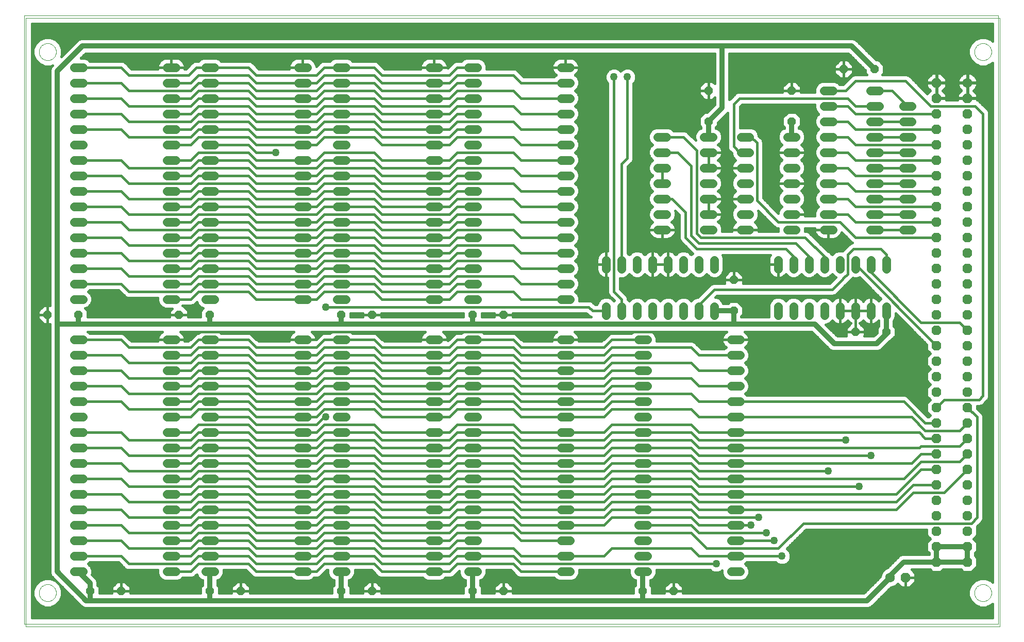
<source format=gtl>
G75*
%MOIN*%
%OFA0B0*%
%FSLAX24Y24*%
%IPPOS*%
%LPD*%
%AMOC8*
5,1,8,0,0,1.08239X$1,22.5*
%
%ADD10C,0.0000*%
%ADD11C,0.0560*%
%ADD12C,0.0630*%
%ADD13OC8,0.0630*%
%ADD14OC8,0.0560*%
%ADD15C,0.0160*%
%ADD16C,0.0320*%
%ADD17C,0.0500*%
D10*
X004933Y007420D02*
X004933Y046800D01*
X067933Y046800D01*
X067933Y007420D01*
X004933Y007420D01*
X004833Y007610D02*
X004833Y046980D01*
X067825Y046980D01*
X067825Y007610D01*
X004833Y007610D01*
X005783Y009610D02*
X005785Y009657D01*
X005791Y009703D01*
X005801Y009749D01*
X005814Y009793D01*
X005832Y009837D01*
X005853Y009878D01*
X005877Y009918D01*
X005905Y009956D01*
X005936Y009991D01*
X005970Y010023D01*
X006006Y010052D01*
X006045Y010078D01*
X006085Y010101D01*
X006128Y010120D01*
X006172Y010136D01*
X006217Y010148D01*
X006263Y010156D01*
X006310Y010160D01*
X006356Y010160D01*
X006403Y010156D01*
X006449Y010148D01*
X006494Y010136D01*
X006538Y010120D01*
X006581Y010101D01*
X006621Y010078D01*
X006660Y010052D01*
X006696Y010023D01*
X006730Y009991D01*
X006761Y009956D01*
X006789Y009918D01*
X006813Y009878D01*
X006834Y009837D01*
X006852Y009793D01*
X006865Y009749D01*
X006875Y009703D01*
X006881Y009657D01*
X006883Y009610D01*
X006881Y009563D01*
X006875Y009517D01*
X006865Y009471D01*
X006852Y009427D01*
X006834Y009383D01*
X006813Y009342D01*
X006789Y009302D01*
X006761Y009264D01*
X006730Y009229D01*
X006696Y009197D01*
X006660Y009168D01*
X006621Y009142D01*
X006581Y009119D01*
X006538Y009100D01*
X006494Y009084D01*
X006449Y009072D01*
X006403Y009064D01*
X006356Y009060D01*
X006310Y009060D01*
X006263Y009064D01*
X006217Y009072D01*
X006172Y009084D01*
X006128Y009100D01*
X006085Y009119D01*
X006045Y009142D01*
X006006Y009168D01*
X005970Y009197D01*
X005936Y009229D01*
X005905Y009264D01*
X005877Y009302D01*
X005853Y009342D01*
X005832Y009383D01*
X005814Y009427D01*
X005801Y009471D01*
X005791Y009517D01*
X005785Y009563D01*
X005783Y009610D01*
X005783Y044610D02*
X005785Y044657D01*
X005791Y044703D01*
X005801Y044749D01*
X005814Y044793D01*
X005832Y044837D01*
X005853Y044878D01*
X005877Y044918D01*
X005905Y044956D01*
X005936Y044991D01*
X005970Y045023D01*
X006006Y045052D01*
X006045Y045078D01*
X006085Y045101D01*
X006128Y045120D01*
X006172Y045136D01*
X006217Y045148D01*
X006263Y045156D01*
X006310Y045160D01*
X006356Y045160D01*
X006403Y045156D01*
X006449Y045148D01*
X006494Y045136D01*
X006538Y045120D01*
X006581Y045101D01*
X006621Y045078D01*
X006660Y045052D01*
X006696Y045023D01*
X006730Y044991D01*
X006761Y044956D01*
X006789Y044918D01*
X006813Y044878D01*
X006834Y044837D01*
X006852Y044793D01*
X006865Y044749D01*
X006875Y044703D01*
X006881Y044657D01*
X006883Y044610D01*
X006881Y044563D01*
X006875Y044517D01*
X006865Y044471D01*
X006852Y044427D01*
X006834Y044383D01*
X006813Y044342D01*
X006789Y044302D01*
X006761Y044264D01*
X006730Y044229D01*
X006696Y044197D01*
X006660Y044168D01*
X006621Y044142D01*
X006581Y044119D01*
X006538Y044100D01*
X006494Y044084D01*
X006449Y044072D01*
X006403Y044064D01*
X006356Y044060D01*
X006310Y044060D01*
X006263Y044064D01*
X006217Y044072D01*
X006172Y044084D01*
X006128Y044100D01*
X006085Y044119D01*
X006045Y044142D01*
X006006Y044168D01*
X005970Y044197D01*
X005936Y044229D01*
X005905Y044264D01*
X005877Y044302D01*
X005853Y044342D01*
X005832Y044383D01*
X005814Y044427D01*
X005801Y044471D01*
X005791Y044517D01*
X005785Y044563D01*
X005783Y044610D01*
X066283Y044610D02*
X066285Y044657D01*
X066291Y044703D01*
X066301Y044749D01*
X066314Y044793D01*
X066332Y044837D01*
X066353Y044878D01*
X066377Y044918D01*
X066405Y044956D01*
X066436Y044991D01*
X066470Y045023D01*
X066506Y045052D01*
X066545Y045078D01*
X066585Y045101D01*
X066628Y045120D01*
X066672Y045136D01*
X066717Y045148D01*
X066763Y045156D01*
X066810Y045160D01*
X066856Y045160D01*
X066903Y045156D01*
X066949Y045148D01*
X066994Y045136D01*
X067038Y045120D01*
X067081Y045101D01*
X067121Y045078D01*
X067160Y045052D01*
X067196Y045023D01*
X067230Y044991D01*
X067261Y044956D01*
X067289Y044918D01*
X067313Y044878D01*
X067334Y044837D01*
X067352Y044793D01*
X067365Y044749D01*
X067375Y044703D01*
X067381Y044657D01*
X067383Y044610D01*
X067381Y044563D01*
X067375Y044517D01*
X067365Y044471D01*
X067352Y044427D01*
X067334Y044383D01*
X067313Y044342D01*
X067289Y044302D01*
X067261Y044264D01*
X067230Y044229D01*
X067196Y044197D01*
X067160Y044168D01*
X067121Y044142D01*
X067081Y044119D01*
X067038Y044100D01*
X066994Y044084D01*
X066949Y044072D01*
X066903Y044064D01*
X066856Y044060D01*
X066810Y044060D01*
X066763Y044064D01*
X066717Y044072D01*
X066672Y044084D01*
X066628Y044100D01*
X066585Y044119D01*
X066545Y044142D01*
X066506Y044168D01*
X066470Y044197D01*
X066436Y044229D01*
X066405Y044264D01*
X066377Y044302D01*
X066353Y044342D01*
X066332Y044383D01*
X066314Y044427D01*
X066301Y044471D01*
X066291Y044517D01*
X066285Y044563D01*
X066283Y044610D01*
X066283Y009610D02*
X066285Y009657D01*
X066291Y009703D01*
X066301Y009749D01*
X066314Y009793D01*
X066332Y009837D01*
X066353Y009878D01*
X066377Y009918D01*
X066405Y009956D01*
X066436Y009991D01*
X066470Y010023D01*
X066506Y010052D01*
X066545Y010078D01*
X066585Y010101D01*
X066628Y010120D01*
X066672Y010136D01*
X066717Y010148D01*
X066763Y010156D01*
X066810Y010160D01*
X066856Y010160D01*
X066903Y010156D01*
X066949Y010148D01*
X066994Y010136D01*
X067038Y010120D01*
X067081Y010101D01*
X067121Y010078D01*
X067160Y010052D01*
X067196Y010023D01*
X067230Y009991D01*
X067261Y009956D01*
X067289Y009918D01*
X067313Y009878D01*
X067334Y009837D01*
X067352Y009793D01*
X067365Y009749D01*
X067375Y009703D01*
X067381Y009657D01*
X067383Y009610D01*
X067381Y009563D01*
X067375Y009517D01*
X067365Y009471D01*
X067352Y009427D01*
X067334Y009383D01*
X067313Y009342D01*
X067289Y009302D01*
X067261Y009264D01*
X067230Y009229D01*
X067196Y009197D01*
X067160Y009168D01*
X067121Y009142D01*
X067081Y009119D01*
X067038Y009100D01*
X066994Y009084D01*
X066949Y009072D01*
X066903Y009064D01*
X066856Y009060D01*
X066810Y009060D01*
X066763Y009064D01*
X066717Y009072D01*
X066672Y009084D01*
X066628Y009100D01*
X066585Y009119D01*
X066545Y009142D01*
X066506Y009168D01*
X066470Y009197D01*
X066436Y009229D01*
X066405Y009264D01*
X066377Y009302D01*
X066353Y009342D01*
X066332Y009383D01*
X066314Y009427D01*
X066301Y009471D01*
X066291Y009517D01*
X066285Y009563D01*
X066283Y009610D01*
D11*
X051113Y010985D02*
X050553Y010985D01*
X050553Y011985D02*
X051113Y011985D01*
X051113Y012985D02*
X050553Y012985D01*
X050553Y013985D02*
X051113Y013985D01*
X051113Y014985D02*
X050553Y014985D01*
X050553Y015985D02*
X051113Y015985D01*
X051113Y016985D02*
X050553Y016985D01*
X050553Y017985D02*
X051113Y017985D01*
X051113Y018985D02*
X050553Y018985D01*
X050553Y019985D02*
X051113Y019985D01*
X051113Y020985D02*
X050553Y020985D01*
X050553Y021985D02*
X051113Y021985D01*
X051113Y022985D02*
X050553Y022985D01*
X050553Y023985D02*
X051113Y023985D01*
X051113Y024985D02*
X050553Y024985D01*
X050553Y025985D02*
X051113Y025985D01*
X049458Y027580D02*
X049458Y028140D01*
X048458Y028140D02*
X048458Y027580D01*
X047458Y027580D02*
X047458Y028140D01*
X046458Y028140D02*
X046458Y027580D01*
X045458Y027580D02*
X045458Y028140D01*
X044458Y028140D02*
X044458Y027580D01*
X043458Y027580D02*
X043458Y028140D01*
X042458Y028140D02*
X042458Y027580D01*
X040113Y028610D02*
X039553Y028610D01*
X039553Y029610D02*
X040113Y029610D01*
X040113Y030610D02*
X039553Y030610D01*
X039553Y031610D02*
X040113Y031610D01*
X040113Y032610D02*
X039553Y032610D01*
X039553Y033610D02*
X040113Y033610D01*
X040113Y034610D02*
X039553Y034610D01*
X039553Y035610D02*
X040113Y035610D01*
X040113Y036610D02*
X039553Y036610D01*
X039553Y037610D02*
X040113Y037610D01*
X040113Y038610D02*
X039553Y038610D01*
X039553Y039610D02*
X040113Y039610D01*
X040113Y040610D02*
X039553Y040610D01*
X039553Y041610D02*
X040113Y041610D01*
X040113Y042610D02*
X039553Y042610D01*
X039553Y043610D02*
X040113Y043610D01*
X034113Y043610D02*
X033553Y043610D01*
X033553Y042610D02*
X034113Y042610D01*
X034113Y041610D02*
X033553Y041610D01*
X033553Y040610D02*
X034113Y040610D01*
X034113Y039610D02*
X033553Y039610D01*
X033553Y038610D02*
X034113Y038610D01*
X034113Y037610D02*
X033553Y037610D01*
X033553Y036610D02*
X034113Y036610D01*
X034113Y035610D02*
X033553Y035610D01*
X033553Y034610D02*
X034113Y034610D01*
X034113Y033610D02*
X033553Y033610D01*
X033553Y032610D02*
X034113Y032610D01*
X034113Y031610D02*
X033553Y031610D01*
X033553Y030610D02*
X034113Y030610D01*
X034113Y029610D02*
X033553Y029610D01*
X033553Y028610D02*
X034113Y028610D01*
X031613Y028610D02*
X031053Y028610D01*
X031053Y029610D02*
X031613Y029610D01*
X031613Y030610D02*
X031053Y030610D01*
X031053Y031610D02*
X031613Y031610D01*
X031613Y032610D02*
X031053Y032610D01*
X031053Y033610D02*
X031613Y033610D01*
X031613Y034610D02*
X031053Y034610D01*
X031053Y035610D02*
X031613Y035610D01*
X031613Y036610D02*
X031053Y036610D01*
X031053Y037610D02*
X031613Y037610D01*
X031613Y038610D02*
X031053Y038610D01*
X031053Y039610D02*
X031613Y039610D01*
X031613Y040610D02*
X031053Y040610D01*
X031053Y041610D02*
X031613Y041610D01*
X031613Y042610D02*
X031053Y042610D01*
X031053Y043610D02*
X031613Y043610D01*
X025613Y043610D02*
X025053Y043610D01*
X025053Y042610D02*
X025613Y042610D01*
X025613Y041610D02*
X025053Y041610D01*
X025053Y040610D02*
X025613Y040610D01*
X025613Y039610D02*
X025053Y039610D01*
X025053Y038610D02*
X025613Y038610D01*
X025613Y037610D02*
X025053Y037610D01*
X025053Y036610D02*
X025613Y036610D01*
X025613Y035610D02*
X025053Y035610D01*
X025053Y034610D02*
X025613Y034610D01*
X025613Y033610D02*
X025053Y033610D01*
X025053Y032610D02*
X025613Y032610D01*
X025613Y031610D02*
X025053Y031610D01*
X025053Y030610D02*
X025613Y030610D01*
X025613Y029610D02*
X025053Y029610D01*
X025053Y028610D02*
X025613Y028610D01*
X023113Y028610D02*
X022553Y028610D01*
X022553Y029610D02*
X023113Y029610D01*
X023113Y030610D02*
X022553Y030610D01*
X022553Y031610D02*
X023113Y031610D01*
X023113Y032610D02*
X022553Y032610D01*
X022553Y033610D02*
X023113Y033610D01*
X023113Y034610D02*
X022553Y034610D01*
X022553Y035610D02*
X023113Y035610D01*
X023113Y036610D02*
X022553Y036610D01*
X022553Y037610D02*
X023113Y037610D01*
X023113Y038610D02*
X022553Y038610D01*
X022553Y039610D02*
X023113Y039610D01*
X023113Y040610D02*
X022553Y040610D01*
X022553Y041610D02*
X023113Y041610D01*
X023113Y042610D02*
X022553Y042610D01*
X022553Y043610D02*
X023113Y043610D01*
X017113Y043610D02*
X016553Y043610D01*
X016553Y042610D02*
X017113Y042610D01*
X017113Y041610D02*
X016553Y041610D01*
X016553Y040610D02*
X017113Y040610D01*
X017113Y039610D02*
X016553Y039610D01*
X016553Y038610D02*
X017113Y038610D01*
X017113Y037610D02*
X016553Y037610D01*
X016553Y036610D02*
X017113Y036610D01*
X017113Y035610D02*
X016553Y035610D01*
X016553Y034610D02*
X017113Y034610D01*
X017113Y033610D02*
X016553Y033610D01*
X016553Y032610D02*
X017113Y032610D01*
X017113Y031610D02*
X016553Y031610D01*
X016553Y030610D02*
X017113Y030610D01*
X017113Y029610D02*
X016553Y029610D01*
X016553Y028610D02*
X017113Y028610D01*
X014613Y028610D02*
X014053Y028610D01*
X014053Y029610D02*
X014613Y029610D01*
X014613Y030610D02*
X014053Y030610D01*
X014053Y031610D02*
X014613Y031610D01*
X014613Y032610D02*
X014053Y032610D01*
X014053Y033610D02*
X014613Y033610D01*
X014613Y034610D02*
X014053Y034610D01*
X014053Y035610D02*
X014613Y035610D01*
X014613Y036610D02*
X014053Y036610D01*
X014053Y037610D02*
X014613Y037610D01*
X014613Y038610D02*
X014053Y038610D01*
X014053Y039610D02*
X014613Y039610D01*
X014613Y040610D02*
X014053Y040610D01*
X014053Y041610D02*
X014613Y041610D01*
X014613Y042610D02*
X014053Y042610D01*
X014053Y043610D02*
X014613Y043610D01*
X008613Y043610D02*
X008053Y043610D01*
X008053Y042610D02*
X008613Y042610D01*
X008613Y041610D02*
X008053Y041610D01*
X008053Y040610D02*
X008613Y040610D01*
X008613Y039610D02*
X008053Y039610D01*
X008053Y038610D02*
X008613Y038610D01*
X008613Y037610D02*
X008053Y037610D01*
X008053Y036610D02*
X008613Y036610D01*
X008613Y035610D02*
X008053Y035610D01*
X008053Y034610D02*
X008613Y034610D01*
X008613Y033610D02*
X008053Y033610D01*
X008053Y032610D02*
X008613Y032610D01*
X008613Y031610D02*
X008053Y031610D01*
X008053Y030610D02*
X008613Y030610D01*
X008613Y029610D02*
X008053Y029610D01*
X008053Y028610D02*
X008613Y028610D01*
X008613Y025985D02*
X008053Y025985D01*
X008053Y024985D02*
X008613Y024985D01*
X008613Y023985D02*
X008053Y023985D01*
X008053Y022985D02*
X008613Y022985D01*
X008613Y021985D02*
X008053Y021985D01*
X008053Y020985D02*
X008613Y020985D01*
X008613Y019985D02*
X008053Y019985D01*
X008053Y018985D02*
X008613Y018985D01*
X008613Y017985D02*
X008053Y017985D01*
X008053Y016985D02*
X008613Y016985D01*
X008613Y015985D02*
X008053Y015985D01*
X008053Y014985D02*
X008613Y014985D01*
X008613Y013985D02*
X008053Y013985D01*
X008053Y012985D02*
X008613Y012985D01*
X008613Y011985D02*
X008053Y011985D01*
X008053Y010985D02*
X008613Y010985D01*
X014053Y010985D02*
X014613Y010985D01*
X014613Y011985D02*
X014053Y011985D01*
X014053Y012985D02*
X014613Y012985D01*
X014613Y013985D02*
X014053Y013985D01*
X014053Y014985D02*
X014613Y014985D01*
X014613Y015985D02*
X014053Y015985D01*
X014053Y016985D02*
X014613Y016985D01*
X014613Y017985D02*
X014053Y017985D01*
X014053Y018985D02*
X014613Y018985D01*
X014613Y019985D02*
X014053Y019985D01*
X014053Y020985D02*
X014613Y020985D01*
X014613Y021985D02*
X014053Y021985D01*
X014053Y022985D02*
X014613Y022985D01*
X014613Y023985D02*
X014053Y023985D01*
X014053Y024985D02*
X014613Y024985D01*
X014613Y025985D02*
X014053Y025985D01*
X016553Y025985D02*
X017113Y025985D01*
X017113Y024985D02*
X016553Y024985D01*
X016553Y023985D02*
X017113Y023985D01*
X017113Y022985D02*
X016553Y022985D01*
X016553Y021985D02*
X017113Y021985D01*
X017113Y020985D02*
X016553Y020985D01*
X016553Y019985D02*
X017113Y019985D01*
X017113Y018985D02*
X016553Y018985D01*
X016553Y017985D02*
X017113Y017985D01*
X017113Y016985D02*
X016553Y016985D01*
X016553Y015985D02*
X017113Y015985D01*
X017113Y014985D02*
X016553Y014985D01*
X016553Y013985D02*
X017113Y013985D01*
X017113Y012985D02*
X016553Y012985D01*
X016553Y011985D02*
X017113Y011985D01*
X017113Y010985D02*
X016553Y010985D01*
X022553Y010985D02*
X023113Y010985D01*
X023113Y011985D02*
X022553Y011985D01*
X022553Y012985D02*
X023113Y012985D01*
X023113Y013985D02*
X022553Y013985D01*
X022553Y014985D02*
X023113Y014985D01*
X023113Y015985D02*
X022553Y015985D01*
X022553Y016985D02*
X023113Y016985D01*
X023113Y017985D02*
X022553Y017985D01*
X022553Y018985D02*
X023113Y018985D01*
X023113Y019985D02*
X022553Y019985D01*
X022553Y020985D02*
X023113Y020985D01*
X023113Y021985D02*
X022553Y021985D01*
X022553Y022985D02*
X023113Y022985D01*
X023113Y023985D02*
X022553Y023985D01*
X022553Y024985D02*
X023113Y024985D01*
X023113Y025985D02*
X022553Y025985D01*
X025053Y025985D02*
X025613Y025985D01*
X025613Y024985D02*
X025053Y024985D01*
X025053Y023985D02*
X025613Y023985D01*
X025613Y022985D02*
X025053Y022985D01*
X025053Y021985D02*
X025613Y021985D01*
X025613Y020985D02*
X025053Y020985D01*
X025053Y019985D02*
X025613Y019985D01*
X025613Y018985D02*
X025053Y018985D01*
X025053Y017985D02*
X025613Y017985D01*
X025613Y016985D02*
X025053Y016985D01*
X025053Y015985D02*
X025613Y015985D01*
X025613Y014985D02*
X025053Y014985D01*
X025053Y013985D02*
X025613Y013985D01*
X025613Y012985D02*
X025053Y012985D01*
X025053Y011985D02*
X025613Y011985D01*
X025613Y010985D02*
X025053Y010985D01*
X031053Y010985D02*
X031613Y010985D01*
X031613Y011985D02*
X031053Y011985D01*
X031053Y012985D02*
X031613Y012985D01*
X031613Y013985D02*
X031053Y013985D01*
X031053Y014985D02*
X031613Y014985D01*
X031613Y015985D02*
X031053Y015985D01*
X031053Y016985D02*
X031613Y016985D01*
X031613Y017985D02*
X031053Y017985D01*
X031053Y018985D02*
X031613Y018985D01*
X031613Y019985D02*
X031053Y019985D01*
X031053Y020985D02*
X031613Y020985D01*
X031613Y021985D02*
X031053Y021985D01*
X031053Y022985D02*
X031613Y022985D01*
X031613Y023985D02*
X031053Y023985D01*
X031053Y024985D02*
X031613Y024985D01*
X031613Y025985D02*
X031053Y025985D01*
X033553Y025985D02*
X034113Y025985D01*
X034113Y024985D02*
X033553Y024985D01*
X033553Y023985D02*
X034113Y023985D01*
X034113Y022985D02*
X033553Y022985D01*
X033553Y021985D02*
X034113Y021985D01*
X034113Y020985D02*
X033553Y020985D01*
X033553Y019985D02*
X034113Y019985D01*
X034113Y018985D02*
X033553Y018985D01*
X033553Y017985D02*
X034113Y017985D01*
X034113Y016985D02*
X033553Y016985D01*
X033553Y015985D02*
X034113Y015985D01*
X034113Y014985D02*
X033553Y014985D01*
X033553Y013985D02*
X034113Y013985D01*
X034113Y012985D02*
X033553Y012985D01*
X033553Y011985D02*
X034113Y011985D01*
X034113Y010985D02*
X033553Y010985D01*
X039553Y010985D02*
X040113Y010985D01*
X040113Y011985D02*
X039553Y011985D01*
X039553Y012985D02*
X040113Y012985D01*
X040113Y013985D02*
X039553Y013985D01*
X039553Y014985D02*
X040113Y014985D01*
X040113Y015985D02*
X039553Y015985D01*
X039553Y016985D02*
X040113Y016985D01*
X040113Y017985D02*
X039553Y017985D01*
X039553Y018985D02*
X040113Y018985D01*
X040113Y019985D02*
X039553Y019985D01*
X039553Y020985D02*
X040113Y020985D01*
X040113Y021985D02*
X039553Y021985D01*
X039553Y022985D02*
X040113Y022985D01*
X040113Y023985D02*
X039553Y023985D01*
X039553Y024985D02*
X040113Y024985D01*
X040113Y025985D02*
X039553Y025985D01*
X044553Y025985D02*
X045113Y025985D01*
X045113Y024985D02*
X044553Y024985D01*
X044553Y023985D02*
X045113Y023985D01*
X045113Y022985D02*
X044553Y022985D01*
X044553Y021985D02*
X045113Y021985D01*
X045113Y020985D02*
X044553Y020985D01*
X044553Y019985D02*
X045113Y019985D01*
X045113Y018985D02*
X044553Y018985D01*
X044553Y017985D02*
X045113Y017985D01*
X045113Y016985D02*
X044553Y016985D01*
X044553Y015985D02*
X045113Y015985D01*
X045113Y014985D02*
X044553Y014985D01*
X044553Y013985D02*
X045113Y013985D01*
X045113Y012985D02*
X044553Y012985D01*
X044553Y011985D02*
X045113Y011985D01*
X045113Y010985D02*
X044553Y010985D01*
X053583Y027580D02*
X053583Y028140D01*
X054583Y028140D02*
X054583Y027580D01*
X055583Y027580D02*
X055583Y028140D01*
X056583Y028140D02*
X056583Y027580D01*
X057583Y027580D02*
X057583Y028140D01*
X058583Y028140D02*
X058583Y027580D01*
X059583Y027580D02*
X059583Y028140D01*
X060583Y028140D02*
X060583Y027580D01*
X060583Y030580D02*
X060583Y031140D01*
X059583Y031140D02*
X059583Y030580D01*
X058583Y030580D02*
X058583Y031140D01*
X057583Y031140D02*
X057583Y030580D01*
X056583Y030580D02*
X056583Y031140D01*
X055583Y031140D02*
X055583Y030580D01*
X054583Y030580D02*
X054583Y031140D01*
X053583Y031140D02*
X053583Y030580D01*
X054178Y033110D02*
X054738Y033110D01*
X054738Y034110D02*
X054178Y034110D01*
X054178Y035110D02*
X054738Y035110D01*
X054738Y036110D02*
X054178Y036110D01*
X054178Y037110D02*
X054738Y037110D01*
X054738Y038110D02*
X054178Y038110D01*
X054178Y039110D02*
X054738Y039110D01*
X056553Y039110D02*
X057113Y039110D01*
X057113Y040110D02*
X056553Y040110D01*
X056553Y041110D02*
X057113Y041110D01*
X057113Y042110D02*
X056553Y042110D01*
X059553Y042110D02*
X060113Y042110D01*
X060113Y041110D02*
X059553Y041110D01*
X059553Y040110D02*
X060113Y040110D01*
X060113Y039110D02*
X059553Y039110D01*
X059553Y038110D02*
X060113Y038110D01*
X060113Y037110D02*
X059553Y037110D01*
X059553Y036110D02*
X060113Y036110D01*
X060113Y035110D02*
X059553Y035110D01*
X059553Y034110D02*
X060113Y034110D01*
X060113Y033110D02*
X059553Y033110D01*
X061678Y033110D02*
X062238Y033110D01*
X062238Y034110D02*
X061678Y034110D01*
X061678Y035110D02*
X062238Y035110D01*
X062238Y036110D02*
X061678Y036110D01*
X061678Y037110D02*
X062238Y037110D01*
X062238Y038110D02*
X061678Y038110D01*
X061678Y039110D02*
X062238Y039110D01*
X062238Y040110D02*
X061678Y040110D01*
X061678Y041110D02*
X062238Y041110D01*
X057113Y038110D02*
X056553Y038110D01*
X056553Y037110D02*
X057113Y037110D01*
X057113Y036110D02*
X056553Y036110D01*
X056553Y035110D02*
X057113Y035110D01*
X057113Y034110D02*
X056553Y034110D01*
X056553Y033110D02*
X057113Y033110D01*
X051738Y033110D02*
X051178Y033110D01*
X051178Y034110D02*
X051738Y034110D01*
X051738Y035110D02*
X051178Y035110D01*
X051178Y036110D02*
X051738Y036110D01*
X051738Y037110D02*
X051178Y037110D01*
X051178Y038110D02*
X051738Y038110D01*
X051738Y039110D02*
X051178Y039110D01*
X049363Y039110D02*
X048803Y039110D01*
X048803Y038110D02*
X049363Y038110D01*
X049363Y037110D02*
X048803Y037110D01*
X048803Y036110D02*
X049363Y036110D01*
X049363Y035110D02*
X048803Y035110D01*
X048803Y034110D02*
X049363Y034110D01*
X049363Y033110D02*
X048803Y033110D01*
X046363Y033110D02*
X045803Y033110D01*
X045803Y034110D02*
X046363Y034110D01*
X046363Y035110D02*
X045803Y035110D01*
X045803Y036110D02*
X046363Y036110D01*
X046363Y037110D02*
X045803Y037110D01*
X045803Y038110D02*
X046363Y038110D01*
X046363Y039110D02*
X045803Y039110D01*
X045458Y031140D02*
X045458Y030580D01*
X046458Y030580D02*
X046458Y031140D01*
X047458Y031140D02*
X047458Y030580D01*
X048458Y030580D02*
X048458Y031140D01*
X049458Y031140D02*
X049458Y030580D01*
X044458Y030580D02*
X044458Y031140D01*
X043458Y031140D02*
X043458Y030580D01*
X042458Y030580D02*
X042458Y031140D01*
D12*
X065833Y042610D03*
X060833Y010610D03*
D13*
X061833Y010610D03*
X063833Y011610D03*
X063833Y012610D03*
X063833Y013610D03*
X063833Y014610D03*
X063833Y015610D03*
X063833Y016610D03*
X063833Y017610D03*
X063833Y018610D03*
X063833Y019610D03*
X063833Y020610D03*
X063833Y021610D03*
X063833Y022610D03*
X063833Y023610D03*
X063833Y024610D03*
X063833Y025610D03*
X063833Y026610D03*
X063833Y027610D03*
X063833Y028610D03*
X063833Y029610D03*
X063833Y030610D03*
X063833Y031610D03*
X063833Y032610D03*
X063833Y033610D03*
X063833Y034610D03*
X063833Y035610D03*
X063833Y036610D03*
X063833Y037610D03*
X063833Y038610D03*
X063833Y039610D03*
X063833Y040610D03*
X063833Y041610D03*
X063833Y042610D03*
X065833Y041610D03*
X065833Y040610D03*
X065833Y039610D03*
X065833Y038610D03*
X065833Y037610D03*
X065833Y036610D03*
X065833Y035610D03*
X065833Y034610D03*
X065833Y033610D03*
X065833Y032610D03*
X065833Y031610D03*
X065833Y030610D03*
X065833Y029610D03*
X065833Y028610D03*
X065833Y027610D03*
X065833Y026610D03*
X065833Y025610D03*
X065833Y024610D03*
X065833Y023610D03*
X065833Y022610D03*
X065833Y021610D03*
X065833Y020610D03*
X065833Y019610D03*
X065833Y018610D03*
X065833Y017610D03*
X065833Y016610D03*
X065833Y015610D03*
X065833Y014610D03*
X065833Y013610D03*
X065833Y012610D03*
X065833Y011610D03*
D14*
X060583Y026485D03*
X058583Y026485D03*
X050708Y027860D03*
X050708Y029860D03*
X049083Y040110D03*
X049083Y042110D03*
X054458Y042110D03*
X054458Y040110D03*
X057833Y043485D03*
X059833Y043485D03*
X035833Y027610D03*
X033833Y027610D03*
X027333Y027610D03*
X025333Y027610D03*
X016833Y027610D03*
X014833Y027610D03*
X008333Y027610D03*
X006333Y027610D03*
X009083Y009735D03*
X011083Y009735D03*
X016833Y009735D03*
X018833Y009735D03*
X025333Y009735D03*
X027333Y009735D03*
X033833Y009735D03*
X035833Y009735D03*
X044833Y009735D03*
X046833Y009735D03*
D15*
X046233Y009735D01*
X046233Y009590D01*
X045433Y009590D01*
X045433Y009984D01*
X045313Y010104D01*
X045313Y010418D01*
X045453Y010476D01*
X045622Y010645D01*
X045713Y010866D01*
X045713Y011085D01*
X049177Y011085D01*
X049260Y011002D01*
X049470Y010915D01*
X049697Y010915D01*
X049906Y011002D01*
X049953Y011049D01*
X049953Y010866D01*
X050045Y010645D01*
X050213Y010476D01*
X050434Y010385D01*
X051233Y010385D01*
X051453Y010476D01*
X051622Y010645D01*
X051713Y010866D01*
X051713Y011104D01*
X051622Y011325D01*
X051462Y011485D01*
X051562Y011585D01*
X053427Y011585D01*
X053510Y011502D01*
X053720Y011415D01*
X053947Y011415D01*
X054156Y011502D01*
X054317Y011662D01*
X054403Y011872D01*
X054403Y012098D01*
X054317Y012308D01*
X054156Y012468D01*
X054139Y012475D01*
X055374Y013710D01*
X063198Y013710D01*
X063198Y013347D01*
X063435Y013110D01*
X063198Y012873D01*
X063198Y012347D01*
X063353Y012192D01*
X063353Y012090D01*
X061613Y012090D01*
X061436Y012017D01*
X060634Y011215D01*
X060474Y011148D01*
X060295Y010970D01*
X060198Y010736D01*
X060198Y010654D01*
X059135Y009590D01*
X047433Y009590D01*
X047433Y009735D01*
X046833Y009735D01*
X046833Y009735D01*
X046233Y009735D01*
X046233Y009984D01*
X046585Y010335D01*
X046833Y010335D01*
X046833Y009735D01*
X046833Y009735D01*
X046833Y010335D01*
X047082Y010335D01*
X047433Y009984D01*
X047433Y009735D01*
X046833Y009735D01*
X046833Y009735D01*
X046833Y009829D02*
X046833Y009829D01*
X046833Y009988D02*
X046833Y009988D01*
X046833Y010146D02*
X046833Y010146D01*
X046833Y010305D02*
X046833Y010305D01*
X046554Y010305D02*
X045313Y010305D01*
X045313Y010146D02*
X046396Y010146D01*
X046237Y009988D02*
X045429Y009988D01*
X045433Y009829D02*
X046233Y009829D01*
X046233Y009671D02*
X045433Y009671D01*
X045421Y010463D02*
X050246Y010463D01*
X050068Y010622D02*
X045598Y010622D01*
X045678Y010780D02*
X049989Y010780D01*
X049953Y010939D02*
X049753Y010939D01*
X049413Y010939D02*
X045713Y010939D01*
X044353Y010418D02*
X044353Y010104D01*
X044233Y009984D01*
X044233Y009590D01*
X036433Y009590D01*
X036433Y009735D01*
X035833Y009735D01*
X035233Y009735D01*
X035233Y009590D01*
X034433Y009590D01*
X034433Y009984D01*
X034313Y010104D01*
X034313Y010418D01*
X034453Y010476D01*
X034622Y010645D01*
X034713Y010866D01*
X034713Y011085D01*
X036293Y011085D01*
X036732Y010646D01*
X036879Y010585D01*
X039105Y010585D01*
X039213Y010476D01*
X039434Y010385D01*
X040233Y010385D01*
X040453Y010476D01*
X040622Y010645D01*
X040713Y010866D01*
X040713Y011085D01*
X043953Y011085D01*
X043953Y010866D01*
X044045Y010645D01*
X044213Y010476D01*
X044353Y010418D01*
X044353Y010305D02*
X036112Y010305D01*
X036082Y010335D02*
X035833Y010335D01*
X035585Y010335D01*
X035233Y009984D01*
X035233Y009735D01*
X035833Y009735D01*
X035833Y009735D01*
X035833Y010335D01*
X035833Y009735D01*
X035833Y009735D01*
X036433Y009735D01*
X036433Y009984D01*
X036082Y010335D01*
X035833Y010305D02*
X035833Y010305D01*
X035833Y010146D02*
X035833Y010146D01*
X035833Y009988D02*
X035833Y009988D01*
X035833Y009829D02*
X035833Y009829D01*
X035833Y009735D02*
X035833Y009735D01*
X035396Y010146D02*
X034313Y010146D01*
X034313Y010305D02*
X035554Y010305D01*
X035237Y009988D02*
X034429Y009988D01*
X034433Y009829D02*
X035233Y009829D01*
X035233Y009671D02*
X034433Y009671D01*
X033353Y010104D02*
X033233Y009984D01*
X033233Y009590D01*
X027933Y009590D01*
X027933Y009735D01*
X027933Y009984D01*
X027582Y010335D01*
X027333Y010335D01*
X027085Y010335D01*
X026733Y009984D01*
X026733Y009735D01*
X026733Y009590D01*
X025933Y009590D01*
X025933Y009984D01*
X025813Y010104D01*
X025813Y010418D01*
X025953Y010476D01*
X026122Y010645D01*
X026213Y010866D01*
X026213Y011085D01*
X027293Y011085D01*
X027732Y010646D01*
X027879Y010585D01*
X030605Y010585D01*
X030713Y010476D01*
X030934Y010385D01*
X031733Y010385D01*
X031953Y010476D01*
X032062Y010585D01*
X032413Y010585D01*
X032560Y010646D01*
X032672Y010758D01*
X032953Y011039D01*
X032953Y010866D01*
X033045Y010645D01*
X033213Y010476D01*
X033353Y010418D01*
X033353Y010104D01*
X033353Y010146D02*
X027771Y010146D01*
X027929Y009988D02*
X033237Y009988D01*
X033233Y009829D02*
X027933Y009829D01*
X027933Y009735D02*
X027333Y009735D01*
X026733Y009735D01*
X027333Y009735D01*
X027333Y009735D01*
X027333Y010335D01*
X027333Y009735D01*
X027333Y009735D01*
X027333Y009735D01*
X027933Y009735D01*
X027933Y009671D02*
X033233Y009671D01*
X033353Y010305D02*
X027612Y010305D01*
X027333Y010305D02*
X027333Y010305D01*
X027333Y010146D02*
X027333Y010146D01*
X027333Y009988D02*
X027333Y009988D01*
X027333Y009829D02*
X027333Y009829D01*
X026896Y010146D02*
X025813Y010146D01*
X025813Y010305D02*
X027054Y010305D01*
X026737Y009988D02*
X025929Y009988D01*
X025933Y009829D02*
X026733Y009829D01*
X026733Y009671D02*
X025933Y009671D01*
X024853Y010104D02*
X024733Y009984D01*
X024733Y009590D01*
X019433Y009590D01*
X019433Y009735D01*
X019433Y009984D01*
X019082Y010335D01*
X018833Y010335D01*
X018585Y010335D01*
X018233Y009984D01*
X018233Y009735D01*
X018233Y009590D01*
X017433Y009590D01*
X017433Y009984D01*
X017313Y010104D01*
X017313Y010418D01*
X017453Y010476D01*
X017622Y010645D01*
X017713Y010866D01*
X017713Y011085D01*
X019168Y011085D01*
X019607Y010646D01*
X019754Y010585D01*
X022105Y010585D01*
X022213Y010476D01*
X022434Y010385D01*
X023233Y010385D01*
X023453Y010476D01*
X023562Y010585D01*
X023788Y010585D01*
X023935Y010646D01*
X024047Y010758D01*
X024047Y010758D01*
X024374Y011085D01*
X024453Y011085D01*
X024453Y010866D01*
X024545Y010645D01*
X024713Y010476D01*
X024853Y010418D01*
X024853Y010104D01*
X024853Y010146D02*
X019271Y010146D01*
X019429Y009988D02*
X024737Y009988D01*
X024733Y009829D02*
X019433Y009829D01*
X019433Y009735D02*
X018833Y009735D01*
X018233Y009735D01*
X018833Y009735D01*
X018833Y009735D01*
X018833Y010335D01*
X018833Y009735D01*
X018833Y009735D01*
X018833Y009735D01*
X019433Y009735D01*
X019433Y009671D02*
X024733Y009671D01*
X024853Y010305D02*
X019112Y010305D01*
X018833Y010305D02*
X018833Y010305D01*
X018833Y010146D02*
X018833Y010146D01*
X018833Y009988D02*
X018833Y009988D01*
X018833Y009829D02*
X018833Y009829D01*
X018396Y010146D02*
X017313Y010146D01*
X017313Y010305D02*
X018554Y010305D01*
X018237Y009988D02*
X017429Y009988D01*
X017433Y009829D02*
X018233Y009829D01*
X018233Y009671D02*
X017433Y009671D01*
X016353Y010104D02*
X016233Y009984D01*
X016233Y009590D01*
X011683Y009590D01*
X011683Y009735D01*
X011083Y009735D01*
X010483Y009735D01*
X010483Y009590D01*
X009683Y009590D01*
X009683Y009984D01*
X009563Y010104D01*
X009563Y010330D01*
X009490Y010507D01*
X009355Y010642D01*
X009189Y010808D01*
X009213Y010866D01*
X009213Y011104D01*
X009122Y011325D01*
X008962Y011485D01*
X009062Y011585D01*
X010918Y011585D01*
X011357Y011146D01*
X011504Y011085D01*
X013453Y011085D01*
X013453Y010866D01*
X013545Y010645D01*
X013713Y010476D01*
X013934Y010385D01*
X014733Y010385D01*
X014953Y010476D01*
X015062Y010585D01*
X015663Y010585D01*
X015810Y010646D01*
X015922Y010758D01*
X015922Y010758D01*
X015976Y010812D01*
X016045Y010645D01*
X016213Y010476D01*
X016353Y010418D01*
X016353Y010104D01*
X016353Y010146D02*
X011521Y010146D01*
X011679Y009988D02*
X016237Y009988D01*
X016233Y009829D02*
X011683Y009829D01*
X011683Y009735D02*
X011683Y009984D01*
X011332Y010335D01*
X011083Y010335D01*
X010835Y010335D01*
X010483Y009984D01*
X010483Y009735D01*
X011083Y009735D01*
X011083Y009735D01*
X011083Y010335D01*
X011083Y009735D01*
X011083Y009735D01*
X011683Y009735D01*
X011683Y009671D02*
X016233Y009671D01*
X016353Y010305D02*
X011362Y010305D01*
X011083Y010305D02*
X011083Y010305D01*
X011083Y010146D02*
X011083Y010146D01*
X011083Y009988D02*
X011083Y009988D01*
X011083Y009829D02*
X011083Y009829D01*
X011083Y009735D02*
X011083Y009735D01*
X010646Y010146D02*
X009563Y010146D01*
X009563Y010305D02*
X010804Y010305D01*
X010487Y009988D02*
X009679Y009988D01*
X009683Y009829D02*
X010483Y009829D01*
X010483Y009671D02*
X009683Y009671D01*
X008738Y008630D02*
X008561Y008703D01*
X006551Y010713D01*
X006478Y010890D01*
X006478Y027010D01*
X006333Y027010D01*
X006333Y027610D01*
X005733Y027610D01*
X005733Y027361D01*
X006085Y027010D01*
X006333Y027010D01*
X006333Y027610D01*
X006333Y027610D01*
X005733Y027610D01*
X005733Y027859D01*
X006085Y028210D01*
X006333Y028210D01*
X006333Y027610D01*
X006333Y027610D01*
X006333Y027610D01*
X006333Y028210D01*
X006478Y028210D01*
X006478Y043455D01*
X006551Y043632D01*
X006657Y043737D01*
X006518Y043680D01*
X006148Y043680D01*
X005807Y043822D01*
X005545Y044083D01*
X005403Y044425D01*
X005403Y044795D01*
X005545Y045137D01*
X005807Y045398D01*
X006148Y045540D01*
X006518Y045540D01*
X006860Y045398D01*
X007122Y045137D01*
X007263Y044795D01*
X007263Y044425D01*
X007206Y044286D01*
X008176Y045257D01*
X008176Y045257D01*
X008311Y045392D01*
X008488Y045465D01*
X058429Y045465D01*
X058605Y045392D01*
X058740Y045257D01*
X059912Y044085D01*
X060082Y044085D01*
X060433Y043734D01*
X060433Y043236D01*
X060332Y043135D01*
X061913Y043135D01*
X062060Y043074D01*
X062172Y042962D01*
X063230Y041904D01*
X063435Y042110D01*
X063198Y042347D01*
X063198Y042600D01*
X063823Y042600D01*
X063823Y042620D01*
X063198Y042620D01*
X063198Y042873D01*
X063570Y043245D01*
X063823Y043245D01*
X063823Y042620D01*
X063843Y042620D01*
X063843Y043245D01*
X064096Y043245D01*
X064468Y042873D01*
X064468Y042620D01*
X063843Y042620D01*
X063843Y042600D01*
X063843Y041620D01*
X063823Y041620D01*
X063823Y042245D01*
X063823Y042600D01*
X063843Y042600D01*
X064468Y042600D01*
X064468Y042347D01*
X064231Y042110D01*
X064468Y041873D01*
X064468Y041620D01*
X063843Y041620D01*
X063843Y041600D01*
X064468Y041600D01*
X064468Y041510D01*
X065198Y041510D01*
X065198Y041600D01*
X065823Y041600D01*
X065823Y041620D01*
X065198Y041620D01*
X065198Y041873D01*
X065438Y042112D01*
X065420Y042126D01*
X065349Y042196D01*
X065290Y042277D01*
X065245Y042366D01*
X065214Y042461D01*
X065198Y042560D01*
X065198Y042600D01*
X065823Y042600D01*
X065823Y042620D01*
X065198Y042620D01*
X065198Y042660D01*
X065214Y042759D01*
X065245Y042854D01*
X065290Y042943D01*
X065349Y043024D01*
X065420Y043094D01*
X065501Y043153D01*
X065590Y043198D01*
X065685Y043229D01*
X065783Y043245D01*
X065823Y043245D01*
X065823Y042620D01*
X065843Y042620D01*
X065843Y043245D01*
X065883Y043245D01*
X065982Y043229D01*
X066077Y043198D01*
X066166Y043153D01*
X066247Y043094D01*
X066318Y043024D01*
X066376Y042943D01*
X066422Y042854D01*
X066453Y042759D01*
X066468Y042660D01*
X066468Y042620D01*
X065843Y042620D01*
X065843Y042600D01*
X065843Y041620D01*
X065823Y041620D01*
X065823Y041975D01*
X065823Y042600D01*
X065843Y042600D01*
X066468Y042600D01*
X066468Y042560D01*
X066453Y042461D01*
X066422Y042366D01*
X066376Y042277D01*
X066318Y042196D01*
X066247Y042126D01*
X066229Y042112D01*
X066468Y041873D01*
X066468Y041620D01*
X065843Y041620D01*
X065843Y041600D01*
X066468Y041600D01*
X066468Y041487D01*
X066560Y041449D01*
X066672Y041337D01*
X067172Y040837D01*
X067233Y040690D01*
X067233Y022280D01*
X067172Y022133D01*
X067060Y022021D01*
X066810Y021771D01*
X066663Y021710D01*
X066468Y021710D01*
X066468Y021541D01*
X066797Y021212D01*
X066858Y021065D01*
X066858Y014405D01*
X066797Y014258D01*
X066685Y014146D01*
X066440Y013901D01*
X066468Y013873D01*
X066468Y013347D01*
X066231Y013110D01*
X066468Y012873D01*
X066468Y012347D01*
X066313Y012192D01*
X066313Y012028D01*
X066468Y011873D01*
X066468Y011347D01*
X066096Y010975D01*
X065570Y010975D01*
X065415Y011130D01*
X064251Y011130D01*
X064096Y010975D01*
X063570Y010975D01*
X063415Y011130D01*
X062211Y011130D01*
X062468Y010873D01*
X062468Y010610D01*
X061833Y010610D01*
X061833Y010610D01*
X061833Y009975D01*
X061570Y009975D01*
X061333Y010212D01*
X061193Y010072D01*
X060960Y009975D01*
X060877Y009975D01*
X059740Y008838D01*
X059605Y008703D01*
X059429Y008630D01*
X008738Y008630D01*
X008545Y008720D02*
X006614Y008720D01*
X006518Y008680D02*
X006860Y008822D01*
X007122Y009083D01*
X007263Y009425D01*
X007263Y009795D01*
X007122Y010137D01*
X006860Y010398D01*
X006518Y010540D01*
X006148Y010540D01*
X005807Y010398D01*
X005545Y010137D01*
X005403Y009795D01*
X005403Y009425D01*
X005545Y009083D01*
X005807Y008822D01*
X006148Y008680D01*
X006518Y008680D01*
X006917Y008878D02*
X008387Y008878D01*
X008228Y009037D02*
X007075Y009037D01*
X007168Y009195D02*
X008070Y009195D01*
X007911Y009354D02*
X007234Y009354D01*
X007263Y009512D02*
X007753Y009512D01*
X007594Y009671D02*
X007263Y009671D01*
X007249Y009829D02*
X007436Y009829D01*
X007277Y009988D02*
X007184Y009988D01*
X007119Y010146D02*
X007113Y010146D01*
X006960Y010305D02*
X006954Y010305D01*
X006802Y010463D02*
X006704Y010463D01*
X006643Y010622D02*
X005313Y010622D01*
X005313Y010780D02*
X006524Y010780D01*
X006478Y010939D02*
X005313Y010939D01*
X005313Y011097D02*
X006478Y011097D01*
X006478Y011256D02*
X005313Y011256D01*
X005313Y011414D02*
X006478Y011414D01*
X006478Y011573D02*
X005313Y011573D01*
X005313Y011731D02*
X006478Y011731D01*
X006478Y011890D02*
X005313Y011890D01*
X005313Y012048D02*
X006478Y012048D01*
X006478Y012207D02*
X005313Y012207D01*
X005313Y012365D02*
X006478Y012365D01*
X006478Y012524D02*
X005313Y012524D01*
X005313Y012682D02*
X006478Y012682D01*
X006478Y012841D02*
X005313Y012841D01*
X005313Y012999D02*
X006478Y012999D01*
X006478Y013158D02*
X005313Y013158D01*
X005313Y013316D02*
X006478Y013316D01*
X006478Y013475D02*
X005313Y013475D01*
X005313Y013633D02*
X006478Y013633D01*
X006478Y013792D02*
X005313Y013792D01*
X005313Y013950D02*
X006478Y013950D01*
X006478Y014109D02*
X005313Y014109D01*
X005313Y014267D02*
X006478Y014267D01*
X006478Y014426D02*
X005313Y014426D01*
X005313Y014584D02*
X006478Y014584D01*
X006478Y014743D02*
X005313Y014743D01*
X005313Y014901D02*
X006478Y014901D01*
X006478Y015060D02*
X005313Y015060D01*
X005313Y015218D02*
X006478Y015218D01*
X006478Y015377D02*
X005313Y015377D01*
X005313Y015535D02*
X006478Y015535D01*
X006478Y015694D02*
X005313Y015694D01*
X005313Y015852D02*
X006478Y015852D01*
X006478Y016011D02*
X005313Y016011D01*
X005313Y016169D02*
X006478Y016169D01*
X006478Y016328D02*
X005313Y016328D01*
X005313Y016486D02*
X006478Y016486D01*
X006478Y016645D02*
X005313Y016645D01*
X005313Y016803D02*
X006478Y016803D01*
X006478Y016962D02*
X005313Y016962D01*
X005313Y017120D02*
X006478Y017120D01*
X006478Y017279D02*
X005313Y017279D01*
X005313Y017437D02*
X006478Y017437D01*
X006478Y017596D02*
X005313Y017596D01*
X005313Y017754D02*
X006478Y017754D01*
X006478Y017913D02*
X005313Y017913D01*
X005313Y018071D02*
X006478Y018071D01*
X006478Y018230D02*
X005313Y018230D01*
X005313Y018388D02*
X006478Y018388D01*
X006478Y018547D02*
X005313Y018547D01*
X005313Y018705D02*
X006478Y018705D01*
X006478Y018864D02*
X005313Y018864D01*
X005313Y019022D02*
X006478Y019022D01*
X006478Y019181D02*
X005313Y019181D01*
X005313Y019339D02*
X006478Y019339D01*
X006478Y019498D02*
X005313Y019498D01*
X005313Y019656D02*
X006478Y019656D01*
X006478Y019815D02*
X005313Y019815D01*
X005313Y019973D02*
X006478Y019973D01*
X006478Y020132D02*
X005313Y020132D01*
X005313Y020290D02*
X006478Y020290D01*
X006478Y020449D02*
X005313Y020449D01*
X005313Y020607D02*
X006478Y020607D01*
X006478Y020766D02*
X005313Y020766D01*
X005313Y020924D02*
X006478Y020924D01*
X006478Y021083D02*
X005313Y021083D01*
X005313Y021241D02*
X006478Y021241D01*
X006478Y021400D02*
X005313Y021400D01*
X005313Y021558D02*
X006478Y021558D01*
X006478Y021717D02*
X005313Y021717D01*
X005313Y021875D02*
X006478Y021875D01*
X006478Y022034D02*
X005313Y022034D01*
X005313Y022192D02*
X006478Y022192D01*
X006478Y022351D02*
X005313Y022351D01*
X005313Y022509D02*
X006478Y022509D01*
X006478Y022668D02*
X005313Y022668D01*
X005313Y022826D02*
X006478Y022826D01*
X006478Y022985D02*
X005313Y022985D01*
X005313Y023143D02*
X006478Y023143D01*
X006478Y023302D02*
X005313Y023302D01*
X005313Y023460D02*
X006478Y023460D01*
X006478Y023619D02*
X005313Y023619D01*
X005313Y023777D02*
X006478Y023777D01*
X006478Y023936D02*
X005313Y023936D01*
X005313Y024094D02*
X006478Y024094D01*
X006478Y024253D02*
X005313Y024253D01*
X005313Y024411D02*
X006478Y024411D01*
X006478Y024570D02*
X005313Y024570D01*
X005313Y024728D02*
X006478Y024728D01*
X006478Y024887D02*
X005313Y024887D01*
X005313Y025045D02*
X006478Y025045D01*
X006478Y025204D02*
X005313Y025204D01*
X005313Y025362D02*
X006478Y025362D01*
X006478Y025521D02*
X005313Y025521D01*
X005313Y025679D02*
X006478Y025679D01*
X006478Y025838D02*
X005313Y025838D01*
X005313Y025996D02*
X006478Y025996D01*
X006478Y026155D02*
X005313Y026155D01*
X005313Y026313D02*
X006478Y026313D01*
X006478Y026472D02*
X005313Y026472D01*
X005313Y026630D02*
X006478Y026630D01*
X006478Y026789D02*
X005313Y026789D01*
X005313Y026947D02*
X006478Y026947D01*
X006333Y027106D02*
X006333Y027106D01*
X006333Y027264D02*
X006333Y027264D01*
X006333Y027423D02*
X006333Y027423D01*
X006333Y027581D02*
X006333Y027581D01*
X006333Y027740D02*
X006333Y027740D01*
X006333Y027898D02*
X006333Y027898D01*
X006333Y028057D02*
X006333Y028057D01*
X006478Y028215D02*
X005313Y028215D01*
X005313Y028057D02*
X005931Y028057D01*
X005773Y027898D02*
X005313Y027898D01*
X005313Y027740D02*
X005733Y027740D01*
X005733Y027581D02*
X005313Y027581D01*
X005313Y027423D02*
X005733Y027423D01*
X005831Y027264D02*
X005313Y027264D01*
X005313Y027106D02*
X005989Y027106D01*
X006478Y028374D02*
X005313Y028374D01*
X005313Y028532D02*
X006478Y028532D01*
X006478Y028691D02*
X005313Y028691D01*
X005313Y028849D02*
X006478Y028849D01*
X006478Y029008D02*
X005313Y029008D01*
X005313Y029166D02*
X006478Y029166D01*
X006478Y029325D02*
X005313Y029325D01*
X005313Y029483D02*
X006478Y029483D01*
X006478Y029642D02*
X005313Y029642D01*
X005313Y029800D02*
X006478Y029800D01*
X006478Y029959D02*
X005313Y029959D01*
X005313Y030117D02*
X006478Y030117D01*
X006478Y030276D02*
X005313Y030276D01*
X005313Y030434D02*
X006478Y030434D01*
X006478Y030593D02*
X005313Y030593D01*
X005313Y030751D02*
X006478Y030751D01*
X006478Y030910D02*
X005313Y030910D01*
X005313Y031068D02*
X006478Y031068D01*
X006478Y031227D02*
X005313Y031227D01*
X005313Y031385D02*
X006478Y031385D01*
X006478Y031544D02*
X005313Y031544D01*
X005313Y031702D02*
X006478Y031702D01*
X006478Y031861D02*
X005313Y031861D01*
X005313Y032019D02*
X006478Y032019D01*
X006478Y032178D02*
X005313Y032178D01*
X005313Y032336D02*
X006478Y032336D01*
X006478Y032495D02*
X005313Y032495D01*
X005313Y032653D02*
X006478Y032653D01*
X006478Y032812D02*
X005313Y032812D01*
X005313Y032970D02*
X006478Y032970D01*
X006478Y033129D02*
X005313Y033129D01*
X005313Y033287D02*
X006478Y033287D01*
X006478Y033446D02*
X005313Y033446D01*
X005313Y033604D02*
X006478Y033604D01*
X006478Y033763D02*
X005313Y033763D01*
X005313Y033921D02*
X006478Y033921D01*
X006478Y034080D02*
X005313Y034080D01*
X005313Y034238D02*
X006478Y034238D01*
X006478Y034397D02*
X005313Y034397D01*
X005313Y034555D02*
X006478Y034555D01*
X006478Y034714D02*
X005313Y034714D01*
X005313Y034872D02*
X006478Y034872D01*
X006478Y035031D02*
X005313Y035031D01*
X005313Y035189D02*
X006478Y035189D01*
X006478Y035348D02*
X005313Y035348D01*
X005313Y035506D02*
X006478Y035506D01*
X006478Y035665D02*
X005313Y035665D01*
X005313Y035823D02*
X006478Y035823D01*
X006478Y035982D02*
X005313Y035982D01*
X005313Y036140D02*
X006478Y036140D01*
X006478Y036299D02*
X005313Y036299D01*
X005313Y036457D02*
X006478Y036457D01*
X006478Y036616D02*
X005313Y036616D01*
X005313Y036774D02*
X006478Y036774D01*
X006478Y036933D02*
X005313Y036933D01*
X005313Y037091D02*
X006478Y037091D01*
X006478Y037250D02*
X005313Y037250D01*
X005313Y037408D02*
X006478Y037408D01*
X006478Y037567D02*
X005313Y037567D01*
X005313Y037725D02*
X006478Y037725D01*
X006478Y037884D02*
X005313Y037884D01*
X005313Y038042D02*
X006478Y038042D01*
X006478Y038201D02*
X005313Y038201D01*
X005313Y038359D02*
X006478Y038359D01*
X006478Y038518D02*
X005313Y038518D01*
X005313Y038676D02*
X006478Y038676D01*
X006478Y038835D02*
X005313Y038835D01*
X005313Y038993D02*
X006478Y038993D01*
X006478Y039152D02*
X005313Y039152D01*
X005313Y039310D02*
X006478Y039310D01*
X006478Y039469D02*
X005313Y039469D01*
X005313Y039627D02*
X006478Y039627D01*
X006478Y039786D02*
X005313Y039786D01*
X005313Y039944D02*
X006478Y039944D01*
X006478Y040103D02*
X005313Y040103D01*
X005313Y040261D02*
X006478Y040261D01*
X006478Y040420D02*
X005313Y040420D01*
X005313Y040578D02*
X006478Y040578D01*
X006478Y040737D02*
X005313Y040737D01*
X005313Y040895D02*
X006478Y040895D01*
X006478Y041054D02*
X005313Y041054D01*
X005313Y041212D02*
X006478Y041212D01*
X006478Y041371D02*
X005313Y041371D01*
X005313Y041529D02*
X006478Y041529D01*
X006478Y041688D02*
X005313Y041688D01*
X005313Y041846D02*
X006478Y041846D01*
X006478Y042005D02*
X005313Y042005D01*
X005313Y042163D02*
X006478Y042163D01*
X006478Y042322D02*
X005313Y042322D01*
X005313Y042480D02*
X006478Y042480D01*
X006478Y042639D02*
X005313Y042639D01*
X005313Y042797D02*
X006478Y042797D01*
X006478Y042956D02*
X005313Y042956D01*
X005313Y043114D02*
X006478Y043114D01*
X006478Y043273D02*
X005313Y043273D01*
X005313Y043431D02*
X006478Y043431D01*
X006534Y043590D02*
X005313Y043590D01*
X005313Y043748D02*
X005984Y043748D01*
X005722Y043907D02*
X005313Y043907D01*
X005313Y044065D02*
X005563Y044065D01*
X005487Y044224D02*
X005313Y044224D01*
X005313Y044382D02*
X005421Y044382D01*
X005403Y044541D02*
X005313Y044541D01*
X005313Y044699D02*
X005403Y044699D01*
X005429Y044858D02*
X005313Y044858D01*
X005313Y045016D02*
X005495Y045016D01*
X005583Y045175D02*
X005313Y045175D01*
X005313Y045333D02*
X005741Y045333D01*
X006031Y045492D02*
X005313Y045492D01*
X005313Y045650D02*
X067445Y045650D01*
X067445Y045492D02*
X067135Y045492D01*
X067018Y045540D02*
X066648Y045540D01*
X066307Y045398D01*
X066045Y045137D01*
X065903Y044795D01*
X065903Y044425D01*
X066045Y044083D01*
X066307Y043822D01*
X066648Y043680D01*
X067018Y043680D01*
X067360Y043822D01*
X067445Y043907D01*
X067445Y043907D01*
X067445Y010313D01*
X067360Y010398D01*
X067018Y010540D01*
X066648Y010540D01*
X066307Y010398D01*
X066045Y010137D01*
X065903Y009795D01*
X065903Y009425D01*
X066045Y009083D01*
X066307Y008822D01*
X066648Y008680D01*
X067018Y008680D01*
X067360Y008822D01*
X067445Y008907D01*
X067445Y007990D01*
X005313Y007990D01*
X005313Y046420D01*
X067445Y046420D01*
X067445Y045313D01*
X067360Y045398D01*
X067018Y045540D01*
X067425Y045333D02*
X067445Y045333D01*
X067445Y045809D02*
X005313Y045809D01*
X005313Y045967D02*
X067445Y045967D01*
X067445Y046126D02*
X005313Y046126D01*
X005313Y046284D02*
X067445Y046284D01*
X066531Y045492D02*
X006635Y045492D01*
X006925Y045333D02*
X008253Y045333D01*
X008094Y045175D02*
X007084Y045175D01*
X007172Y045016D02*
X007936Y045016D01*
X007777Y044858D02*
X007237Y044858D01*
X007263Y044699D02*
X007619Y044699D01*
X007460Y044541D02*
X007263Y044541D01*
X007246Y044382D02*
X007302Y044382D01*
X008487Y044210D02*
X008782Y044505D01*
X049478Y044505D01*
X049478Y042564D01*
X049332Y042710D01*
X049083Y042710D01*
X048835Y042710D01*
X048483Y042359D01*
X048483Y042110D01*
X048483Y041861D01*
X048835Y041510D01*
X049083Y041510D01*
X049083Y042110D01*
X048483Y042110D01*
X049083Y042110D01*
X049083Y042110D01*
X049083Y042110D01*
X049083Y042710D01*
X049083Y042110D01*
X049083Y042110D01*
X049083Y041510D01*
X049332Y041510D01*
X049478Y041656D01*
X049478Y041184D01*
X049005Y040710D01*
X048835Y040710D01*
X048483Y040359D01*
X048483Y039861D01*
X048603Y039741D01*
X048603Y039677D01*
X048463Y039619D01*
X048295Y039450D01*
X048203Y039229D01*
X048203Y038991D01*
X048246Y038888D01*
X047797Y039337D01*
X047685Y039449D01*
X047538Y039510D01*
X046812Y039510D01*
X046703Y039619D01*
X046483Y039710D01*
X045684Y039710D01*
X045463Y039619D01*
X045295Y039450D01*
X045203Y039229D01*
X045203Y038991D01*
X045295Y038770D01*
X045455Y038610D01*
X045295Y038450D01*
X045203Y038229D01*
X045203Y037991D01*
X045295Y037770D01*
X045455Y037610D01*
X045295Y037450D01*
X045203Y037229D01*
X045203Y036991D01*
X045295Y036770D01*
X045455Y036610D01*
X045295Y036450D01*
X045203Y036229D01*
X045203Y035991D01*
X045295Y035770D01*
X045455Y035610D01*
X045295Y035450D01*
X045203Y035229D01*
X045203Y034991D01*
X045295Y034770D01*
X045455Y034610D01*
X045295Y034450D01*
X045203Y034229D01*
X045203Y033991D01*
X045295Y033770D01*
X045462Y033603D01*
X045412Y033568D01*
X045346Y033501D01*
X045290Y033424D01*
X045247Y033340D01*
X045218Y033250D01*
X045203Y033157D01*
X045203Y033110D01*
X045203Y033063D01*
X045218Y032969D01*
X045247Y032880D01*
X045290Y032796D01*
X045346Y032719D01*
X045412Y032652D01*
X045489Y032597D01*
X045573Y032554D01*
X045663Y032525D01*
X045756Y032510D01*
X046083Y032510D01*
X046083Y033110D01*
X045203Y033110D01*
X046083Y033110D01*
X046083Y033110D01*
X046083Y033110D01*
X046083Y032510D01*
X046411Y032510D01*
X046504Y032525D01*
X046594Y032554D01*
X046678Y032597D01*
X046754Y032652D01*
X046821Y032719D01*
X046876Y032796D01*
X046919Y032880D01*
X046949Y032969D01*
X046963Y033063D01*
X046963Y033110D01*
X046963Y033157D01*
X046949Y033250D01*
X046919Y033340D01*
X046876Y033424D01*
X046821Y033501D01*
X046754Y033568D01*
X046705Y033603D01*
X046872Y033770D01*
X046963Y033991D01*
X046963Y034229D01*
X046921Y034332D01*
X047183Y034069D01*
X047183Y032530D01*
X047244Y032383D01*
X047357Y032271D01*
X048049Y031579D01*
X047958Y031489D01*
X047798Y031649D01*
X047578Y031740D01*
X047339Y031740D01*
X047118Y031649D01*
X046952Y031482D01*
X046916Y031531D01*
X046849Y031598D01*
X046773Y031653D01*
X046689Y031696D01*
X046599Y031725D01*
X046506Y031740D01*
X046458Y031740D01*
X046411Y031740D01*
X046318Y031725D01*
X046228Y031696D01*
X046144Y031653D01*
X046067Y031598D01*
X046001Y031531D01*
X045958Y031473D01*
X045916Y031531D01*
X045849Y031598D01*
X045773Y031653D01*
X045689Y031696D01*
X045599Y031725D01*
X045506Y031740D01*
X045458Y031740D01*
X045411Y031740D01*
X045318Y031725D01*
X045228Y031696D01*
X045144Y031653D01*
X045067Y031598D01*
X045001Y031531D01*
X044965Y031482D01*
X044798Y031649D01*
X044578Y031740D01*
X044339Y031740D01*
X044118Y031649D01*
X043958Y031489D01*
X043858Y031589D01*
X043858Y037194D01*
X044060Y037396D01*
X044172Y037508D01*
X044233Y037655D01*
X044233Y042579D01*
X044317Y042662D01*
X044403Y042872D01*
X044403Y043098D01*
X044317Y043308D01*
X044156Y043468D01*
X043947Y043555D01*
X043720Y043555D01*
X043510Y043468D01*
X043396Y043354D01*
X043281Y043468D01*
X043072Y043555D01*
X042845Y043555D01*
X042635Y043468D01*
X042475Y043308D01*
X042388Y043098D01*
X042388Y042872D01*
X042475Y042662D01*
X042558Y042579D01*
X042558Y031732D01*
X042506Y031740D01*
X042458Y031740D01*
X042411Y031740D01*
X042318Y031725D01*
X042228Y031696D01*
X042144Y031653D01*
X042067Y031598D01*
X042001Y031531D01*
X041945Y031454D01*
X041902Y031370D01*
X041873Y031280D01*
X041858Y031187D01*
X041858Y030860D01*
X041858Y030533D01*
X041873Y030439D01*
X041902Y030350D01*
X041945Y030266D01*
X042001Y030189D01*
X042067Y030122D01*
X042144Y030067D01*
X042228Y030024D01*
X042318Y029995D01*
X042411Y029980D01*
X042458Y029980D01*
X042458Y030860D01*
X041858Y030860D01*
X042458Y030860D01*
X042458Y030860D01*
X042458Y030860D01*
X042458Y031740D01*
X042458Y030860D01*
X042458Y030860D01*
X042458Y029980D01*
X042506Y029980D01*
X042558Y029988D01*
X042558Y029030D01*
X042619Y028883D01*
X042732Y028771D01*
X042986Y028516D01*
X042958Y028489D01*
X042798Y028649D01*
X042578Y028740D01*
X042339Y028740D01*
X042118Y028649D01*
X041950Y028480D01*
X041859Y028260D01*
X041749Y028260D01*
X041560Y028449D01*
X041413Y028510D01*
X040713Y028510D01*
X040713Y028729D01*
X040622Y028950D01*
X040462Y029110D01*
X040622Y029270D01*
X040713Y029491D01*
X040713Y029729D01*
X040622Y029950D01*
X040462Y030110D01*
X040622Y030270D01*
X040713Y030491D01*
X040713Y030729D01*
X040622Y030950D01*
X040462Y031110D01*
X040622Y031270D01*
X040713Y031491D01*
X040713Y031729D01*
X040622Y031950D01*
X040462Y032110D01*
X040622Y032270D01*
X040713Y032491D01*
X040713Y032729D01*
X040622Y032950D01*
X040462Y033110D01*
X040622Y033270D01*
X040713Y033491D01*
X040713Y033729D01*
X040622Y033950D01*
X040462Y034110D01*
X040622Y034270D01*
X040713Y034491D01*
X040713Y034729D01*
X040622Y034950D01*
X040462Y035110D01*
X040622Y035270D01*
X040713Y035491D01*
X040713Y035729D01*
X040622Y035950D01*
X040462Y036110D01*
X040622Y036270D01*
X040713Y036491D01*
X040713Y036729D01*
X040622Y036950D01*
X040462Y037110D01*
X040622Y037270D01*
X040713Y037491D01*
X040713Y037729D01*
X040622Y037950D01*
X040462Y038110D01*
X040622Y038270D01*
X040713Y038491D01*
X040713Y038729D01*
X040622Y038950D01*
X040462Y039110D01*
X040622Y039270D01*
X040713Y039491D01*
X040713Y039729D01*
X040622Y039950D01*
X040462Y040110D01*
X040622Y040270D01*
X040713Y040491D01*
X040713Y040729D01*
X040622Y040950D01*
X040462Y041110D01*
X040622Y041270D01*
X040713Y041491D01*
X040713Y041729D01*
X040622Y041950D01*
X040462Y042110D01*
X040622Y042270D01*
X040713Y042491D01*
X040713Y042729D01*
X040622Y042950D01*
X040455Y043117D01*
X040504Y043152D01*
X040571Y043219D01*
X040626Y043296D01*
X040669Y043380D01*
X040699Y043469D01*
X040713Y043563D01*
X040713Y043610D01*
X040713Y043657D01*
X040699Y043750D01*
X040669Y043840D01*
X040626Y043924D01*
X040571Y044001D01*
X040504Y044068D01*
X040428Y044123D01*
X040344Y044166D01*
X040254Y044195D01*
X040161Y044210D01*
X039833Y044210D01*
X039506Y044210D01*
X039413Y044195D01*
X039323Y044166D01*
X039239Y044123D01*
X039162Y044068D01*
X039096Y044001D01*
X039040Y043924D01*
X038997Y043840D01*
X038968Y043750D01*
X038953Y043657D01*
X038953Y043610D01*
X038953Y043563D01*
X038968Y043469D01*
X038997Y043380D01*
X039040Y043296D01*
X039096Y043219D01*
X039162Y043152D01*
X039212Y043117D01*
X039105Y043010D01*
X037124Y043010D01*
X036797Y043337D01*
X036685Y043449D01*
X036538Y043510D01*
X034713Y043510D01*
X034713Y043729D01*
X034622Y043950D01*
X034453Y044119D01*
X034233Y044210D01*
X033434Y044210D01*
X033213Y044119D01*
X033105Y044010D01*
X032754Y044010D01*
X032607Y043949D01*
X032212Y043554D01*
X032213Y043563D01*
X032213Y043610D01*
X032213Y043657D01*
X032199Y043750D01*
X032169Y043840D01*
X032126Y043924D01*
X032071Y044001D01*
X032004Y044068D01*
X031928Y044123D01*
X031844Y044166D01*
X031754Y044195D01*
X031661Y044210D01*
X031333Y044210D01*
X031006Y044210D01*
X030913Y044195D01*
X030823Y044166D01*
X030739Y044123D01*
X030662Y044068D01*
X030596Y044001D01*
X030540Y043924D01*
X030497Y043840D01*
X030468Y043750D01*
X030453Y043657D01*
X030453Y043610D01*
X030453Y043563D01*
X030462Y043510D01*
X028124Y043510D01*
X027797Y043837D01*
X027685Y043949D01*
X027538Y044010D01*
X026062Y044010D01*
X025953Y044119D01*
X025733Y044210D01*
X024934Y044210D01*
X024713Y044119D01*
X024605Y044010D01*
X024129Y044010D01*
X023982Y043949D01*
X023710Y043677D01*
X023699Y043750D01*
X023669Y043840D01*
X023626Y043924D01*
X023571Y044001D01*
X023504Y044068D01*
X023428Y044123D01*
X023344Y044166D01*
X023254Y044195D01*
X023161Y044210D01*
X022833Y044210D01*
X022506Y044210D01*
X022413Y044195D01*
X022323Y044166D01*
X022239Y044123D01*
X022162Y044068D01*
X022096Y044001D01*
X022040Y043924D01*
X021997Y043840D01*
X021968Y043750D01*
X021953Y043657D01*
X021953Y043610D01*
X021953Y043563D01*
X021962Y043510D01*
X019999Y043510D01*
X019672Y043837D01*
X019560Y043949D01*
X019413Y044010D01*
X017562Y044010D01*
X017453Y044119D01*
X017233Y044210D01*
X016434Y044210D01*
X016213Y044119D01*
X016105Y044010D01*
X015879Y044010D01*
X015732Y043949D01*
X015293Y043510D01*
X015205Y043510D01*
X015213Y043563D01*
X015213Y043610D01*
X015213Y043657D01*
X015199Y043750D01*
X015169Y043840D01*
X015126Y043924D01*
X015071Y044001D01*
X015004Y044068D01*
X014928Y044123D01*
X014844Y044166D01*
X014754Y044195D01*
X014661Y044210D01*
X014333Y044210D01*
X014006Y044210D01*
X013913Y044195D01*
X013823Y044166D01*
X013739Y044123D01*
X013662Y044068D01*
X013596Y044001D01*
X013540Y043924D01*
X013497Y043840D01*
X013468Y043750D01*
X013453Y043657D01*
X013453Y043610D01*
X013453Y043563D01*
X013462Y043510D01*
X011749Y043510D01*
X011310Y043949D01*
X011163Y044010D01*
X009062Y044010D01*
X008953Y044119D01*
X008733Y044210D01*
X008487Y044210D01*
X008501Y044224D02*
X049478Y044224D01*
X049478Y044382D02*
X008659Y044382D01*
X009007Y044065D02*
X013660Y044065D01*
X013531Y043907D02*
X011352Y043907D01*
X011511Y043748D02*
X013468Y043748D01*
X013453Y043610D02*
X014333Y043610D01*
X013453Y043610D01*
X013453Y043590D02*
X011669Y043590D01*
X011583Y043110D02*
X011083Y043610D01*
X008333Y043610D01*
X008333Y042610D02*
X011083Y042610D01*
X011583Y042110D01*
X015583Y042110D01*
X016083Y042610D01*
X016833Y042610D01*
X019333Y042610D01*
X019833Y042110D01*
X023708Y042110D01*
X024208Y042610D01*
X025333Y042610D01*
X027458Y042610D01*
X027958Y042110D01*
X032333Y042110D01*
X032833Y042610D01*
X033833Y042610D01*
X032833Y042110D02*
X032333Y041610D01*
X031333Y041610D01*
X027958Y041610D01*
X027458Y042110D01*
X024208Y042110D01*
X023708Y041610D01*
X022833Y041610D01*
X019833Y041610D01*
X019333Y042110D01*
X016083Y042110D01*
X015583Y041610D01*
X014333Y041610D01*
X015583Y041110D02*
X011583Y041110D01*
X011083Y041610D01*
X008333Y041610D01*
X008333Y040610D02*
X011083Y040610D01*
X011583Y040110D01*
X015583Y040110D01*
X016083Y040610D01*
X016833Y040610D01*
X019333Y040610D01*
X019833Y040110D01*
X023708Y040110D01*
X024208Y040610D01*
X025333Y040610D01*
X027458Y040610D01*
X027958Y040110D01*
X032333Y040110D01*
X032833Y040610D01*
X033833Y040610D01*
X033833Y039610D02*
X032833Y039610D01*
X032333Y039110D01*
X027958Y039110D01*
X027458Y039610D01*
X025333Y039610D01*
X024208Y039610D01*
X023708Y039110D01*
X019833Y039110D01*
X019333Y039610D01*
X016833Y039610D01*
X016083Y039610D01*
X015583Y039110D01*
X011583Y039110D01*
X011083Y039610D01*
X008333Y039610D01*
X008333Y037610D02*
X011083Y037610D01*
X011583Y037110D01*
X015583Y037110D01*
X016083Y037610D01*
X016833Y037610D01*
X019333Y037610D01*
X019833Y037110D01*
X023708Y037110D01*
X024208Y037610D01*
X025333Y037610D01*
X027458Y037610D01*
X027958Y037110D01*
X032333Y037110D01*
X032833Y037610D01*
X033833Y037610D01*
X032833Y037110D02*
X032333Y036610D01*
X031333Y036610D01*
X027958Y036610D01*
X027458Y037110D01*
X024208Y037110D01*
X023708Y036610D01*
X022833Y036610D01*
X019833Y036610D01*
X019333Y037110D01*
X016083Y037110D01*
X015583Y036610D01*
X014333Y036610D01*
X015583Y036110D02*
X011583Y036110D01*
X011083Y036610D01*
X008333Y036610D01*
X008333Y035610D02*
X011083Y035610D01*
X011583Y035110D01*
X015583Y035110D01*
X016083Y035610D01*
X016833Y035610D01*
X019333Y035610D01*
X019833Y035110D01*
X023708Y035110D01*
X024208Y035610D01*
X025333Y035610D01*
X027458Y035610D01*
X027958Y035110D01*
X032333Y035110D01*
X032833Y035610D01*
X033833Y035610D01*
X032833Y035110D02*
X032333Y034610D01*
X031333Y034610D01*
X027958Y034610D01*
X027458Y035110D01*
X024208Y035110D01*
X023708Y034610D01*
X022833Y034610D01*
X019833Y034610D01*
X019333Y035110D01*
X016083Y035110D01*
X015583Y034610D01*
X014333Y034610D01*
X015583Y034110D02*
X011583Y034110D01*
X011083Y034610D01*
X008333Y034610D01*
X008333Y033610D02*
X011083Y033610D01*
X011583Y033110D01*
X015583Y033110D01*
X016083Y033610D01*
X016833Y033610D01*
X019333Y033610D01*
X019833Y033110D01*
X023708Y033110D01*
X024208Y033610D01*
X025333Y033610D01*
X027458Y033610D01*
X027958Y033110D01*
X032333Y033110D01*
X032833Y033610D01*
X033833Y033610D01*
X033833Y032610D02*
X032833Y032610D01*
X032333Y032110D01*
X027958Y032110D01*
X027458Y032610D01*
X025333Y032610D01*
X024208Y032610D01*
X023708Y032110D01*
X019833Y032110D01*
X019333Y032610D01*
X016833Y032610D01*
X016083Y032610D01*
X015583Y032110D01*
X011583Y032110D01*
X011083Y032610D01*
X008333Y032610D01*
X008333Y031610D02*
X011083Y031610D01*
X011583Y031110D01*
X015583Y031110D01*
X016083Y031610D01*
X016833Y031610D01*
X019333Y031610D01*
X019833Y031110D01*
X023708Y031110D01*
X024208Y031610D01*
X025333Y031610D01*
X027458Y031610D01*
X027958Y031110D01*
X032333Y031110D01*
X032833Y031610D01*
X033833Y031610D01*
X032833Y031110D02*
X032333Y030610D01*
X031333Y030610D01*
X027958Y030610D01*
X027458Y031110D01*
X024208Y031110D01*
X023708Y030610D01*
X022833Y030610D01*
X019833Y030610D01*
X019333Y031110D01*
X016083Y031110D01*
X015583Y030610D01*
X014333Y030610D01*
X015583Y030110D02*
X011583Y030110D01*
X011083Y030610D01*
X008333Y030610D01*
X008333Y029610D02*
X011083Y029610D01*
X011583Y029110D01*
X015583Y029110D01*
X016083Y029610D01*
X016833Y029610D01*
X019333Y029610D01*
X019833Y029110D01*
X023708Y029110D01*
X024208Y029610D01*
X025333Y029610D01*
X027458Y029610D01*
X027958Y029110D01*
X032333Y029110D01*
X032833Y029610D01*
X033833Y029610D01*
X032833Y029110D02*
X032333Y028610D01*
X031333Y028610D01*
X027958Y028610D01*
X027458Y029110D01*
X024208Y029110D01*
X023708Y028610D01*
X022833Y028610D01*
X019833Y028610D01*
X019333Y029110D01*
X016083Y029110D01*
X015583Y028610D01*
X014333Y028610D01*
X014385Y028010D02*
X013934Y028010D01*
X013713Y028101D01*
X013545Y028270D01*
X013453Y028491D01*
X013453Y028710D01*
X011504Y028710D01*
X011357Y028771D01*
X010918Y029210D01*
X009062Y029210D01*
X008962Y029110D01*
X009122Y028950D01*
X009213Y028729D01*
X009213Y028491D01*
X009122Y028270D01*
X008953Y028101D01*
X008767Y028024D01*
X008933Y027859D01*
X008933Y027465D01*
X014233Y027465D01*
X014233Y027610D01*
X014833Y027610D01*
X014833Y027610D01*
X014233Y027610D01*
X014233Y027859D01*
X014385Y028010D01*
X014273Y027898D02*
X008894Y027898D01*
X008933Y027740D02*
X014233Y027740D01*
X014233Y027581D02*
X008933Y027581D01*
X008845Y028057D02*
X013822Y028057D01*
X013600Y028215D02*
X009067Y028215D01*
X009165Y028374D02*
X013502Y028374D01*
X013453Y028532D02*
X009213Y028532D01*
X009213Y028691D02*
X013453Y028691D01*
X014333Y029610D02*
X015583Y029610D01*
X016083Y030110D01*
X019333Y030110D01*
X019833Y029610D01*
X022833Y029610D01*
X023708Y029610D01*
X024208Y030110D01*
X027458Y030110D01*
X027958Y029610D01*
X031333Y029610D01*
X032333Y029610D01*
X032833Y030110D01*
X036458Y030110D01*
X036958Y029610D01*
X039833Y029610D01*
X040469Y030117D02*
X042075Y030117D01*
X041940Y030276D02*
X040624Y030276D01*
X040690Y030434D02*
X041875Y030434D01*
X041858Y030593D02*
X040713Y030593D01*
X040704Y030751D02*
X041858Y030751D01*
X041858Y030910D02*
X040639Y030910D01*
X040504Y031068D02*
X041858Y031068D01*
X041865Y031227D02*
X040578Y031227D01*
X040670Y031385D02*
X041910Y031385D01*
X042013Y031544D02*
X040713Y031544D01*
X040713Y031702D02*
X042246Y031702D01*
X042458Y031702D02*
X042458Y031702D01*
X042458Y031544D02*
X042458Y031544D01*
X042458Y031385D02*
X042458Y031385D01*
X042458Y031227D02*
X042458Y031227D01*
X042458Y031068D02*
X042458Y031068D01*
X042458Y030910D02*
X042458Y030910D01*
X042458Y030751D02*
X042458Y030751D01*
X042458Y030593D02*
X042458Y030593D01*
X042458Y030434D02*
X042458Y030434D01*
X042458Y030276D02*
X042458Y030276D01*
X042458Y030117D02*
X042458Y030117D01*
X042558Y029959D02*
X040613Y029959D01*
X040684Y029800D02*
X042558Y029800D01*
X042558Y029642D02*
X040713Y029642D01*
X040710Y029483D02*
X042558Y029483D01*
X042558Y029325D02*
X040645Y029325D01*
X040518Y029166D02*
X042558Y029166D01*
X042568Y029008D02*
X040564Y029008D01*
X040664Y028849D02*
X042654Y028849D01*
X042697Y028691D02*
X042812Y028691D01*
X042915Y028532D02*
X042971Y028532D01*
X043458Y028610D02*
X042958Y029110D01*
X042958Y042985D01*
X042388Y042956D02*
X040616Y042956D01*
X040685Y042797D02*
X042419Y042797D01*
X042499Y042639D02*
X040713Y042639D01*
X040709Y042480D02*
X042558Y042480D01*
X042558Y042322D02*
X040643Y042322D01*
X040515Y042163D02*
X042558Y042163D01*
X042558Y042005D02*
X040567Y042005D01*
X040665Y041846D02*
X042558Y041846D01*
X042558Y041688D02*
X040713Y041688D01*
X040713Y041529D02*
X042558Y041529D01*
X042558Y041371D02*
X040664Y041371D01*
X040564Y041212D02*
X042558Y041212D01*
X042558Y041054D02*
X040518Y041054D01*
X040645Y040895D02*
X042558Y040895D01*
X042558Y040737D02*
X040710Y040737D01*
X040713Y040578D02*
X042558Y040578D01*
X042558Y040420D02*
X040684Y040420D01*
X040613Y040261D02*
X042558Y040261D01*
X042558Y040103D02*
X040469Y040103D01*
X040624Y039944D02*
X042558Y039944D01*
X042558Y039786D02*
X040690Y039786D01*
X040713Y039627D02*
X042558Y039627D01*
X042558Y039469D02*
X040704Y039469D01*
X040639Y039310D02*
X042558Y039310D01*
X042558Y039152D02*
X040503Y039152D01*
X040579Y038993D02*
X042558Y038993D01*
X042558Y038835D02*
X040670Y038835D01*
X040713Y038676D02*
X042558Y038676D01*
X042558Y038518D02*
X040713Y038518D01*
X040659Y038359D02*
X042558Y038359D01*
X042558Y038201D02*
X040552Y038201D01*
X040530Y038042D02*
X042558Y038042D01*
X042558Y037884D02*
X040649Y037884D01*
X040713Y037725D02*
X042558Y037725D01*
X042558Y037567D02*
X040713Y037567D01*
X040679Y037408D02*
X042558Y037408D01*
X042558Y037250D02*
X040601Y037250D01*
X040481Y037091D02*
X042558Y037091D01*
X042558Y036933D02*
X040629Y036933D01*
X040695Y036774D02*
X042558Y036774D01*
X042558Y036616D02*
X040713Y036616D01*
X040699Y036457D02*
X042558Y036457D01*
X042558Y036299D02*
X040634Y036299D01*
X040492Y036140D02*
X042558Y036140D01*
X042558Y035982D02*
X040590Y035982D01*
X040675Y035823D02*
X042558Y035823D01*
X042558Y035665D02*
X040713Y035665D01*
X040713Y035506D02*
X042558Y035506D01*
X042558Y035348D02*
X040654Y035348D01*
X040541Y035189D02*
X042558Y035189D01*
X042558Y035031D02*
X040541Y035031D01*
X040654Y034872D02*
X042558Y034872D01*
X042558Y034714D02*
X040713Y034714D01*
X040713Y034555D02*
X042558Y034555D01*
X042558Y034397D02*
X040674Y034397D01*
X040590Y034238D02*
X042558Y034238D01*
X042558Y034080D02*
X040492Y034080D01*
X040634Y033921D02*
X042558Y033921D01*
X042558Y033763D02*
X040700Y033763D01*
X040713Y033604D02*
X042558Y033604D01*
X042558Y033446D02*
X040695Y033446D01*
X040629Y033287D02*
X042558Y033287D01*
X042558Y033129D02*
X040480Y033129D01*
X040602Y032970D02*
X042558Y032970D01*
X042558Y032812D02*
X040679Y032812D01*
X040713Y032653D02*
X042558Y032653D01*
X042558Y032495D02*
X040713Y032495D01*
X040649Y032336D02*
X042558Y032336D01*
X042558Y032178D02*
X040529Y032178D01*
X040553Y032019D02*
X042558Y032019D01*
X042558Y031861D02*
X040659Y031861D01*
X039833Y031610D02*
X036958Y031610D01*
X036458Y032110D01*
X032833Y032110D01*
X032333Y031610D01*
X031333Y031610D01*
X027958Y031610D01*
X027458Y032110D01*
X024208Y032110D01*
X023708Y031610D01*
X022833Y031610D01*
X019833Y031610D01*
X019333Y032110D01*
X016083Y032110D01*
X015583Y031610D01*
X014333Y031610D01*
X014333Y032610D02*
X015583Y032610D01*
X016083Y033110D01*
X019333Y033110D01*
X019833Y032610D01*
X022833Y032610D01*
X023708Y032610D01*
X024208Y033110D01*
X027458Y033110D01*
X027958Y032610D01*
X031333Y032610D01*
X032333Y032610D01*
X032833Y033110D01*
X036458Y033110D01*
X036958Y032610D01*
X039833Y032610D01*
X039833Y033610D02*
X036958Y033610D01*
X036458Y034110D01*
X032833Y034110D01*
X032333Y033610D01*
X031333Y033610D01*
X027958Y033610D01*
X027458Y034110D01*
X024208Y034110D01*
X023708Y033610D01*
X022833Y033610D01*
X019833Y033610D01*
X019333Y034110D01*
X016083Y034110D01*
X015583Y033610D01*
X014333Y033610D01*
X015583Y034110D02*
X016083Y034610D01*
X016833Y034610D01*
X019333Y034610D01*
X019833Y034110D01*
X023708Y034110D01*
X024208Y034610D01*
X025333Y034610D01*
X027458Y034610D01*
X027958Y034110D01*
X032333Y034110D01*
X032833Y034610D01*
X033833Y034610D01*
X032833Y035110D02*
X036458Y035110D01*
X036958Y034610D01*
X039833Y034610D01*
X039833Y035610D02*
X036958Y035610D01*
X036458Y036110D01*
X032833Y036110D01*
X032333Y035610D01*
X031333Y035610D01*
X027958Y035610D01*
X027458Y036110D01*
X024208Y036110D01*
X023708Y035610D01*
X022833Y035610D01*
X019833Y035610D01*
X019333Y036110D01*
X016083Y036110D01*
X015583Y035610D01*
X014333Y035610D01*
X015583Y036110D02*
X016083Y036610D01*
X016833Y036610D01*
X019333Y036610D01*
X019833Y036110D01*
X023708Y036110D01*
X024208Y036610D01*
X025333Y036610D01*
X027458Y036610D01*
X027958Y036110D01*
X032333Y036110D01*
X032833Y036610D01*
X033833Y036610D01*
X032833Y037110D02*
X036458Y037110D01*
X036958Y036610D01*
X039833Y036610D01*
X039833Y037610D02*
X036958Y037610D01*
X036458Y038110D01*
X032833Y038110D01*
X032333Y037610D01*
X031333Y037610D01*
X027958Y037610D01*
X027458Y038110D01*
X024208Y038110D01*
X023708Y037610D01*
X022833Y037610D01*
X019833Y037610D01*
X019333Y038110D01*
X016083Y038110D01*
X015583Y037610D01*
X014333Y037610D01*
X014333Y038610D02*
X015583Y038610D01*
X016083Y039110D01*
X019333Y039110D01*
X019833Y038610D01*
X022833Y038610D01*
X023708Y038610D01*
X024208Y039110D01*
X027458Y039110D01*
X027958Y038610D01*
X031333Y038610D01*
X032333Y038610D01*
X032833Y039110D01*
X036458Y039110D01*
X036958Y038610D01*
X039833Y038610D01*
X039833Y039610D02*
X036958Y039610D01*
X036458Y040110D01*
X032833Y040110D01*
X032333Y039610D01*
X031333Y039610D01*
X027958Y039610D01*
X027458Y040110D01*
X024208Y040110D01*
X023708Y039610D01*
X022833Y039610D01*
X019833Y039610D01*
X019333Y040110D01*
X016083Y040110D01*
X015583Y039610D01*
X014333Y039610D01*
X014333Y040610D02*
X015583Y040610D01*
X016083Y041110D01*
X019333Y041110D01*
X019833Y040610D01*
X022833Y040610D01*
X023708Y040610D01*
X024208Y041110D01*
X027458Y041110D01*
X027958Y040610D01*
X031333Y040610D01*
X032333Y040610D01*
X032833Y041110D01*
X036458Y041110D01*
X036958Y040610D01*
X039833Y040610D01*
X039833Y041610D02*
X036958Y041610D01*
X036458Y042110D01*
X032833Y042110D01*
X032833Y041610D02*
X033833Y041610D01*
X032833Y041610D02*
X032333Y041110D01*
X027958Y041110D01*
X027458Y041610D01*
X025333Y041610D01*
X024208Y041610D01*
X023708Y041110D01*
X019833Y041110D01*
X019333Y041610D01*
X016833Y041610D01*
X016083Y041610D01*
X015583Y041110D01*
X015583Y042610D02*
X014333Y042610D01*
X015458Y043110D02*
X011583Y043110D01*
X014333Y043610D02*
X014333Y043610D01*
X014333Y044210D01*
X014333Y043610D01*
X014333Y043610D01*
X015213Y043610D01*
X014333Y043610D01*
X014333Y043610D01*
X014333Y043748D02*
X014333Y043748D01*
X014333Y043907D02*
X014333Y043907D01*
X014333Y044065D02*
X014333Y044065D01*
X015007Y044065D02*
X016160Y044065D01*
X015689Y043907D02*
X015136Y043907D01*
X015199Y043748D02*
X015531Y043748D01*
X015372Y043590D02*
X015213Y043590D01*
X015458Y043110D02*
X015958Y043610D01*
X016833Y043610D01*
X019333Y043610D01*
X019833Y043110D01*
X023708Y043110D01*
X024208Y043610D01*
X025333Y043610D01*
X027458Y043610D01*
X027958Y043110D01*
X032333Y043110D01*
X032833Y043610D01*
X033833Y043610D01*
X033160Y044065D02*
X032007Y044065D01*
X032136Y043907D02*
X032564Y043907D01*
X032406Y043748D02*
X032199Y043748D01*
X032213Y043610D02*
X031333Y043610D01*
X030453Y043610D01*
X031333Y043610D01*
X031333Y043610D01*
X031333Y044210D01*
X031333Y043610D01*
X031333Y043610D01*
X031333Y043610D01*
X032213Y043610D01*
X032213Y043590D02*
X032247Y043590D01*
X032833Y043110D02*
X032333Y042610D01*
X031333Y042610D01*
X027958Y042610D01*
X027458Y043110D01*
X024208Y043110D01*
X023708Y042610D01*
X022833Y042610D01*
X019833Y042610D01*
X019333Y043110D01*
X016083Y043110D01*
X015583Y042610D01*
X017507Y044065D02*
X022160Y044065D01*
X022031Y043907D02*
X019602Y043907D01*
X019761Y043748D02*
X021968Y043748D01*
X021953Y043610D02*
X022833Y043610D01*
X021953Y043610D01*
X021953Y043590D02*
X019919Y043590D01*
X022833Y043610D02*
X022833Y043610D01*
X022833Y044210D01*
X022833Y043610D01*
X022833Y043610D01*
X022833Y043748D02*
X022833Y043748D01*
X022833Y043907D02*
X022833Y043907D01*
X022833Y044065D02*
X022833Y044065D01*
X023507Y044065D02*
X024660Y044065D01*
X023939Y043907D02*
X023636Y043907D01*
X023699Y043748D02*
X023781Y043748D01*
X026007Y044065D02*
X030660Y044065D01*
X030531Y043907D02*
X027727Y043907D01*
X027886Y043748D02*
X030468Y043748D01*
X030453Y043590D02*
X028044Y043590D01*
X031333Y043748D02*
X031333Y043748D01*
X031333Y043907D02*
X031333Y043907D01*
X031333Y044065D02*
X031333Y044065D01*
X032833Y043110D02*
X036458Y043110D01*
X036958Y042610D01*
X039833Y042610D01*
X039209Y043114D02*
X037020Y043114D01*
X036861Y043273D02*
X039057Y043273D01*
X038981Y043431D02*
X036703Y043431D01*
X034713Y043590D02*
X038953Y043590D01*
X038953Y043610D02*
X039833Y043610D01*
X039833Y043610D01*
X038953Y043610D01*
X038968Y043748D02*
X034706Y043748D01*
X034640Y043907D02*
X039031Y043907D01*
X039160Y044065D02*
X034507Y044065D01*
X039833Y044065D02*
X039833Y044065D01*
X039833Y044210D02*
X039833Y043610D01*
X039833Y044210D01*
X039833Y043907D02*
X039833Y043907D01*
X039833Y043748D02*
X039833Y043748D01*
X039833Y043610D02*
X039833Y043610D01*
X040713Y043610D01*
X039833Y043610D01*
X039833Y043610D01*
X040458Y043114D02*
X042395Y043114D01*
X042460Y043273D02*
X040610Y043273D01*
X040686Y043431D02*
X042598Y043431D01*
X043318Y043431D02*
X043473Y043431D01*
X043833Y042985D02*
X043833Y037735D01*
X043458Y037360D01*
X043458Y030860D01*
X043958Y030231D02*
X044118Y030071D01*
X044339Y029980D01*
X044578Y029980D01*
X044798Y030071D01*
X044965Y030238D01*
X045001Y030189D01*
X045067Y030122D01*
X045144Y030067D01*
X045228Y030024D01*
X045318Y029995D01*
X045411Y029980D01*
X045458Y029980D01*
X045458Y030860D01*
X045458Y030860D01*
X045458Y031740D01*
X045458Y030860D01*
X045458Y030860D01*
X045458Y029980D01*
X045506Y029980D01*
X045599Y029995D01*
X045689Y030024D01*
X045773Y030067D01*
X045849Y030122D01*
X045916Y030189D01*
X045958Y030247D01*
X046001Y030189D01*
X046067Y030122D01*
X046144Y030067D01*
X046228Y030024D01*
X046318Y029995D01*
X046411Y029980D01*
X046458Y029980D01*
X046458Y030860D01*
X045458Y030860D01*
X046058Y030860D01*
X046458Y030860D01*
X046458Y030860D01*
X046458Y030860D01*
X046458Y031740D01*
X046458Y030860D01*
X046458Y030860D01*
X046458Y029980D01*
X046506Y029980D01*
X046599Y029995D01*
X046689Y030024D01*
X046773Y030067D01*
X046849Y030122D01*
X046916Y030189D01*
X046952Y030238D01*
X047118Y030071D01*
X047339Y029980D01*
X047578Y029980D01*
X047798Y030071D01*
X047958Y030231D01*
X048118Y030071D01*
X048339Y029980D01*
X048578Y029980D01*
X048798Y030071D01*
X048958Y030231D01*
X049118Y030071D01*
X049339Y029980D01*
X049578Y029980D01*
X049798Y030071D01*
X049967Y030240D01*
X050058Y030461D01*
X050058Y031259D01*
X049975Y031460D01*
X053074Y031460D01*
X053070Y031454D01*
X053027Y031370D01*
X052998Y031280D01*
X052983Y031187D01*
X052983Y030860D01*
X052983Y030533D01*
X052998Y030439D01*
X053027Y030350D01*
X053070Y030266D01*
X053126Y030189D01*
X053192Y030122D01*
X053269Y030067D01*
X053353Y030024D01*
X053443Y029995D01*
X053536Y029980D01*
X053583Y029980D01*
X053583Y030860D01*
X052983Y030860D01*
X053583Y030860D01*
X053583Y030860D01*
X053583Y030860D01*
X053583Y029980D01*
X053631Y029980D01*
X053724Y029995D01*
X053814Y030024D01*
X053898Y030067D01*
X053974Y030122D01*
X054041Y030189D01*
X054077Y030238D01*
X054243Y030071D01*
X054464Y029980D01*
X054703Y029980D01*
X054923Y030071D01*
X055083Y030231D01*
X055243Y030071D01*
X055464Y029980D01*
X055703Y029980D01*
X055923Y030071D01*
X056083Y030231D01*
X056243Y030071D01*
X056464Y029980D01*
X056703Y029980D01*
X056923Y030071D01*
X057083Y030231D01*
X057243Y030071D01*
X057322Y030039D01*
X056918Y029635D01*
X051308Y029635D01*
X051308Y029860D01*
X051308Y030109D01*
X050957Y030460D01*
X050708Y030460D01*
X050460Y030460D01*
X050108Y030109D01*
X050108Y029860D01*
X050108Y029635D01*
X049379Y029635D01*
X049232Y029574D01*
X049119Y029462D01*
X048398Y028740D01*
X048339Y028740D01*
X048118Y028649D01*
X047958Y028489D01*
X047798Y028649D01*
X047578Y028740D01*
X047339Y028740D01*
X047118Y028649D01*
X046958Y028489D01*
X046798Y028649D01*
X046578Y028740D01*
X046339Y028740D01*
X046118Y028649D01*
X045958Y028489D01*
X045798Y028649D01*
X045578Y028740D01*
X045339Y028740D01*
X045118Y028649D01*
X044958Y028489D01*
X044798Y028649D01*
X044578Y028740D01*
X044339Y028740D01*
X044118Y028649D01*
X043958Y028489D01*
X043858Y028589D01*
X043858Y028690D01*
X043858Y028691D02*
X044220Y028691D01*
X044002Y028532D02*
X043915Y028532D01*
X043858Y028690D02*
X043797Y028837D01*
X043358Y029276D01*
X043358Y029980D01*
X043578Y029980D01*
X043798Y030071D01*
X043958Y030231D01*
X043844Y030117D02*
X044073Y030117D01*
X043358Y029959D02*
X050108Y029959D01*
X050108Y029860D02*
X050708Y029860D01*
X050108Y029860D01*
X050108Y029800D02*
X043358Y029800D01*
X043358Y029642D02*
X050108Y029642D01*
X050117Y030117D02*
X049844Y030117D01*
X049982Y030276D02*
X050275Y030276D01*
X050434Y030434D02*
X050047Y030434D01*
X050058Y030593D02*
X052983Y030593D01*
X052983Y030751D02*
X050058Y030751D01*
X050058Y030910D02*
X052983Y030910D01*
X052983Y031068D02*
X050058Y031068D01*
X050058Y031227D02*
X052990Y031227D01*
X053035Y031385D02*
X050006Y031385D01*
X050708Y030460D02*
X050708Y029860D01*
X050708Y029860D01*
X050708Y029860D01*
X050708Y030460D01*
X050708Y030434D02*
X050708Y030434D01*
X050708Y030276D02*
X050708Y030276D01*
X050708Y030117D02*
X050708Y030117D01*
X050708Y029959D02*
X050708Y029959D01*
X050708Y029860D02*
X051308Y029860D01*
X050708Y029860D01*
X050708Y029860D01*
X051141Y030276D02*
X053065Y030276D01*
X053000Y030434D02*
X050983Y030434D01*
X051300Y030117D02*
X053200Y030117D01*
X053583Y030117D02*
X053583Y030117D01*
X053583Y030276D02*
X053583Y030276D01*
X053583Y030434D02*
X053583Y030434D01*
X053583Y030593D02*
X053583Y030593D01*
X053583Y030751D02*
X053583Y030751D01*
X053967Y030117D02*
X054198Y030117D01*
X054969Y030117D02*
X055198Y030117D01*
X055969Y030117D02*
X056198Y030117D01*
X056969Y030117D02*
X057198Y030117D01*
X057241Y029959D02*
X051308Y029959D01*
X051308Y029800D02*
X057083Y029800D01*
X056924Y029642D02*
X051308Y029642D01*
X050957Y028460D02*
X050460Y028460D01*
X050340Y028340D01*
X050025Y028340D01*
X049967Y028480D01*
X049798Y028649D01*
X049578Y028740D01*
X049529Y028740D01*
X049624Y028835D01*
X057163Y028835D01*
X057310Y028896D01*
X058047Y029633D01*
X058047Y029633D01*
X058060Y029646D01*
X058310Y029896D01*
X058415Y030000D01*
X058464Y029980D01*
X058703Y029980D01*
X058841Y030037D01*
X060236Y028641D01*
X060077Y028482D01*
X060041Y028531D01*
X059974Y028598D01*
X059898Y028653D01*
X059814Y028696D01*
X059724Y028725D01*
X059631Y028740D01*
X059583Y028740D01*
X059536Y028740D01*
X059443Y028725D01*
X059353Y028696D01*
X059269Y028653D01*
X059192Y028598D01*
X059126Y028531D01*
X059083Y028473D01*
X059041Y028531D01*
X058974Y028598D01*
X058898Y028653D01*
X058814Y028696D01*
X058724Y028725D01*
X058631Y028740D01*
X058583Y028740D01*
X058536Y028740D01*
X058443Y028725D01*
X058353Y028696D01*
X058269Y028653D01*
X058192Y028598D01*
X058126Y028531D01*
X058083Y028473D01*
X058041Y028531D01*
X057974Y028598D01*
X057898Y028653D01*
X057814Y028696D01*
X057724Y028725D01*
X057631Y028740D01*
X057583Y028740D01*
X057536Y028740D01*
X057443Y028725D01*
X057353Y028696D01*
X057269Y028653D01*
X057192Y028598D01*
X057126Y028531D01*
X057090Y028482D01*
X056923Y028649D01*
X056703Y028740D01*
X056464Y028740D01*
X056243Y028649D01*
X056083Y028489D01*
X055923Y028649D01*
X055703Y028740D01*
X055464Y028740D01*
X055243Y028649D01*
X055083Y028489D01*
X054923Y028649D01*
X054703Y028740D01*
X054464Y028740D01*
X054243Y028649D01*
X054083Y028489D01*
X053923Y028649D01*
X053703Y028740D01*
X053464Y028740D01*
X053243Y028649D01*
X053075Y028480D01*
X052983Y028259D01*
X052983Y027465D01*
X051188Y027465D01*
X051188Y027491D01*
X051308Y027611D01*
X051308Y028109D01*
X050957Y028460D01*
X051043Y028374D02*
X053031Y028374D01*
X052983Y028215D02*
X051202Y028215D01*
X051308Y028057D02*
X052983Y028057D01*
X052983Y027898D02*
X051308Y027898D01*
X051308Y027740D02*
X052983Y027740D01*
X052983Y027581D02*
X051278Y027581D01*
X051414Y026505D02*
X055760Y026505D01*
X056936Y025328D01*
X057113Y025255D01*
X060054Y025255D01*
X060230Y025328D01*
X060787Y025885D01*
X060832Y025885D01*
X061183Y026236D01*
X061183Y026734D01*
X061063Y026854D01*
X061063Y027211D01*
X061092Y027240D01*
X061183Y027461D01*
X061183Y027694D01*
X063198Y025679D01*
X060581Y025679D01*
X060423Y025521D02*
X063198Y025521D01*
X063198Y025679D02*
X063198Y025347D01*
X063435Y025110D01*
X063198Y024873D01*
X063198Y024347D01*
X063435Y024110D01*
X063198Y023873D01*
X063198Y023347D01*
X063435Y023110D01*
X063198Y022873D01*
X063198Y022347D01*
X063435Y022110D01*
X063198Y021873D01*
X063198Y021347D01*
X063435Y021110D01*
X063335Y021010D01*
X063249Y021010D01*
X062047Y022212D01*
X061935Y022324D01*
X061788Y022385D01*
X051562Y022385D01*
X051462Y022485D01*
X051622Y022645D01*
X051713Y022866D01*
X051713Y023104D01*
X051622Y023325D01*
X051462Y023485D01*
X051622Y023645D01*
X051713Y023866D01*
X051713Y024104D01*
X051622Y024325D01*
X051462Y024485D01*
X051622Y024645D01*
X051713Y024866D01*
X051713Y025104D01*
X051622Y025325D01*
X051455Y025492D01*
X051504Y025527D01*
X051571Y025594D01*
X051626Y025671D01*
X051669Y025755D01*
X051699Y025844D01*
X051713Y025938D01*
X051713Y025985D01*
X051713Y026032D01*
X051699Y026125D01*
X051669Y026215D01*
X051626Y026299D01*
X051571Y026376D01*
X051504Y026443D01*
X051428Y026498D01*
X051414Y026505D01*
X051464Y026472D02*
X055793Y026472D01*
X055951Y026313D02*
X051617Y026313D01*
X051689Y026155D02*
X056110Y026155D01*
X056268Y025996D02*
X051713Y025996D01*
X051713Y025985D02*
X050833Y025985D01*
X049953Y025985D01*
X049953Y025938D01*
X049968Y025844D01*
X049997Y025755D01*
X050040Y025671D01*
X050096Y025594D01*
X050162Y025527D01*
X050212Y025492D01*
X050105Y025385D01*
X048624Y025385D01*
X048185Y025824D01*
X048038Y025885D01*
X045713Y025885D01*
X045713Y026104D01*
X045622Y026325D01*
X045453Y026494D01*
X045426Y026505D01*
X050252Y026505D01*
X050239Y026498D01*
X050162Y026443D01*
X050096Y026376D01*
X050040Y026299D01*
X049997Y026215D01*
X049968Y026125D01*
X049953Y026032D01*
X049953Y025985D01*
X050833Y025985D01*
X050833Y025985D01*
X048458Y025985D01*
X047958Y026485D01*
X042833Y026485D01*
X042333Y025985D01*
X039833Y025985D01*
X038953Y025985D01*
X038953Y025938D01*
X038962Y025885D01*
X037124Y025885D01*
X036685Y026324D01*
X036538Y026385D01*
X036379Y026385D01*
X034562Y026385D01*
X034453Y026494D01*
X034426Y026505D01*
X039252Y026505D01*
X039239Y026498D01*
X039162Y026443D01*
X039096Y026376D01*
X039040Y026299D01*
X038997Y026215D01*
X038968Y026125D01*
X038953Y026032D01*
X038953Y025985D01*
X039833Y025985D01*
X039833Y025985D01*
X036958Y025985D01*
X036458Y026485D01*
X032833Y026485D01*
X032333Y025985D01*
X031333Y025985D01*
X030453Y025985D01*
X030453Y025938D01*
X030462Y025885D01*
X028124Y025885D01*
X027797Y026212D01*
X027685Y026324D01*
X027538Y026385D01*
X026062Y026385D01*
X025953Y026494D01*
X025926Y026505D01*
X030752Y026505D01*
X030739Y026498D01*
X030662Y026443D01*
X030596Y026376D01*
X030540Y026299D01*
X030497Y026215D01*
X030468Y026125D01*
X030453Y026032D01*
X030453Y025985D01*
X031333Y025985D01*
X031333Y025985D01*
X027958Y025985D01*
X027458Y026485D01*
X024208Y026485D01*
X023708Y025985D01*
X022833Y025985D01*
X021953Y025985D01*
X021953Y025938D01*
X021962Y025885D01*
X019999Y025885D01*
X019560Y026324D01*
X019413Y026385D01*
X017562Y026385D01*
X017453Y026494D01*
X017426Y026505D01*
X022252Y026505D01*
X022239Y026498D01*
X022162Y026443D01*
X022096Y026376D01*
X022040Y026299D01*
X021997Y026215D01*
X021968Y026125D01*
X021953Y026032D01*
X021953Y025985D01*
X022833Y025985D01*
X022833Y025985D01*
X019833Y025985D01*
X019333Y026485D01*
X016083Y026485D01*
X015583Y025985D01*
X014333Y025985D01*
X013453Y025985D01*
X013453Y025938D01*
X013462Y025885D01*
X011749Y025885D01*
X011422Y026212D01*
X011310Y026324D01*
X011163Y026385D01*
X009062Y026385D01*
X008953Y026494D01*
X008926Y026505D01*
X013752Y026505D01*
X013739Y026498D01*
X013662Y026443D01*
X013596Y026376D01*
X013540Y026299D01*
X013497Y026215D01*
X013468Y026125D01*
X013453Y026032D01*
X013453Y025985D01*
X014333Y025985D01*
X014333Y025985D01*
X015213Y025985D01*
X015213Y026032D01*
X015199Y026125D01*
X015169Y026215D01*
X015126Y026299D01*
X015071Y026376D01*
X015004Y026443D01*
X014928Y026498D01*
X014914Y026505D01*
X016241Y026505D01*
X016213Y026494D01*
X016105Y026385D01*
X016004Y026385D01*
X015857Y026324D01*
X015418Y025885D01*
X015205Y025885D01*
X015213Y025938D01*
X015213Y025985D01*
X014333Y025985D01*
X014333Y025985D01*
X013702Y026472D02*
X008975Y026472D01*
X008333Y025985D02*
X011083Y025985D01*
X011583Y025485D01*
X015583Y025485D01*
X016083Y025985D01*
X016833Y025985D01*
X019333Y025985D01*
X019833Y025485D01*
X023708Y025485D01*
X024208Y025985D01*
X025333Y025985D01*
X027458Y025985D01*
X027958Y025485D01*
X032333Y025485D01*
X032833Y025985D01*
X033833Y025985D01*
X036458Y025985D01*
X036958Y025485D01*
X042333Y025485D01*
X042833Y025985D01*
X044833Y025985D01*
X044241Y026505D02*
X044213Y026494D01*
X044105Y026385D01*
X042754Y026385D01*
X042607Y026324D01*
X042494Y026212D01*
X042168Y025885D01*
X040705Y025885D01*
X040713Y025938D01*
X040713Y025985D01*
X040713Y026032D01*
X040699Y026125D01*
X040669Y026215D01*
X040626Y026299D01*
X040571Y026376D01*
X040504Y026443D01*
X040428Y026498D01*
X040414Y026505D01*
X044241Y026505D01*
X044191Y026472D02*
X040464Y026472D01*
X040617Y026313D02*
X042596Y026313D01*
X042437Y026155D02*
X040689Y026155D01*
X040713Y025996D02*
X042279Y025996D01*
X042833Y025485D02*
X042333Y024985D01*
X039833Y024985D01*
X036958Y024985D01*
X036458Y025485D01*
X032833Y025485D01*
X032333Y024985D01*
X031333Y024985D01*
X027958Y024985D01*
X027458Y025485D01*
X024208Y025485D01*
X023708Y024985D01*
X022833Y024985D01*
X019833Y024985D01*
X019333Y025485D01*
X016083Y025485D01*
X015583Y024985D01*
X014333Y024985D01*
X015213Y025996D02*
X015529Y025996D01*
X015687Y026155D02*
X015189Y026155D01*
X015117Y026313D02*
X015846Y026313D01*
X016191Y026472D02*
X014964Y026472D01*
X015433Y027465D02*
X015433Y027610D01*
X014833Y027610D01*
X015433Y027610D01*
X015433Y027859D01*
X015082Y028210D01*
X015062Y028210D01*
X015663Y028210D01*
X015810Y028271D01*
X015976Y028437D01*
X016045Y028270D01*
X016213Y028101D01*
X016399Y028024D01*
X016233Y027859D01*
X016233Y027465D01*
X015433Y027465D01*
X015433Y027581D02*
X016233Y027581D01*
X016233Y027740D02*
X015433Y027740D01*
X015394Y027898D02*
X016273Y027898D01*
X016322Y028057D02*
X015235Y028057D01*
X015062Y028210D02*
X015062Y028210D01*
X015675Y028215D02*
X016100Y028215D01*
X016002Y028374D02*
X015913Y028374D01*
X014833Y027610D02*
X014833Y027610D01*
X013550Y026313D02*
X011321Y026313D01*
X011422Y026212D02*
X011422Y026212D01*
X011479Y026155D02*
X013478Y026155D01*
X013453Y025996D02*
X011638Y025996D01*
X011083Y024985D02*
X008333Y024985D01*
X008333Y023985D02*
X011083Y023985D01*
X011583Y023485D01*
X015583Y023485D01*
X016083Y023985D01*
X016833Y023985D01*
X019333Y023985D01*
X019833Y023485D01*
X023708Y023485D01*
X024208Y023985D01*
X025333Y023985D01*
X027458Y023985D01*
X027958Y023485D01*
X032333Y023485D01*
X032833Y023985D01*
X033833Y023985D01*
X036458Y023985D01*
X036958Y023485D01*
X042333Y023485D01*
X042833Y023985D01*
X044833Y023985D01*
X044833Y022985D02*
X042833Y022985D01*
X042333Y022485D01*
X036958Y022485D01*
X036458Y022985D01*
X033833Y022985D01*
X032833Y022985D01*
X032333Y022485D01*
X027958Y022485D01*
X027458Y022985D01*
X025333Y022985D01*
X024208Y022985D01*
X023708Y022485D01*
X019833Y022485D01*
X019333Y022985D01*
X016833Y022985D01*
X016083Y022985D01*
X015583Y022485D01*
X011583Y022485D01*
X011083Y022985D01*
X008333Y022985D01*
X008333Y021985D02*
X011083Y021985D01*
X011583Y021485D01*
X015583Y021485D01*
X016083Y021985D01*
X016833Y021985D01*
X019333Y021985D01*
X019833Y021485D01*
X023708Y021485D01*
X024208Y021985D01*
X025333Y021985D01*
X027458Y021985D01*
X027958Y021485D01*
X032333Y021485D01*
X032833Y021985D01*
X033833Y021985D01*
X036458Y021985D01*
X036958Y021485D01*
X042333Y021485D01*
X042833Y021985D01*
X044833Y021985D01*
X042833Y021485D02*
X047958Y021485D01*
X048458Y020985D01*
X050833Y020985D01*
X062208Y020985D01*
X063083Y020110D01*
X065333Y020110D01*
X065833Y020610D01*
X066458Y020985D02*
X065833Y021610D01*
X066468Y021558D02*
X067445Y021558D01*
X067445Y021400D02*
X066609Y021400D01*
X066768Y021241D02*
X067445Y021241D01*
X067445Y021083D02*
X066851Y021083D01*
X066858Y020924D02*
X067445Y020924D01*
X067445Y020766D02*
X066858Y020766D01*
X066858Y020607D02*
X067445Y020607D01*
X067445Y020449D02*
X066858Y020449D01*
X066858Y020290D02*
X067445Y020290D01*
X067445Y020132D02*
X066858Y020132D01*
X066858Y019973D02*
X067445Y019973D01*
X067445Y019815D02*
X066858Y019815D01*
X066858Y019656D02*
X067445Y019656D01*
X067445Y019498D02*
X066858Y019498D01*
X066858Y019339D02*
X067445Y019339D01*
X067445Y019181D02*
X066858Y019181D01*
X066858Y019022D02*
X067445Y019022D01*
X067445Y018864D02*
X066858Y018864D01*
X066858Y018705D02*
X067445Y018705D01*
X067445Y018547D02*
X066858Y018547D01*
X066858Y018388D02*
X067445Y018388D01*
X067445Y018230D02*
X066858Y018230D01*
X066858Y018071D02*
X067445Y018071D01*
X067445Y017913D02*
X066858Y017913D01*
X066858Y017754D02*
X067445Y017754D01*
X067445Y017596D02*
X066858Y017596D01*
X066858Y017437D02*
X067445Y017437D01*
X067445Y017279D02*
X066858Y017279D01*
X066858Y017120D02*
X067445Y017120D01*
X067445Y016962D02*
X066858Y016962D01*
X066858Y016803D02*
X067445Y016803D01*
X067445Y016645D02*
X066858Y016645D01*
X066858Y016486D02*
X067445Y016486D01*
X067445Y016328D02*
X066858Y016328D01*
X066858Y016169D02*
X067445Y016169D01*
X067445Y016011D02*
X066858Y016011D01*
X066858Y015852D02*
X067445Y015852D01*
X067445Y015694D02*
X066858Y015694D01*
X066858Y015535D02*
X067445Y015535D01*
X067445Y015377D02*
X066858Y015377D01*
X066858Y015218D02*
X067445Y015218D01*
X067445Y015060D02*
X066858Y015060D01*
X066858Y014901D02*
X067445Y014901D01*
X067445Y014743D02*
X066858Y014743D01*
X066858Y014584D02*
X067445Y014584D01*
X067445Y014426D02*
X066858Y014426D01*
X066801Y014267D02*
X067445Y014267D01*
X067445Y014109D02*
X066648Y014109D01*
X066489Y013950D02*
X067445Y013950D01*
X067445Y013792D02*
X066468Y013792D01*
X066468Y013633D02*
X067445Y013633D01*
X067445Y013475D02*
X066468Y013475D01*
X066437Y013316D02*
X067445Y013316D01*
X067445Y013158D02*
X066279Y013158D01*
X066342Y012999D02*
X067445Y012999D01*
X067445Y012841D02*
X066468Y012841D01*
X066468Y012682D02*
X067445Y012682D01*
X067445Y012524D02*
X066468Y012524D01*
X066468Y012365D02*
X067445Y012365D01*
X067445Y012207D02*
X066328Y012207D01*
X066313Y012048D02*
X067445Y012048D01*
X067445Y011890D02*
X066452Y011890D01*
X066468Y011731D02*
X067445Y011731D01*
X067445Y011573D02*
X066468Y011573D01*
X066468Y011414D02*
X067445Y011414D01*
X067445Y011256D02*
X066377Y011256D01*
X066218Y011097D02*
X067445Y011097D01*
X067445Y010939D02*
X062403Y010939D01*
X062468Y010780D02*
X067445Y010780D01*
X067445Y010622D02*
X062468Y010622D01*
X062468Y010610D02*
X061833Y010610D01*
X061833Y009975D01*
X062096Y009975D01*
X062468Y010347D01*
X062468Y010610D01*
X062468Y010463D02*
X066462Y010463D01*
X066213Y010305D02*
X062426Y010305D01*
X062267Y010146D02*
X066054Y010146D01*
X065983Y009988D02*
X062109Y009988D01*
X061833Y009988D02*
X061833Y009988D01*
X061833Y010146D02*
X061833Y010146D01*
X061833Y010305D02*
X061833Y010305D01*
X061833Y010463D02*
X061833Y010463D01*
X061833Y010610D02*
X061833Y010610D01*
X061399Y010146D02*
X061267Y010146D01*
X060990Y009988D02*
X061558Y009988D01*
X060731Y009829D02*
X065917Y009829D01*
X065903Y009671D02*
X060573Y009671D01*
X060414Y009512D02*
X065903Y009512D01*
X065933Y009354D02*
X060256Y009354D01*
X060097Y009195D02*
X065999Y009195D01*
X066092Y009037D02*
X059939Y009037D01*
X059780Y008878D02*
X066250Y008878D01*
X066553Y008720D02*
X059622Y008720D01*
X059215Y009671D02*
X047433Y009671D01*
X047433Y009829D02*
X059374Y009829D01*
X059532Y009988D02*
X047429Y009988D01*
X047271Y010146D02*
X059691Y010146D01*
X059849Y010305D02*
X047112Y010305D01*
X048458Y011985D02*
X050833Y011985D01*
X053833Y011985D01*
X053583Y012485D02*
X055208Y014110D01*
X066083Y014110D01*
X066458Y014485D01*
X066458Y020985D01*
X066679Y021717D02*
X067445Y021717D01*
X067445Y021875D02*
X066914Y021875D01*
X067073Y022034D02*
X067445Y022034D01*
X067445Y022192D02*
X067197Y022192D01*
X067233Y022351D02*
X067445Y022351D01*
X067445Y022509D02*
X067233Y022509D01*
X067233Y022668D02*
X067445Y022668D01*
X067445Y022826D02*
X067233Y022826D01*
X067233Y022985D02*
X067445Y022985D01*
X067445Y023143D02*
X067233Y023143D01*
X067233Y023302D02*
X067445Y023302D01*
X067445Y023460D02*
X067233Y023460D01*
X067233Y023619D02*
X067445Y023619D01*
X067445Y023777D02*
X067233Y023777D01*
X067233Y023936D02*
X067445Y023936D01*
X067445Y024094D02*
X067233Y024094D01*
X067233Y024253D02*
X067445Y024253D01*
X067445Y024411D02*
X067233Y024411D01*
X067233Y024570D02*
X067445Y024570D01*
X067445Y024728D02*
X067233Y024728D01*
X067233Y024887D02*
X067445Y024887D01*
X067445Y025045D02*
X067233Y025045D01*
X067233Y025204D02*
X067445Y025204D01*
X067445Y025362D02*
X067233Y025362D01*
X067233Y025521D02*
X067445Y025521D01*
X067445Y025679D02*
X067233Y025679D01*
X067233Y025838D02*
X067445Y025838D01*
X067445Y025996D02*
X067233Y025996D01*
X067233Y026155D02*
X067445Y026155D01*
X067445Y026313D02*
X067233Y026313D01*
X067233Y026472D02*
X067445Y026472D01*
X067445Y026630D02*
X067233Y026630D01*
X067233Y026789D02*
X067445Y026789D01*
X067445Y026947D02*
X067233Y026947D01*
X067233Y027106D02*
X067445Y027106D01*
X067445Y027264D02*
X067233Y027264D01*
X067233Y027423D02*
X067445Y027423D01*
X067445Y027581D02*
X067233Y027581D01*
X067233Y027740D02*
X067445Y027740D01*
X067445Y027898D02*
X067233Y027898D01*
X067233Y028057D02*
X067445Y028057D01*
X067445Y028215D02*
X067233Y028215D01*
X067233Y028374D02*
X067445Y028374D01*
X067445Y028532D02*
X067233Y028532D01*
X067233Y028691D02*
X067445Y028691D01*
X067445Y028849D02*
X067233Y028849D01*
X067233Y029008D02*
X067445Y029008D01*
X067445Y029166D02*
X067233Y029166D01*
X067233Y029325D02*
X067445Y029325D01*
X067445Y029483D02*
X067233Y029483D01*
X067233Y029642D02*
X067445Y029642D01*
X067445Y029800D02*
X067233Y029800D01*
X067233Y029959D02*
X067445Y029959D01*
X067445Y030117D02*
X067233Y030117D01*
X067233Y030276D02*
X067445Y030276D01*
X067445Y030434D02*
X067233Y030434D01*
X067233Y030593D02*
X067445Y030593D01*
X067445Y030751D02*
X067233Y030751D01*
X067233Y030910D02*
X067445Y030910D01*
X067445Y031068D02*
X067233Y031068D01*
X067233Y031227D02*
X067445Y031227D01*
X067445Y031385D02*
X067233Y031385D01*
X067233Y031544D02*
X067445Y031544D01*
X067445Y031702D02*
X067233Y031702D01*
X067233Y031861D02*
X067445Y031861D01*
X067445Y032019D02*
X067233Y032019D01*
X067233Y032178D02*
X067445Y032178D01*
X067445Y032336D02*
X067233Y032336D01*
X067233Y032495D02*
X067445Y032495D01*
X067445Y032653D02*
X067233Y032653D01*
X067233Y032812D02*
X067445Y032812D01*
X067445Y032970D02*
X067233Y032970D01*
X067233Y033129D02*
X067445Y033129D01*
X067445Y033287D02*
X067233Y033287D01*
X067233Y033446D02*
X067445Y033446D01*
X067445Y033604D02*
X067233Y033604D01*
X067233Y033763D02*
X067445Y033763D01*
X067445Y033921D02*
X067233Y033921D01*
X067233Y034080D02*
X067445Y034080D01*
X067445Y034238D02*
X067233Y034238D01*
X067233Y034397D02*
X067445Y034397D01*
X067445Y034555D02*
X067233Y034555D01*
X067233Y034714D02*
X067445Y034714D01*
X067445Y034872D02*
X067233Y034872D01*
X067233Y035031D02*
X067445Y035031D01*
X067445Y035189D02*
X067233Y035189D01*
X067233Y035348D02*
X067445Y035348D01*
X067445Y035506D02*
X067233Y035506D01*
X067233Y035665D02*
X067445Y035665D01*
X067445Y035823D02*
X067233Y035823D01*
X067233Y035982D02*
X067445Y035982D01*
X067445Y036140D02*
X067233Y036140D01*
X067233Y036299D02*
X067445Y036299D01*
X067445Y036457D02*
X067233Y036457D01*
X067233Y036616D02*
X067445Y036616D01*
X067445Y036774D02*
X067233Y036774D01*
X067233Y036933D02*
X067445Y036933D01*
X067445Y037091D02*
X067233Y037091D01*
X067233Y037250D02*
X067445Y037250D01*
X067445Y037408D02*
X067233Y037408D01*
X067233Y037567D02*
X067445Y037567D01*
X067445Y037725D02*
X067233Y037725D01*
X067233Y037884D02*
X067445Y037884D01*
X067445Y038042D02*
X067233Y038042D01*
X067233Y038201D02*
X067445Y038201D01*
X067445Y038359D02*
X067233Y038359D01*
X067233Y038518D02*
X067445Y038518D01*
X067445Y038676D02*
X067233Y038676D01*
X067233Y038835D02*
X067445Y038835D01*
X067445Y038993D02*
X067233Y038993D01*
X067233Y039152D02*
X067445Y039152D01*
X067445Y039310D02*
X067233Y039310D01*
X067233Y039469D02*
X067445Y039469D01*
X067445Y039627D02*
X067233Y039627D01*
X067233Y039786D02*
X067445Y039786D01*
X067445Y039944D02*
X067233Y039944D01*
X067233Y040103D02*
X067445Y040103D01*
X067445Y040261D02*
X067233Y040261D01*
X067233Y040420D02*
X067445Y040420D01*
X067445Y040578D02*
X067233Y040578D01*
X067214Y040737D02*
X067445Y040737D01*
X067445Y040895D02*
X067114Y040895D01*
X066955Y041054D02*
X067445Y041054D01*
X067445Y041212D02*
X066797Y041212D01*
X066638Y041371D02*
X067445Y041371D01*
X067445Y041529D02*
X066468Y041529D01*
X066468Y041688D02*
X067445Y041688D01*
X067445Y041846D02*
X066468Y041846D01*
X066337Y042005D02*
X067445Y042005D01*
X067445Y042163D02*
X066284Y042163D01*
X066399Y042322D02*
X067445Y042322D01*
X067445Y042480D02*
X066456Y042480D01*
X066468Y042639D02*
X067445Y042639D01*
X067445Y042797D02*
X066440Y042797D01*
X066367Y042956D02*
X067445Y042956D01*
X067445Y043114D02*
X066220Y043114D01*
X065843Y043114D02*
X065823Y043114D01*
X065823Y042956D02*
X065843Y042956D01*
X065843Y042797D02*
X065823Y042797D01*
X065823Y042639D02*
X065843Y042639D01*
X065843Y042480D02*
X065823Y042480D01*
X065823Y042322D02*
X065843Y042322D01*
X065843Y042163D02*
X065823Y042163D01*
X065823Y042005D02*
X065843Y042005D01*
X065843Y041846D02*
X065823Y041846D01*
X065823Y041688D02*
X065843Y041688D01*
X065330Y042005D02*
X064337Y042005D01*
X064284Y042163D02*
X065382Y042163D01*
X065268Y042322D02*
X064443Y042322D01*
X064468Y042480D02*
X065211Y042480D01*
X065198Y042639D02*
X064468Y042639D01*
X064468Y042797D02*
X065226Y042797D01*
X065299Y042956D02*
X064386Y042956D01*
X064227Y043114D02*
X065447Y043114D01*
X066222Y043907D02*
X060260Y043907D01*
X060102Y044065D02*
X066063Y044065D01*
X065987Y044224D02*
X059774Y044224D01*
X059615Y044382D02*
X065921Y044382D01*
X065903Y044541D02*
X059457Y044541D01*
X059298Y044699D02*
X065903Y044699D01*
X065929Y044858D02*
X059140Y044858D01*
X058981Y045016D02*
X065995Y045016D01*
X066083Y045175D02*
X058823Y045175D01*
X058664Y045333D02*
X066241Y045333D01*
X066484Y043748D02*
X060419Y043748D01*
X060433Y043590D02*
X067445Y043590D01*
X067445Y043748D02*
X067183Y043748D01*
X067445Y043431D02*
X060433Y043431D01*
X060433Y043273D02*
X067445Y043273D01*
X066333Y041110D02*
X063458Y041110D01*
X061833Y042735D01*
X058583Y042735D01*
X057958Y042110D01*
X056833Y042110D01*
X056434Y042710D02*
X056213Y042619D01*
X056045Y042450D01*
X055953Y042229D01*
X055953Y042010D01*
X055058Y042010D01*
X055058Y042110D01*
X055058Y042359D01*
X054707Y042710D01*
X054458Y042710D01*
X054210Y042710D01*
X053858Y042359D01*
X053858Y042110D01*
X053858Y042010D01*
X051004Y042010D01*
X050857Y041949D01*
X050482Y041574D01*
X050438Y041531D01*
X050438Y044505D01*
X058135Y044505D01*
X059233Y043406D01*
X059233Y043236D01*
X059335Y043135D01*
X058504Y043135D01*
X058357Y043074D01*
X057793Y042510D01*
X057562Y042510D01*
X057453Y042619D01*
X057233Y042710D01*
X056434Y042710D01*
X056262Y042639D02*
X054778Y042639D01*
X054937Y042480D02*
X056075Y042480D01*
X055992Y042322D02*
X055058Y042322D01*
X055058Y042163D02*
X055953Y042163D01*
X055058Y042110D02*
X054458Y042110D01*
X053858Y042110D01*
X054458Y042110D01*
X054458Y042110D01*
X054458Y042710D01*
X054458Y042110D01*
X054458Y042110D01*
X054458Y042110D01*
X055058Y042110D01*
X054458Y042163D02*
X054458Y042163D01*
X054458Y042322D02*
X054458Y042322D01*
X054458Y042480D02*
X054458Y042480D01*
X054458Y042639D02*
X054458Y042639D01*
X054138Y042639D02*
X050438Y042639D01*
X050438Y042797D02*
X058080Y042797D01*
X058082Y042885D02*
X058433Y043236D01*
X058433Y043485D01*
X058433Y043734D01*
X058082Y044085D01*
X057833Y044085D01*
X057585Y044085D01*
X057233Y043734D01*
X057233Y043485D01*
X057233Y043236D01*
X057585Y042885D01*
X057833Y042885D01*
X057833Y043485D01*
X057233Y043485D01*
X057833Y043485D01*
X057833Y043485D01*
X057833Y043485D01*
X057833Y044085D01*
X057833Y043485D01*
X057833Y043485D01*
X057833Y042885D01*
X058082Y042885D01*
X058152Y042956D02*
X058238Y042956D01*
X058311Y043114D02*
X058453Y043114D01*
X058433Y043273D02*
X059233Y043273D01*
X059208Y043431D02*
X058433Y043431D01*
X058433Y043485D02*
X057833Y043485D01*
X058433Y043485D01*
X058433Y043590D02*
X059050Y043590D01*
X058891Y043748D02*
X058419Y043748D01*
X058260Y043907D02*
X058733Y043907D01*
X058574Y044065D02*
X058102Y044065D01*
X057833Y044065D02*
X057833Y044065D01*
X057833Y043907D02*
X057833Y043907D01*
X057833Y043748D02*
X057833Y043748D01*
X057833Y043590D02*
X057833Y043590D01*
X057833Y043485D02*
X057833Y043485D01*
X057833Y043431D02*
X057833Y043431D01*
X057833Y043273D02*
X057833Y043273D01*
X057833Y043114D02*
X057833Y043114D01*
X057833Y042956D02*
X057833Y042956D01*
X057514Y042956D02*
X050438Y042956D01*
X050438Y043114D02*
X057356Y043114D01*
X057233Y043273D02*
X050438Y043273D01*
X050438Y043431D02*
X057233Y043431D01*
X057233Y043590D02*
X050438Y043590D01*
X050438Y043748D02*
X057248Y043748D01*
X057406Y043907D02*
X050438Y043907D01*
X050438Y044065D02*
X057565Y044065D01*
X058257Y044382D02*
X050438Y044382D01*
X050438Y044224D02*
X058416Y044224D01*
X057921Y042639D02*
X057405Y042639D01*
X058083Y041610D02*
X051083Y041610D01*
X050708Y041235D01*
X050708Y038485D01*
X051083Y038110D01*
X051458Y038110D01*
X050837Y037603D02*
X050787Y037568D01*
X050721Y037501D01*
X050665Y037424D01*
X050622Y037340D01*
X050593Y037250D01*
X049949Y037250D01*
X049919Y037340D01*
X049876Y037424D01*
X049821Y037501D01*
X049754Y037568D01*
X049696Y037610D01*
X049754Y037652D01*
X049821Y037719D01*
X049876Y037796D01*
X049919Y037880D01*
X049949Y037969D01*
X049963Y038063D01*
X049963Y038110D01*
X049963Y038157D01*
X049949Y038250D01*
X049919Y038340D01*
X049876Y038424D01*
X049821Y038501D01*
X049754Y038568D01*
X049705Y038603D01*
X049872Y038770D01*
X049963Y038991D01*
X049963Y039229D01*
X049872Y039450D01*
X049703Y039619D01*
X049563Y039677D01*
X049563Y039741D01*
X049683Y039861D01*
X049683Y040031D01*
X050230Y040578D01*
X050308Y040578D01*
X050230Y040578D02*
X050308Y040656D01*
X050308Y038405D01*
X050369Y038258D01*
X050578Y038049D01*
X050578Y037991D01*
X050670Y037770D01*
X050837Y037603D01*
X050786Y037567D02*
X049755Y037567D01*
X049825Y037725D02*
X050715Y037725D01*
X050623Y037884D02*
X049921Y037884D01*
X049960Y038042D02*
X050578Y038042D01*
X050427Y038201D02*
X049956Y038201D01*
X049963Y038110D02*
X049083Y038110D01*
X049083Y038110D01*
X049083Y037110D01*
X049083Y037110D01*
X049083Y037710D01*
X049083Y038110D01*
X049083Y038110D01*
X049963Y038110D01*
X049910Y038359D02*
X050328Y038359D01*
X050308Y038518D02*
X049804Y038518D01*
X049778Y038676D02*
X050308Y038676D01*
X050308Y038835D02*
X049899Y038835D01*
X049963Y038993D02*
X050308Y038993D01*
X050308Y039152D02*
X049963Y039152D01*
X049930Y039310D02*
X050308Y039310D01*
X050308Y039469D02*
X049853Y039469D01*
X049683Y039627D02*
X050308Y039627D01*
X050308Y039786D02*
X049607Y039786D01*
X049683Y039944D02*
X050308Y039944D01*
X050308Y040103D02*
X049755Y040103D01*
X049913Y040261D02*
X050308Y040261D01*
X050308Y040420D02*
X050072Y040420D01*
X049348Y041054D02*
X044233Y041054D01*
X044233Y041212D02*
X049478Y041212D01*
X049478Y041371D02*
X044233Y041371D01*
X044233Y041529D02*
X048816Y041529D01*
X048657Y041688D02*
X044233Y041688D01*
X044233Y041846D02*
X048499Y041846D01*
X048483Y042005D02*
X044233Y042005D01*
X044233Y042163D02*
X048483Y042163D01*
X048483Y042322D02*
X044233Y042322D01*
X044233Y042480D02*
X048605Y042480D01*
X048763Y042639D02*
X044293Y042639D01*
X044372Y042797D02*
X049478Y042797D01*
X049478Y042639D02*
X049403Y042639D01*
X049083Y042639D02*
X049083Y042639D01*
X049083Y042480D02*
X049083Y042480D01*
X049083Y042322D02*
X049083Y042322D01*
X049083Y042163D02*
X049083Y042163D01*
X049083Y042005D02*
X049083Y042005D01*
X049083Y041846D02*
X049083Y041846D01*
X049083Y041688D02*
X049083Y041688D01*
X049083Y041529D02*
X049083Y041529D01*
X049351Y041529D02*
X049478Y041529D01*
X049190Y040895D02*
X044233Y040895D01*
X044233Y040737D02*
X049031Y040737D01*
X048703Y040578D02*
X044233Y040578D01*
X044233Y040420D02*
X048544Y040420D01*
X048483Y040261D02*
X044233Y040261D01*
X044233Y040103D02*
X048483Y040103D01*
X048483Y039944D02*
X044233Y039944D01*
X044233Y039786D02*
X048559Y039786D01*
X048484Y039627D02*
X046683Y039627D01*
X046083Y039110D02*
X047458Y039110D01*
X048333Y038235D01*
X048333Y032860D01*
X048583Y032610D01*
X055333Y032610D01*
X056583Y031360D01*
X056583Y030860D01*
X055583Y030860D02*
X055583Y031360D01*
X054708Y032235D01*
X048458Y032235D01*
X047958Y032735D01*
X047958Y037235D01*
X047083Y038110D01*
X046083Y038110D01*
X045362Y038518D02*
X044233Y038518D01*
X044233Y038676D02*
X045389Y038676D01*
X045268Y038835D02*
X044233Y038835D01*
X044233Y038993D02*
X045203Y038993D01*
X045203Y039152D02*
X044233Y039152D01*
X044233Y039310D02*
X045237Y039310D01*
X045313Y039469D02*
X044233Y039469D01*
X044233Y039627D02*
X045484Y039627D01*
X045257Y038359D02*
X044233Y038359D01*
X044233Y038201D02*
X045203Y038201D01*
X045203Y038042D02*
X044233Y038042D01*
X044233Y037884D02*
X045248Y037884D01*
X045340Y037725D02*
X044233Y037725D01*
X044197Y037567D02*
X045411Y037567D01*
X045277Y037408D02*
X044072Y037408D01*
X043914Y037250D02*
X045212Y037250D01*
X045203Y037091D02*
X043858Y037091D01*
X043858Y036933D02*
X045227Y036933D01*
X045293Y036774D02*
X043858Y036774D01*
X043858Y036616D02*
X045449Y036616D01*
X045302Y036457D02*
X043858Y036457D01*
X043858Y036299D02*
X045232Y036299D01*
X045203Y036140D02*
X043858Y036140D01*
X043858Y035982D02*
X045207Y035982D01*
X045273Y035823D02*
X043858Y035823D01*
X043858Y035665D02*
X045400Y035665D01*
X045351Y035506D02*
X043858Y035506D01*
X043858Y035348D02*
X045252Y035348D01*
X045203Y035189D02*
X043858Y035189D01*
X043858Y035031D02*
X045203Y035031D01*
X045252Y034872D02*
X043858Y034872D01*
X043858Y034714D02*
X045351Y034714D01*
X045400Y034555D02*
X043858Y034555D01*
X043858Y034397D02*
X045273Y034397D01*
X045207Y034238D02*
X043858Y034238D01*
X043858Y034080D02*
X045203Y034080D01*
X045232Y033921D02*
X043858Y033921D01*
X043858Y033763D02*
X045302Y033763D01*
X045461Y033604D02*
X043858Y033604D01*
X043858Y033446D02*
X045305Y033446D01*
X045230Y033287D02*
X043858Y033287D01*
X043858Y033129D02*
X045203Y033129D01*
X045218Y032970D02*
X043858Y032970D01*
X043858Y032812D02*
X045282Y032812D01*
X045412Y032653D02*
X043858Y032653D01*
X043858Y032495D02*
X047198Y032495D01*
X047183Y032653D02*
X046755Y032653D01*
X046885Y032812D02*
X047183Y032812D01*
X047183Y032970D02*
X046949Y032970D01*
X046963Y033110D02*
X046083Y033110D01*
X046963Y033110D01*
X046963Y033129D02*
X047183Y033129D01*
X047183Y033287D02*
X046937Y033287D01*
X046861Y033446D02*
X047183Y033446D01*
X047183Y033604D02*
X046706Y033604D01*
X046864Y033763D02*
X047183Y033763D01*
X047183Y033921D02*
X046934Y033921D01*
X046963Y034080D02*
X047173Y034080D01*
X047015Y034238D02*
X046960Y034238D01*
X047583Y034235D02*
X046708Y035110D01*
X046083Y035110D01*
X046083Y036110D02*
X046083Y037110D01*
X048141Y038993D02*
X048203Y038993D01*
X048203Y039152D02*
X047982Y039152D01*
X047824Y039310D02*
X048237Y039310D01*
X048313Y039469D02*
X047638Y039469D01*
X049083Y038042D02*
X049083Y038042D01*
X049083Y037884D02*
X049083Y037884D01*
X049083Y037725D02*
X049083Y037725D01*
X049083Y037567D02*
X049083Y037567D01*
X049083Y037408D02*
X049083Y037408D01*
X049083Y037250D02*
X049083Y037250D01*
X049083Y037110D02*
X049963Y037110D01*
X049963Y037157D01*
X049949Y037250D01*
X049963Y037110D02*
X049083Y037110D01*
X049083Y037110D01*
X049705Y036617D02*
X049754Y036652D01*
X049821Y036719D01*
X049876Y036796D01*
X049919Y036880D01*
X049949Y036969D01*
X049963Y037063D01*
X049963Y037110D01*
X049963Y037091D02*
X050578Y037091D01*
X050578Y037110D02*
X050578Y037063D01*
X050593Y036969D01*
X050622Y036880D01*
X050665Y036796D01*
X050721Y036719D01*
X050787Y036652D01*
X050837Y036617D01*
X050670Y036450D01*
X050578Y036229D01*
X050578Y035991D01*
X050670Y035770D01*
X050837Y035603D01*
X050787Y035568D01*
X050721Y035501D01*
X050665Y035424D01*
X050622Y035340D01*
X050593Y035250D01*
X050578Y035157D01*
X050578Y035110D01*
X050578Y035063D01*
X050593Y034969D01*
X050622Y034880D01*
X050665Y034796D01*
X050721Y034719D01*
X050787Y034652D01*
X050837Y034617D01*
X050670Y034450D01*
X050578Y034229D01*
X050578Y033991D01*
X050670Y033770D01*
X050837Y033603D01*
X050787Y033568D01*
X050721Y033501D01*
X050665Y033424D01*
X050622Y033340D01*
X050593Y033250D01*
X050578Y033157D01*
X050578Y033110D01*
X050578Y033063D01*
X050587Y033010D01*
X049963Y033010D01*
X049963Y033229D01*
X049872Y033450D01*
X049705Y033617D01*
X049754Y033652D01*
X049821Y033719D01*
X049876Y033796D01*
X049919Y033880D01*
X049949Y033969D01*
X049963Y034063D01*
X049963Y034110D01*
X049963Y034157D01*
X049949Y034250D01*
X049919Y034340D01*
X049876Y034424D01*
X049821Y034501D01*
X049754Y034568D01*
X049696Y034610D01*
X049754Y034652D01*
X049821Y034719D01*
X049876Y034796D01*
X049919Y034880D01*
X049949Y034969D01*
X049963Y035063D01*
X049963Y035110D01*
X049963Y035157D01*
X049949Y035250D01*
X049919Y035340D01*
X049876Y035424D01*
X049821Y035501D01*
X049754Y035568D01*
X049705Y035603D01*
X049872Y035770D01*
X049963Y035991D01*
X049963Y036229D01*
X049872Y036450D01*
X049705Y036617D01*
X049706Y036616D02*
X050835Y036616D01*
X050681Y036774D02*
X049861Y036774D01*
X049937Y036933D02*
X050605Y036933D01*
X050578Y037110D02*
X051458Y037110D01*
X051458Y037110D01*
X050578Y037110D01*
X050578Y037157D01*
X050593Y037250D01*
X050657Y037408D02*
X049885Y037408D01*
X049865Y036457D02*
X050677Y036457D01*
X050607Y036299D02*
X049935Y036299D01*
X049963Y036140D02*
X050578Y036140D01*
X050582Y035982D02*
X049960Y035982D01*
X049894Y035823D02*
X050648Y035823D01*
X050775Y035665D02*
X049766Y035665D01*
X049816Y035506D02*
X050726Y035506D01*
X050626Y035348D02*
X049916Y035348D01*
X049958Y035189D02*
X050583Y035189D01*
X050578Y035110D02*
X051458Y035110D01*
X050578Y035110D01*
X050583Y035031D02*
X049958Y035031D01*
X049963Y035110D02*
X049083Y035110D01*
X049083Y035110D01*
X049083Y034110D01*
X049083Y034110D01*
X049083Y034510D01*
X049083Y035110D01*
X049963Y035110D01*
X049915Y034872D02*
X050626Y034872D01*
X050726Y034714D02*
X049815Y034714D01*
X049767Y034555D02*
X050775Y034555D01*
X050648Y034397D02*
X049891Y034397D01*
X049951Y034238D02*
X050582Y034238D01*
X050578Y034080D02*
X049963Y034080D01*
X049963Y034110D02*
X049083Y034110D01*
X049963Y034110D01*
X049933Y033921D02*
X050607Y033921D01*
X050677Y033763D02*
X049853Y033763D01*
X049718Y033604D02*
X050836Y033604D01*
X050680Y033446D02*
X049874Y033446D01*
X049939Y033287D02*
X050605Y033287D01*
X050578Y033129D02*
X049963Y033129D01*
X050578Y033110D02*
X051458Y033110D01*
X051458Y033110D01*
X050578Y033110D01*
X051458Y033110D02*
X052338Y033110D01*
X052338Y033157D01*
X052324Y033250D01*
X052294Y033340D01*
X052251Y033424D01*
X052196Y033501D01*
X052129Y033568D01*
X052080Y033603D01*
X052247Y033770D01*
X052338Y033991D01*
X052338Y034229D01*
X052296Y034332D01*
X053357Y033271D01*
X053504Y033210D01*
X053578Y033210D01*
X053578Y033010D01*
X052330Y033010D01*
X052338Y033063D01*
X052338Y033110D01*
X051458Y033110D01*
X051458Y033110D01*
X052081Y033604D02*
X053024Y033604D01*
X053182Y033446D02*
X052236Y033446D01*
X052312Y033287D02*
X053341Y033287D01*
X053578Y033129D02*
X052338Y033129D01*
X052239Y033763D02*
X052865Y033763D01*
X052707Y033921D02*
X052309Y033921D01*
X052338Y034080D02*
X052548Y034080D01*
X052390Y034238D02*
X052335Y034238D01*
X052208Y034985D02*
X052208Y038735D01*
X051833Y039110D01*
X051458Y039110D01*
X051108Y039710D02*
X051108Y041069D01*
X051249Y041210D01*
X055953Y041210D01*
X055953Y040991D01*
X056045Y040770D01*
X056205Y040610D01*
X056045Y040450D01*
X055953Y040229D01*
X055953Y039991D01*
X056045Y039770D01*
X056205Y039610D01*
X056045Y039450D01*
X055953Y039229D01*
X055953Y038991D01*
X056045Y038770D01*
X056205Y038610D01*
X056045Y038450D01*
X055953Y038229D01*
X055953Y037991D01*
X056045Y037770D01*
X056205Y037610D01*
X056045Y037450D01*
X055953Y037229D01*
X055953Y036991D01*
X056045Y036770D01*
X056205Y036610D01*
X056045Y036450D01*
X055953Y036229D01*
X055953Y035991D01*
X056045Y035770D01*
X056205Y035610D01*
X056045Y035450D01*
X055953Y035229D01*
X055953Y034991D01*
X056045Y034770D01*
X056205Y034610D01*
X056045Y034450D01*
X055953Y034229D01*
X055953Y034010D01*
X055330Y034010D01*
X055338Y034063D01*
X055338Y034110D01*
X055338Y034157D01*
X055324Y034250D01*
X055294Y034340D01*
X055251Y034424D01*
X055196Y034501D01*
X055129Y034568D01*
X055080Y034603D01*
X055247Y034770D01*
X055338Y034991D01*
X055338Y035229D01*
X055247Y035450D01*
X055080Y035617D01*
X055129Y035652D01*
X055196Y035719D01*
X055251Y035796D01*
X055294Y035880D01*
X055324Y035969D01*
X055338Y036063D01*
X055338Y036110D01*
X055338Y036157D01*
X055324Y036250D01*
X055294Y036340D01*
X055251Y036424D01*
X055196Y036501D01*
X055129Y036568D01*
X055080Y036603D01*
X055247Y036770D01*
X055338Y036991D01*
X055338Y037229D01*
X055247Y037450D01*
X055080Y037617D01*
X055129Y037652D01*
X055196Y037719D01*
X055251Y037796D01*
X055294Y037880D01*
X055324Y037969D01*
X055338Y038063D01*
X055338Y038110D01*
X055338Y038157D01*
X055324Y038250D01*
X055294Y038340D01*
X055251Y038424D01*
X055196Y038501D01*
X055129Y038568D01*
X055080Y038603D01*
X055247Y038770D01*
X055338Y038991D01*
X055338Y039229D01*
X055247Y039450D01*
X055078Y039619D01*
X054938Y039677D01*
X054938Y039741D01*
X055058Y039861D01*
X055058Y040359D01*
X054707Y040710D01*
X054210Y040710D01*
X053858Y040359D01*
X053858Y039861D01*
X053978Y039741D01*
X053978Y039677D01*
X053838Y039619D01*
X053670Y039450D01*
X053578Y039229D01*
X053578Y038991D01*
X053670Y038770D01*
X053837Y038603D01*
X053787Y038568D01*
X053721Y038501D01*
X053665Y038424D01*
X053622Y038340D01*
X053593Y038250D01*
X053578Y038157D01*
X053578Y038110D01*
X053578Y038063D01*
X053593Y037969D01*
X053622Y037880D01*
X053665Y037796D01*
X053721Y037719D01*
X053787Y037652D01*
X053837Y037617D01*
X053670Y037450D01*
X053578Y037229D01*
X053578Y036991D01*
X053670Y036770D01*
X053837Y036603D01*
X053787Y036568D01*
X053721Y036501D01*
X053665Y036424D01*
X053622Y036340D01*
X053593Y036250D01*
X053578Y036157D01*
X053578Y036110D01*
X053578Y036063D01*
X053593Y035969D01*
X053622Y035880D01*
X053665Y035796D01*
X053721Y035719D01*
X053787Y035652D01*
X053837Y035617D01*
X053670Y035450D01*
X053578Y035229D01*
X053578Y034991D01*
X053670Y034770D01*
X053837Y034603D01*
X053787Y034568D01*
X053721Y034501D01*
X053665Y034424D01*
X053622Y034340D01*
X053593Y034250D01*
X053582Y034177D01*
X052608Y035151D01*
X052608Y038815D01*
X052547Y038962D01*
X052338Y039171D01*
X052338Y039229D01*
X052247Y039450D01*
X052078Y039619D01*
X051858Y039710D01*
X051108Y039710D01*
X051108Y039786D02*
X053934Y039786D01*
X053858Y039944D02*
X051108Y039944D01*
X051108Y040103D02*
X053858Y040103D01*
X053858Y040261D02*
X051108Y040261D01*
X051108Y040420D02*
X053919Y040420D01*
X054078Y040578D02*
X051108Y040578D01*
X051108Y040737D02*
X056078Y040737D01*
X055993Y040895D02*
X051108Y040895D01*
X051108Y041054D02*
X055953Y041054D01*
X056173Y040578D02*
X054839Y040578D01*
X054997Y040420D02*
X056032Y040420D01*
X055966Y040261D02*
X055058Y040261D01*
X055058Y040103D02*
X055953Y040103D01*
X055973Y039944D02*
X055058Y039944D01*
X054982Y039786D02*
X056038Y039786D01*
X056188Y039627D02*
X055058Y039627D01*
X055228Y039469D02*
X056063Y039469D01*
X055987Y039310D02*
X055305Y039310D01*
X055338Y039152D02*
X055953Y039152D01*
X055953Y038993D02*
X055338Y038993D01*
X055274Y038835D02*
X056018Y038835D01*
X056139Y038676D02*
X055153Y038676D01*
X055179Y038518D02*
X056112Y038518D01*
X056007Y038359D02*
X055285Y038359D01*
X055331Y038201D02*
X055953Y038201D01*
X055953Y038042D02*
X055335Y038042D01*
X055338Y038110D02*
X054458Y038110D01*
X053578Y038110D01*
X054458Y038110D01*
X054458Y038110D01*
X055338Y038110D01*
X055296Y037884D02*
X055998Y037884D01*
X056090Y037725D02*
X055200Y037725D01*
X055130Y037567D02*
X056161Y037567D01*
X056027Y037408D02*
X055264Y037408D01*
X055330Y037250D02*
X055962Y037250D01*
X055953Y037091D02*
X055338Y037091D01*
X055314Y036933D02*
X055977Y036933D01*
X056043Y036774D02*
X055249Y036774D01*
X055092Y036616D02*
X056199Y036616D01*
X056052Y036457D02*
X055228Y036457D01*
X055308Y036299D02*
X055982Y036299D01*
X055953Y036140D02*
X055338Y036140D01*
X055338Y036110D02*
X054458Y036110D01*
X053578Y036110D01*
X054458Y036110D01*
X054458Y036110D01*
X054458Y036110D01*
X055338Y036110D01*
X055325Y035982D02*
X055957Y035982D01*
X056023Y035823D02*
X055266Y035823D01*
X055141Y035665D02*
X056150Y035665D01*
X056101Y035506D02*
X055191Y035506D01*
X055289Y035348D02*
X056002Y035348D01*
X055953Y035189D02*
X055338Y035189D01*
X055338Y035031D02*
X055953Y035031D01*
X056002Y034872D02*
X055289Y034872D01*
X055190Y034714D02*
X056101Y034714D01*
X056150Y034555D02*
X055142Y034555D01*
X055266Y034397D02*
X056023Y034397D01*
X055957Y034238D02*
X055326Y034238D01*
X055338Y034110D02*
X054458Y034110D01*
X054458Y034110D01*
X055338Y034110D01*
X055338Y034080D02*
X055953Y034080D01*
X055962Y033210D02*
X055338Y033210D01*
X055338Y033010D01*
X055413Y033010D01*
X055560Y032949D01*
X055672Y032837D01*
X056816Y031693D01*
X056923Y031649D01*
X057083Y031489D01*
X057243Y031649D01*
X057464Y031740D01*
X057703Y031740D01*
X057752Y031720D01*
X058119Y032087D01*
X058232Y032199D01*
X058379Y032260D01*
X058383Y032260D01*
X058357Y032271D01*
X057689Y032939D01*
X057669Y032880D01*
X057626Y032796D01*
X057571Y032719D01*
X057504Y032652D01*
X057428Y032597D01*
X057344Y032554D01*
X057254Y032525D01*
X057161Y032510D01*
X056833Y032510D01*
X056833Y033110D01*
X055953Y033110D01*
X055953Y033063D01*
X055968Y032969D01*
X055997Y032880D01*
X056040Y032796D01*
X056096Y032719D01*
X056162Y032652D01*
X056239Y032597D01*
X056323Y032554D01*
X056413Y032525D01*
X056506Y032510D01*
X056833Y032510D01*
X056833Y033110D01*
X056833Y033110D01*
X055953Y033110D01*
X055953Y033157D01*
X055962Y033210D01*
X055953Y033129D02*
X055338Y033129D01*
X055509Y032970D02*
X055968Y032970D01*
X056032Y032812D02*
X055697Y032812D01*
X055856Y032653D02*
X056162Y032653D01*
X056014Y032495D02*
X058133Y032495D01*
X057975Y032653D02*
X057505Y032653D01*
X057635Y032812D02*
X057816Y032812D01*
X058292Y032336D02*
X056173Y032336D01*
X056331Y032178D02*
X058210Y032178D01*
X058052Y032019D02*
X056490Y032019D01*
X056648Y031861D02*
X057893Y031861D01*
X058083Y031485D02*
X058458Y031860D01*
X060208Y031860D01*
X060583Y031485D01*
X060583Y030860D01*
X059583Y030860D02*
X059583Y030360D01*
X062833Y027110D01*
X065333Y027110D01*
X065833Y026610D01*
X063833Y025610D02*
X058583Y030860D01*
X058083Y030235D02*
X058083Y031485D01*
X057372Y031702D02*
X056807Y031702D01*
X057028Y031544D02*
X057138Y031544D01*
X056833Y032653D02*
X056833Y032653D01*
X056833Y032812D02*
X056833Y032812D01*
X056833Y032970D02*
X056833Y032970D01*
X056833Y033110D02*
X056833Y033110D01*
X057583Y033610D02*
X053583Y033610D01*
X052208Y034985D01*
X052608Y035189D02*
X053578Y035189D01*
X053578Y035031D02*
X052728Y035031D01*
X052887Y034872D02*
X053627Y034872D01*
X053726Y034714D02*
X053045Y034714D01*
X053204Y034555D02*
X053775Y034555D01*
X053651Y034397D02*
X053362Y034397D01*
X053521Y034238D02*
X053591Y034238D01*
X053627Y035348D02*
X052608Y035348D01*
X052608Y035506D02*
X053726Y035506D01*
X053775Y035665D02*
X052608Y035665D01*
X052608Y035823D02*
X053651Y035823D01*
X053591Y035982D02*
X052608Y035982D01*
X052608Y036140D02*
X053578Y036140D01*
X053609Y036299D02*
X052608Y036299D01*
X052608Y036457D02*
X053689Y036457D01*
X053824Y036616D02*
X052608Y036616D01*
X052608Y036774D02*
X053668Y036774D01*
X053602Y036933D02*
X052608Y036933D01*
X052608Y037091D02*
X053578Y037091D01*
X053587Y037250D02*
X052608Y037250D01*
X052608Y037408D02*
X053652Y037408D01*
X053786Y037567D02*
X052608Y037567D01*
X052608Y037725D02*
X053716Y037725D01*
X053621Y037884D02*
X052608Y037884D01*
X052608Y038042D02*
X053582Y038042D01*
X053585Y038201D02*
X052608Y038201D01*
X052608Y038359D02*
X053632Y038359D01*
X053737Y038518D02*
X052608Y038518D01*
X052608Y038676D02*
X053764Y038676D01*
X053643Y038835D02*
X052600Y038835D01*
X052516Y038993D02*
X053578Y038993D01*
X053578Y039152D02*
X052357Y039152D01*
X052305Y039310D02*
X053612Y039310D01*
X053688Y039469D02*
X052228Y039469D01*
X052058Y039627D02*
X053859Y039627D01*
X054458Y038110D02*
X054458Y038110D01*
X056833Y038110D02*
X058083Y038110D01*
X058583Y037610D01*
X063833Y037610D01*
X063833Y036610D02*
X058583Y036610D01*
X058083Y037110D01*
X056833Y037110D01*
X056833Y036110D02*
X058083Y036110D01*
X058583Y035610D01*
X063833Y035610D01*
X063833Y034610D02*
X058583Y034610D01*
X058083Y035110D01*
X056833Y035110D01*
X056833Y034110D02*
X058083Y034110D01*
X058583Y033610D01*
X063833Y033610D01*
X063833Y032610D02*
X058583Y032610D01*
X057583Y033610D01*
X059833Y033110D02*
X061958Y033110D01*
X061958Y034110D02*
X059833Y034110D01*
X059833Y035110D02*
X061958Y035110D01*
X061958Y036110D02*
X059833Y036110D01*
X059833Y037110D02*
X061958Y037110D01*
X061958Y038110D02*
X059833Y038110D01*
X059833Y039110D02*
X061958Y039110D01*
X061958Y040110D02*
X059833Y040110D01*
X059833Y041110D02*
X058583Y041110D01*
X058083Y041610D01*
X058083Y041110D02*
X056833Y041110D01*
X058083Y041110D02*
X058583Y040610D01*
X063833Y040610D01*
X063833Y039610D02*
X058583Y039610D01*
X058083Y040110D01*
X056833Y040110D01*
X056833Y039110D02*
X058083Y039110D01*
X058583Y038610D01*
X063833Y038610D01*
X061958Y041110D02*
X060958Y042110D01*
X059833Y042110D01*
X061963Y043114D02*
X063439Y043114D01*
X063281Y042956D02*
X062178Y042956D01*
X062337Y042797D02*
X063198Y042797D01*
X063198Y042639D02*
X062495Y042639D01*
X062654Y042480D02*
X063198Y042480D01*
X063224Y042322D02*
X062812Y042322D01*
X062971Y042163D02*
X063382Y042163D01*
X063330Y042005D02*
X063129Y042005D01*
X063823Y042005D02*
X063843Y042005D01*
X063843Y042163D02*
X063823Y042163D01*
X063823Y042322D02*
X063843Y042322D01*
X063843Y042480D02*
X063823Y042480D01*
X063823Y042639D02*
X063843Y042639D01*
X063843Y042797D02*
X063823Y042797D01*
X063823Y042956D02*
X063843Y042956D01*
X063843Y043114D02*
X063823Y043114D01*
X063823Y041846D02*
X063843Y041846D01*
X063843Y041688D02*
X063823Y041688D01*
X064468Y041688D02*
X065198Y041688D01*
X065198Y041846D02*
X064468Y041846D01*
X064468Y041529D02*
X065198Y041529D01*
X066333Y041110D02*
X066833Y040610D01*
X066833Y022360D01*
X066583Y022110D01*
X064333Y022110D01*
X063833Y021610D01*
X063359Y022034D02*
X062225Y022034D01*
X062067Y022192D02*
X063353Y022192D01*
X063198Y022351D02*
X061871Y022351D01*
X061708Y021985D02*
X050833Y021985D01*
X048458Y021985D01*
X047958Y022485D01*
X042833Y022485D01*
X042333Y021985D01*
X039833Y021985D01*
X036958Y021985D01*
X036458Y022485D01*
X032833Y022485D01*
X032333Y021985D01*
X031333Y021985D01*
X027958Y021985D01*
X027458Y022485D01*
X024208Y022485D01*
X023708Y021985D01*
X022833Y021985D01*
X019833Y021985D01*
X019333Y022485D01*
X016083Y022485D01*
X015583Y021985D01*
X014333Y021985D01*
X014333Y020985D02*
X015583Y020985D01*
X016083Y021485D01*
X019333Y021485D01*
X019833Y020985D01*
X022833Y020985D01*
X023708Y020985D01*
X024208Y021485D01*
X027458Y021485D01*
X027958Y020985D01*
X031333Y020985D01*
X032333Y020985D01*
X032833Y021485D01*
X036458Y021485D01*
X036958Y020985D01*
X039833Y020985D01*
X042333Y020985D01*
X042833Y021485D01*
X042833Y020485D02*
X047958Y020485D01*
X048458Y019985D01*
X050833Y019985D01*
X062708Y019985D01*
X063083Y019610D01*
X063833Y019610D01*
X062833Y019110D02*
X065333Y019110D01*
X065833Y019610D01*
X065833Y018610D02*
X065333Y018110D01*
X062833Y018110D01*
X061708Y016985D01*
X050833Y016985D01*
X048458Y016985D01*
X047958Y017485D01*
X042833Y017485D01*
X042333Y016985D01*
X039833Y016985D01*
X036958Y016985D01*
X036458Y017485D01*
X032833Y017485D01*
X032333Y016985D01*
X031333Y016985D01*
X027958Y016985D01*
X027458Y017485D01*
X024208Y017485D01*
X023708Y016985D01*
X022833Y016985D01*
X019833Y016985D01*
X019333Y017485D01*
X016083Y017485D01*
X015583Y016985D01*
X014333Y016985D01*
X015583Y016485D02*
X011583Y016485D01*
X011083Y016985D01*
X008333Y016985D01*
X008333Y015985D02*
X011083Y015985D01*
X011583Y015485D01*
X015583Y015485D01*
X016083Y015985D01*
X016833Y015985D01*
X019333Y015985D01*
X019833Y015485D01*
X023708Y015485D01*
X024208Y015985D01*
X025333Y015985D01*
X027458Y015985D01*
X027958Y015485D01*
X032333Y015485D01*
X032833Y015985D01*
X033833Y015985D01*
X036458Y015985D01*
X036958Y015485D01*
X042333Y015485D01*
X042833Y015985D01*
X044833Y015985D01*
X047958Y015985D01*
X048458Y015485D01*
X061208Y015485D01*
X062333Y016610D01*
X063833Y016610D01*
X064333Y016110D02*
X065833Y017610D01*
X063833Y017610D02*
X062833Y017610D01*
X061208Y015985D01*
X050833Y015985D01*
X048458Y015985D01*
X047958Y016485D01*
X042833Y016485D01*
X042333Y015985D01*
X039833Y015985D01*
X036958Y015985D01*
X036458Y016485D01*
X032833Y016485D01*
X032333Y015985D01*
X031333Y015985D01*
X027958Y015985D01*
X027458Y016485D01*
X024208Y016485D01*
X023708Y015985D01*
X022833Y015985D01*
X019833Y015985D01*
X019333Y016485D01*
X016083Y016485D01*
X015583Y015985D01*
X014333Y015985D01*
X015583Y016485D02*
X016083Y016985D01*
X016833Y016985D01*
X019333Y016985D01*
X019833Y016485D01*
X023708Y016485D01*
X024208Y016985D01*
X025333Y016985D01*
X027458Y016985D01*
X027958Y016485D01*
X032333Y016485D01*
X032833Y016985D01*
X033833Y016985D01*
X036458Y016985D01*
X036958Y016485D01*
X042333Y016485D01*
X042833Y016985D01*
X044833Y016985D01*
X047958Y016985D01*
X048458Y016485D01*
X058833Y016485D01*
X056833Y017485D02*
X048458Y017485D01*
X047958Y017985D01*
X044833Y017985D01*
X042833Y017985D01*
X042333Y017485D01*
X036958Y017485D01*
X036458Y017985D01*
X033833Y017985D01*
X032833Y017985D01*
X032333Y017485D01*
X027958Y017485D01*
X027458Y017985D01*
X025333Y017985D01*
X024208Y017985D01*
X023708Y017485D01*
X019833Y017485D01*
X019333Y017985D01*
X016833Y017985D01*
X016083Y017985D01*
X015583Y017485D01*
X011583Y017485D01*
X011083Y017985D01*
X008333Y017985D01*
X008333Y018985D02*
X011083Y018985D01*
X011583Y018485D01*
X015583Y018485D01*
X016083Y018985D01*
X016833Y018985D01*
X019333Y018985D01*
X019833Y018485D01*
X023708Y018485D01*
X024208Y018985D01*
X025333Y018985D01*
X027458Y018985D01*
X027958Y018485D01*
X032333Y018485D01*
X032833Y018985D01*
X033833Y018985D01*
X036458Y018985D01*
X036958Y018485D01*
X042333Y018485D01*
X042833Y018985D01*
X044833Y018985D01*
X047958Y018985D01*
X048458Y018485D01*
X059583Y018485D01*
X057958Y019485D02*
X048458Y019485D01*
X047958Y019985D01*
X044833Y019985D01*
X042833Y019985D01*
X042333Y019485D01*
X036958Y019485D01*
X036458Y019985D01*
X033833Y019985D01*
X032833Y019985D01*
X032333Y019485D01*
X027958Y019485D01*
X027458Y019985D01*
X025333Y019985D01*
X024208Y019985D01*
X023708Y019485D01*
X019833Y019485D01*
X019333Y019985D01*
X016833Y019985D01*
X016083Y019985D01*
X015583Y019485D01*
X011583Y019485D01*
X011083Y019985D01*
X008333Y019985D01*
X008333Y014985D02*
X011083Y014985D01*
X011583Y014485D01*
X015583Y014485D01*
X016083Y014985D01*
X016833Y014985D01*
X019333Y014985D01*
X019833Y014485D01*
X023708Y014485D01*
X024208Y014985D01*
X025333Y014985D01*
X027458Y014985D01*
X027958Y014485D01*
X032333Y014485D01*
X032833Y014985D01*
X033833Y014985D01*
X036458Y014985D01*
X036958Y014485D01*
X042333Y014485D01*
X042833Y014985D01*
X044833Y014985D01*
X047958Y014985D01*
X048458Y014485D01*
X052333Y014485D01*
X051833Y013985D02*
X050833Y013985D01*
X048458Y013985D01*
X047958Y014485D01*
X042833Y014485D01*
X042333Y013985D01*
X039833Y013985D01*
X036958Y013985D01*
X036458Y014485D01*
X032833Y014485D01*
X032333Y013985D01*
X031333Y013985D01*
X027958Y013985D01*
X027458Y014485D01*
X024208Y014485D01*
X023708Y013985D01*
X022833Y013985D01*
X019833Y013985D01*
X019333Y014485D01*
X016083Y014485D01*
X015583Y013985D01*
X014333Y013985D01*
X015583Y013485D02*
X011583Y013485D01*
X011083Y013985D01*
X008333Y013985D01*
X008333Y012985D02*
X011083Y012985D01*
X011583Y012485D01*
X015583Y012485D01*
X016083Y012985D01*
X016833Y012985D01*
X019333Y012985D01*
X019833Y012485D01*
X023708Y012485D01*
X024208Y012985D01*
X025333Y012985D01*
X027458Y012985D01*
X027958Y012485D01*
X032333Y012485D01*
X032833Y012985D01*
X033833Y012985D01*
X033833Y011985D02*
X032833Y011985D01*
X032333Y011485D01*
X027958Y011485D01*
X027458Y011985D01*
X025333Y011985D01*
X024208Y011985D01*
X023708Y011485D01*
X019833Y011485D01*
X019333Y011985D01*
X016833Y011985D01*
X016083Y011985D01*
X015583Y011485D01*
X011583Y011485D01*
X011083Y011985D01*
X008333Y011985D01*
X009049Y011573D02*
X010930Y011573D01*
X011089Y011414D02*
X009033Y011414D01*
X009151Y011256D02*
X011247Y011256D01*
X011475Y011097D02*
X009213Y011097D01*
X009213Y010939D02*
X013453Y010939D01*
X013489Y010780D02*
X009217Y010780D01*
X009376Y010622D02*
X013568Y010622D01*
X013746Y010463D02*
X009508Y010463D01*
X005962Y010463D02*
X005313Y010463D01*
X005313Y010305D02*
X005713Y010305D01*
X005554Y010146D02*
X005313Y010146D01*
X005313Y009988D02*
X005483Y009988D01*
X005417Y009829D02*
X005313Y009829D01*
X005313Y009671D02*
X005403Y009671D01*
X005403Y009512D02*
X005313Y009512D01*
X005313Y009354D02*
X005433Y009354D01*
X005499Y009195D02*
X005313Y009195D01*
X005313Y009037D02*
X005592Y009037D01*
X005750Y008878D02*
X005313Y008878D01*
X005313Y008720D02*
X006053Y008720D01*
X005313Y008561D02*
X067445Y008561D01*
X067445Y008403D02*
X005313Y008403D01*
X005313Y008244D02*
X067445Y008244D01*
X067445Y008086D02*
X005313Y008086D01*
X014333Y010985D02*
X015583Y010985D01*
X016083Y011485D01*
X019333Y011485D01*
X019833Y010985D01*
X022833Y010985D01*
X023708Y010985D01*
X024208Y011485D01*
X027458Y011485D01*
X027958Y010985D01*
X031333Y010985D01*
X032333Y010985D01*
X032833Y011485D01*
X036458Y011485D01*
X036958Y010985D01*
X039833Y010985D01*
X039246Y010463D02*
X034421Y010463D01*
X034598Y010622D02*
X036791Y010622D01*
X036598Y010780D02*
X034678Y010780D01*
X034713Y010939D02*
X036439Y010939D01*
X036958Y011485D02*
X036458Y011985D01*
X033833Y011985D01*
X032833Y012485D02*
X032333Y011985D01*
X031333Y011985D01*
X027958Y011985D01*
X027458Y012485D01*
X024208Y012485D01*
X023708Y011985D01*
X022833Y011985D01*
X019833Y011985D01*
X019333Y012485D01*
X016083Y012485D01*
X015583Y011985D01*
X014333Y011985D01*
X014333Y012985D02*
X015583Y012985D01*
X016083Y013485D01*
X019333Y013485D01*
X019833Y012985D01*
X022833Y012985D01*
X023708Y012985D01*
X024208Y013485D01*
X027458Y013485D01*
X027958Y012985D01*
X031333Y012985D01*
X032333Y012985D01*
X032833Y013485D01*
X036458Y013485D01*
X036958Y012985D01*
X039833Y012985D01*
X039833Y011985D02*
X042333Y011985D01*
X042833Y012485D01*
X047958Y012485D01*
X048458Y011985D01*
X048958Y012485D02*
X053583Y012485D01*
X053333Y012985D02*
X050833Y012985D01*
X051549Y011573D02*
X053440Y011573D01*
X054227Y011573D02*
X060992Y011573D01*
X061151Y011731D02*
X054345Y011731D01*
X054403Y011890D02*
X061309Y011890D01*
X061511Y012048D02*
X054403Y012048D01*
X054359Y012207D02*
X063339Y012207D01*
X063198Y012365D02*
X054259Y012365D01*
X054188Y012524D02*
X063198Y012524D01*
X063198Y012682D02*
X054346Y012682D01*
X054505Y012841D02*
X063198Y012841D01*
X063324Y012999D02*
X054663Y012999D01*
X054822Y013158D02*
X063388Y013158D01*
X063229Y013316D02*
X054980Y013316D01*
X055139Y013475D02*
X063198Y013475D01*
X063198Y013633D02*
X055297Y013633D01*
X052833Y013485D02*
X048458Y013485D01*
X047958Y013985D01*
X044833Y013985D01*
X042833Y015485D02*
X047958Y015485D01*
X048458Y014985D01*
X050833Y014985D01*
X061208Y014985D01*
X062333Y016110D01*
X064333Y016110D01*
X062208Y017985D02*
X062833Y018610D01*
X063833Y018610D01*
X062833Y019110D02*
X062708Y018985D01*
X050833Y018985D01*
X048458Y018985D01*
X047958Y019485D01*
X042833Y019485D01*
X042333Y018985D01*
X039833Y018985D01*
X036958Y018985D01*
X036458Y019485D01*
X032833Y019485D01*
X032333Y018985D01*
X031333Y018985D01*
X027958Y018985D01*
X027458Y019485D01*
X024208Y019485D01*
X023708Y018985D01*
X022833Y018985D01*
X019833Y018985D01*
X019333Y019485D01*
X016083Y019485D01*
X015583Y018985D01*
X014333Y018985D01*
X014333Y019985D02*
X015583Y019985D01*
X016083Y020485D01*
X019333Y020485D01*
X019833Y019985D01*
X022833Y019985D01*
X023708Y019985D01*
X024208Y020485D01*
X027458Y020485D01*
X027958Y019985D01*
X031333Y019985D01*
X032333Y019985D01*
X032833Y020485D01*
X036458Y020485D01*
X036958Y019985D01*
X039833Y019985D01*
X042333Y019985D01*
X042833Y020485D01*
X042833Y018485D02*
X047958Y018485D01*
X048458Y017985D01*
X050833Y017985D01*
X062208Y017985D01*
X063083Y020610D02*
X061708Y021985D01*
X062384Y021875D02*
X063200Y021875D01*
X063198Y021717D02*
X062542Y021717D01*
X062701Y021558D02*
X063198Y021558D01*
X063198Y021400D02*
X062859Y021400D01*
X063018Y021241D02*
X063304Y021241D01*
X063408Y021083D02*
X063176Y021083D01*
X063083Y020610D02*
X063833Y020610D01*
X063198Y022509D02*
X051486Y022509D01*
X051631Y022668D02*
X063198Y022668D01*
X063198Y022826D02*
X051697Y022826D01*
X051713Y022985D02*
X063310Y022985D01*
X063402Y023143D02*
X051697Y023143D01*
X051632Y023302D02*
X063244Y023302D01*
X063198Y023460D02*
X051487Y023460D01*
X051595Y023619D02*
X063198Y023619D01*
X063198Y023777D02*
X051677Y023777D01*
X051713Y023936D02*
X063261Y023936D01*
X063419Y024094D02*
X051713Y024094D01*
X051652Y024253D02*
X063293Y024253D01*
X063198Y024411D02*
X051536Y024411D01*
X051546Y024570D02*
X063198Y024570D01*
X063198Y024728D02*
X051656Y024728D01*
X051713Y024887D02*
X063212Y024887D01*
X063370Y025045D02*
X051713Y025045D01*
X051672Y025204D02*
X063342Y025204D01*
X063198Y025362D02*
X060264Y025362D01*
X060740Y025838D02*
X063040Y025838D01*
X062882Y025996D02*
X060943Y025996D01*
X061101Y026155D02*
X062723Y026155D01*
X062565Y026313D02*
X061183Y026313D01*
X061183Y026472D02*
X062406Y026472D01*
X062248Y026630D02*
X061183Y026630D01*
X061128Y026789D02*
X062089Y026789D01*
X061931Y026947D02*
X061063Y026947D01*
X061063Y027106D02*
X061772Y027106D01*
X061614Y027264D02*
X061102Y027264D01*
X061168Y027423D02*
X061455Y027423D01*
X061297Y027581D02*
X061183Y027581D01*
X060103Y027211D02*
X060103Y026854D01*
X059983Y026734D01*
X059983Y026439D01*
X059760Y026215D01*
X059162Y026215D01*
X059183Y026236D01*
X059183Y026485D01*
X059183Y026734D01*
X058866Y027051D01*
X058898Y027067D01*
X058974Y027122D01*
X059041Y027189D01*
X059083Y027247D01*
X059126Y027189D01*
X059192Y027122D01*
X059269Y027067D01*
X059353Y027024D01*
X059443Y026995D01*
X059536Y026980D01*
X059583Y026980D01*
X059583Y027860D01*
X059183Y027860D01*
X058583Y027860D01*
X057983Y027860D01*
X057583Y027860D01*
X057583Y028740D01*
X057583Y027860D01*
X057583Y027860D01*
X057583Y027860D01*
X057583Y026980D01*
X057536Y026980D01*
X057443Y026995D01*
X057353Y027024D01*
X057269Y027067D01*
X057192Y027122D01*
X057126Y027189D01*
X057090Y027238D01*
X056923Y027071D01*
X056703Y026980D01*
X056642Y026980D01*
X057407Y026215D01*
X058005Y026215D01*
X057983Y026236D01*
X057983Y026485D01*
X058583Y026485D01*
X058583Y026485D01*
X057983Y026485D01*
X057983Y026734D01*
X058301Y027051D01*
X058269Y027067D01*
X058192Y027122D01*
X058126Y027189D01*
X058083Y027247D01*
X058041Y027189D01*
X057974Y027122D01*
X057898Y027067D01*
X057814Y027024D01*
X057724Y026995D01*
X057631Y026980D01*
X057583Y026980D01*
X057583Y027860D01*
X058583Y027860D01*
X058583Y027860D01*
X058583Y027860D01*
X058583Y026980D01*
X058583Y026485D01*
X058583Y026485D01*
X058583Y027860D01*
X058583Y028740D01*
X058583Y027860D01*
X058583Y027860D01*
X059583Y027860D01*
X059583Y027860D01*
X059583Y028740D01*
X059583Y027860D01*
X059583Y027860D01*
X059583Y027860D01*
X059583Y026980D01*
X059631Y026980D01*
X059724Y026995D01*
X059814Y027024D01*
X059898Y027067D01*
X059974Y027122D01*
X060041Y027189D01*
X060077Y027238D01*
X060103Y027211D01*
X060103Y027106D02*
X059951Y027106D01*
X060103Y026947D02*
X058970Y026947D01*
X058951Y027106D02*
X059216Y027106D01*
X059128Y026789D02*
X060038Y026789D01*
X059983Y026630D02*
X059183Y026630D01*
X059183Y026485D02*
X058583Y026485D01*
X058583Y026485D01*
X059183Y026485D01*
X059183Y026472D02*
X059983Y026472D01*
X059858Y026313D02*
X059183Y026313D01*
X058583Y026630D02*
X058583Y026630D01*
X058583Y026789D02*
X058583Y026789D01*
X058583Y026947D02*
X058583Y026947D01*
X058583Y027106D02*
X058583Y027106D01*
X058583Y027264D02*
X058583Y027264D01*
X058583Y027423D02*
X058583Y027423D01*
X058583Y027581D02*
X058583Y027581D01*
X058583Y027740D02*
X058583Y027740D01*
X058583Y027860D02*
X058583Y027860D01*
X058583Y027898D02*
X058583Y027898D01*
X058583Y028057D02*
X058583Y028057D01*
X058583Y028215D02*
X058583Y028215D01*
X058583Y028374D02*
X058583Y028374D01*
X058583Y028532D02*
X058583Y028532D01*
X058583Y028691D02*
X058583Y028691D01*
X058342Y028691D02*
X057824Y028691D01*
X057583Y028691D02*
X057583Y028691D01*
X057583Y028532D02*
X057583Y028532D01*
X057583Y028374D02*
X057583Y028374D01*
X057583Y028215D02*
X057583Y028215D01*
X057583Y028057D02*
X057583Y028057D01*
X057583Y027898D02*
X057583Y027898D01*
X057583Y027860D02*
X057583Y027860D01*
X057583Y027740D02*
X057583Y027740D01*
X057583Y027581D02*
X057583Y027581D01*
X057583Y027423D02*
X057583Y027423D01*
X057583Y027264D02*
X057583Y027264D01*
X057583Y027106D02*
X057583Y027106D01*
X057216Y027106D02*
X056957Y027106D01*
X056675Y026947D02*
X058197Y026947D01*
X058216Y027106D02*
X057951Y027106D01*
X058038Y026789D02*
X056834Y026789D01*
X056992Y026630D02*
X057983Y026630D01*
X057983Y026472D02*
X057151Y026472D01*
X057309Y026313D02*
X057983Y026313D01*
X056902Y025362D02*
X051585Y025362D01*
X051495Y025521D02*
X056744Y025521D01*
X056585Y025679D02*
X051631Y025679D01*
X051696Y025838D02*
X056427Y025838D01*
X059583Y027106D02*
X059583Y027106D01*
X059583Y027264D02*
X059583Y027264D01*
X059583Y027423D02*
X059583Y027423D01*
X059583Y027581D02*
X059583Y027581D01*
X059583Y027740D02*
X059583Y027740D01*
X059583Y027898D02*
X059583Y027898D01*
X059583Y028057D02*
X059583Y028057D01*
X059583Y028215D02*
X059583Y028215D01*
X059583Y028374D02*
X059583Y028374D01*
X059583Y028532D02*
X059583Y028532D01*
X059583Y028691D02*
X059583Y028691D01*
X059342Y028691D02*
X058824Y028691D01*
X059040Y028532D02*
X059127Y028532D01*
X059824Y028691D02*
X060187Y028691D01*
X060127Y028532D02*
X060040Y028532D01*
X060029Y028849D02*
X057197Y028849D01*
X057342Y028691D02*
X056822Y028691D01*
X057040Y028532D02*
X057127Y028532D01*
X057422Y029008D02*
X059870Y029008D01*
X059712Y029166D02*
X057580Y029166D01*
X057739Y029325D02*
X059553Y029325D01*
X059395Y029483D02*
X057897Y029483D01*
X058056Y029642D02*
X059236Y029642D01*
X059078Y029800D02*
X058214Y029800D01*
X058373Y029959D02*
X058919Y029959D01*
X058083Y030235D02*
X057833Y029985D01*
X057708Y029860D01*
X057083Y029235D01*
X049458Y029235D01*
X048458Y028235D01*
X048458Y027860D01*
X048002Y028532D02*
X047915Y028532D01*
X047697Y028691D02*
X048220Y028691D01*
X048507Y028849D02*
X043785Y028849D01*
X043626Y029008D02*
X048665Y029008D01*
X048824Y029166D02*
X043468Y029166D01*
X043358Y029325D02*
X048982Y029325D01*
X049141Y029483D02*
X043358Y029483D01*
X043458Y028610D02*
X043458Y027860D01*
X044697Y028691D02*
X045220Y028691D01*
X045002Y028532D02*
X044915Y028532D01*
X045697Y028691D02*
X046220Y028691D01*
X046002Y028532D02*
X045915Y028532D01*
X046697Y028691D02*
X047220Y028691D01*
X047002Y028532D02*
X046915Y028532D01*
X046842Y030117D02*
X047073Y030117D01*
X046458Y030117D02*
X046458Y030117D01*
X046458Y030276D02*
X046458Y030276D01*
X046458Y030434D02*
X046458Y030434D01*
X046458Y030593D02*
X046458Y030593D01*
X046458Y030751D02*
X046458Y030751D01*
X046458Y030910D02*
X046458Y030910D01*
X046458Y031068D02*
X046458Y031068D01*
X046458Y031227D02*
X046458Y031227D01*
X046458Y031385D02*
X046458Y031385D01*
X046458Y031544D02*
X046458Y031544D01*
X046458Y031702D02*
X046458Y031702D01*
X046246Y031702D02*
X045670Y031702D01*
X045458Y031702D02*
X045458Y031702D01*
X045458Y031544D02*
X045458Y031544D01*
X045458Y031385D02*
X045458Y031385D01*
X045458Y031227D02*
X045458Y031227D01*
X045458Y031068D02*
X045458Y031068D01*
X045458Y030910D02*
X045458Y030910D01*
X045458Y030860D02*
X045458Y030860D01*
X045458Y030751D02*
X045458Y030751D01*
X045458Y030593D02*
X045458Y030593D01*
X045458Y030434D02*
X045458Y030434D01*
X045458Y030276D02*
X045458Y030276D01*
X045458Y030117D02*
X045458Y030117D01*
X045075Y030117D02*
X044844Y030117D01*
X045842Y030117D02*
X046075Y030117D01*
X046013Y031544D02*
X045903Y031544D01*
X045246Y031702D02*
X044669Y031702D01*
X044903Y031544D02*
X045013Y031544D01*
X044247Y031702D02*
X043858Y031702D01*
X043858Y031861D02*
X047767Y031861D01*
X047669Y031702D02*
X047926Y031702D01*
X047903Y031544D02*
X048013Y031544D01*
X048333Y031860D02*
X047583Y032610D01*
X047583Y034235D01*
X049083Y034238D02*
X049083Y034238D01*
X049083Y034110D02*
X049083Y034110D01*
X049083Y034397D02*
X049083Y034397D01*
X049083Y034555D02*
X049083Y034555D01*
X049083Y034714D02*
X049083Y034714D01*
X049083Y034872D02*
X049083Y034872D01*
X049083Y035031D02*
X049083Y035031D01*
X049083Y035110D02*
X049083Y035110D01*
X051458Y035110D02*
X051458Y035110D01*
X047609Y032019D02*
X043858Y032019D01*
X043858Y032178D02*
X047450Y032178D01*
X047292Y032336D02*
X043858Y032336D01*
X043903Y031544D02*
X044013Y031544D01*
X046083Y032653D02*
X046083Y032653D01*
X046083Y032812D02*
X046083Y032812D01*
X046083Y032970D02*
X046083Y032970D01*
X046083Y033110D02*
X046083Y033110D01*
X046670Y031702D02*
X047247Y031702D01*
X047013Y031544D02*
X046903Y031544D01*
X048333Y031860D02*
X054083Y031860D01*
X054583Y031360D01*
X054583Y030860D01*
X054345Y028691D02*
X053822Y028691D01*
X054040Y028532D02*
X054127Y028532D01*
X054822Y028691D02*
X055345Y028691D01*
X055127Y028532D02*
X055040Y028532D01*
X055822Y028691D02*
X056345Y028691D01*
X056127Y028532D02*
X056040Y028532D01*
X058040Y028532D02*
X058127Y028532D01*
X053345Y028691D02*
X049697Y028691D01*
X049915Y028532D02*
X053127Y028532D01*
X050373Y028374D02*
X050011Y028374D01*
X049073Y030117D02*
X048844Y030117D01*
X048073Y030117D02*
X047844Y030117D01*
X050202Y026472D02*
X045475Y026472D01*
X045627Y026313D02*
X050050Y026313D01*
X049978Y026155D02*
X045693Y026155D01*
X045713Y025996D02*
X049953Y025996D01*
X049970Y025838D02*
X048153Y025838D01*
X048330Y025679D02*
X050036Y025679D01*
X050172Y025521D02*
X048488Y025521D01*
X047958Y025485D02*
X048458Y024985D01*
X050833Y024985D01*
X050833Y025985D02*
X050833Y025985D01*
X051713Y025985D01*
X050833Y023985D02*
X048458Y023985D01*
X047958Y024485D01*
X042833Y024485D01*
X042333Y023985D01*
X039833Y023985D01*
X036958Y023985D01*
X036458Y024485D01*
X032833Y024485D01*
X032333Y023985D01*
X031333Y023985D01*
X027958Y023985D01*
X027458Y024485D01*
X024208Y024485D01*
X023708Y023985D01*
X022833Y023985D01*
X019833Y023985D01*
X019333Y024485D01*
X016083Y024485D01*
X015583Y023985D01*
X014333Y023985D01*
X015583Y024485D02*
X011583Y024485D01*
X011083Y024985D01*
X014333Y022985D02*
X015583Y022985D01*
X016083Y023485D01*
X019333Y023485D01*
X019833Y022985D01*
X022833Y022985D01*
X023708Y022985D01*
X024208Y023485D01*
X027458Y023485D01*
X027958Y022985D01*
X031333Y022985D01*
X032333Y022985D01*
X032833Y023485D01*
X036458Y023485D01*
X036958Y022985D01*
X039833Y022985D01*
X042333Y022985D01*
X042833Y023485D01*
X047958Y023485D01*
X048458Y022985D01*
X050833Y022985D01*
X047958Y025485D02*
X042833Y025485D01*
X042833Y024985D02*
X044833Y024985D01*
X042833Y024985D02*
X042333Y024485D01*
X036958Y024485D01*
X036458Y024985D01*
X033833Y024985D01*
X032833Y024985D01*
X032333Y024485D01*
X027958Y024485D01*
X027458Y024985D01*
X025333Y024985D01*
X024208Y024985D01*
X023708Y024485D01*
X019833Y024485D01*
X019333Y024985D01*
X016833Y024985D01*
X016083Y024985D01*
X015583Y024485D01*
X017475Y026472D02*
X022202Y026472D01*
X022050Y026313D02*
X019571Y026313D01*
X019729Y026155D02*
X021978Y026155D01*
X021953Y025996D02*
X019888Y025996D01*
X023414Y026505D02*
X024741Y026505D01*
X024713Y026494D01*
X024605Y026385D01*
X024129Y026385D01*
X023982Y026324D01*
X023710Y026052D01*
X023699Y026125D01*
X023669Y026215D01*
X023626Y026299D01*
X023571Y026376D01*
X023504Y026443D01*
X023428Y026498D01*
X023414Y026505D01*
X023464Y026472D02*
X024691Y026472D01*
X023971Y026313D02*
X023617Y026313D01*
X023689Y026155D02*
X023812Y026155D01*
X024333Y028110D02*
X041333Y028110D01*
X041583Y027860D01*
X042458Y027860D01*
X041906Y028374D02*
X041635Y028374D01*
X042002Y028532D02*
X040713Y028532D01*
X040713Y028691D02*
X042220Y028691D01*
X041168Y027710D02*
X041244Y027633D01*
X041357Y027521D01*
X041492Y027465D01*
X036433Y027465D01*
X036433Y027610D01*
X035833Y027610D01*
X035233Y027610D01*
X035233Y027465D01*
X034433Y027465D01*
X034433Y027710D01*
X035233Y027710D01*
X035233Y027610D01*
X035833Y027610D01*
X035833Y027610D01*
X036433Y027610D01*
X036433Y027710D01*
X041168Y027710D01*
X041297Y027581D02*
X036433Y027581D01*
X035833Y027610D02*
X035833Y027610D01*
X035233Y027581D02*
X034433Y027581D01*
X034475Y026472D02*
X039202Y026472D01*
X039050Y026313D02*
X036696Y026313D01*
X036854Y026155D02*
X038978Y026155D01*
X038953Y025996D02*
X037013Y025996D01*
X039833Y025985D02*
X040713Y025985D01*
X039833Y025985D01*
X039833Y025985D01*
X039833Y028610D02*
X036958Y028610D01*
X036458Y029110D01*
X032833Y029110D01*
X032333Y030110D02*
X027958Y030110D01*
X027458Y030610D01*
X025333Y030610D01*
X024208Y030610D01*
X023708Y030110D01*
X019833Y030110D01*
X019333Y030610D01*
X016833Y030610D01*
X016083Y030610D01*
X015583Y030110D01*
X011279Y028849D02*
X009164Y028849D01*
X009064Y029008D02*
X011120Y029008D01*
X010962Y029166D02*
X009018Y029166D01*
X016833Y020985D02*
X019333Y020985D01*
X019833Y020485D01*
X023708Y020485D01*
X024208Y020985D01*
X024333Y020985D01*
X024208Y018485D02*
X023708Y017985D01*
X022833Y017985D01*
X019833Y017985D01*
X019333Y018485D01*
X016083Y018485D01*
X015583Y017985D01*
X014333Y017985D01*
X016083Y015485D02*
X015583Y014985D01*
X014333Y014985D01*
X016083Y015485D02*
X019333Y015485D01*
X019833Y014985D01*
X022833Y014985D01*
X023708Y014985D01*
X024208Y015485D01*
X027458Y015485D01*
X027958Y014985D01*
X031333Y014985D01*
X032333Y014985D01*
X032833Y015485D01*
X036458Y015485D01*
X036958Y014985D01*
X039833Y014985D01*
X042333Y014985D01*
X042833Y015485D01*
X042333Y017985D02*
X039833Y017985D01*
X036958Y017985D01*
X036458Y018485D01*
X032833Y018485D01*
X032333Y017985D01*
X031333Y017985D01*
X027958Y017985D01*
X027458Y018485D01*
X024208Y018485D01*
X024208Y013985D02*
X023708Y013485D01*
X019833Y013485D01*
X019333Y013985D01*
X016833Y013985D01*
X016083Y013985D01*
X015583Y013485D01*
X017713Y010939D02*
X019314Y010939D01*
X019473Y010780D02*
X017678Y010780D01*
X017598Y010622D02*
X019666Y010622D01*
X017421Y010463D02*
X022246Y010463D01*
X023421Y010463D02*
X024746Y010463D01*
X024568Y010622D02*
X023876Y010622D01*
X024069Y010780D02*
X024489Y010780D01*
X024453Y010939D02*
X024228Y010939D01*
X025921Y010463D02*
X030746Y010463D01*
X031921Y010463D02*
X033246Y010463D01*
X033068Y010622D02*
X032501Y010622D01*
X032694Y010780D02*
X032989Y010780D01*
X032953Y010939D02*
X032853Y010939D01*
X032833Y012485D02*
X036458Y012485D01*
X036958Y011985D01*
X039833Y011985D01*
X040713Y010939D02*
X043953Y010939D01*
X043989Y010780D02*
X040678Y010780D01*
X040598Y010622D02*
X044068Y010622D01*
X044246Y010463D02*
X040421Y010463D01*
X036958Y011485D02*
X049583Y011485D01*
X048958Y012485D02*
X047958Y013485D01*
X036958Y013485D01*
X036458Y013985D01*
X033833Y013985D01*
X032833Y013985D01*
X032333Y013485D01*
X027958Y013485D01*
X027458Y013985D01*
X025333Y013985D01*
X024208Y013985D01*
X026213Y010939D02*
X027439Y010939D01*
X027598Y010780D02*
X026178Y010780D01*
X026098Y010622D02*
X027791Y010622D01*
X036271Y010146D02*
X044353Y010146D01*
X044237Y009988D02*
X036429Y009988D01*
X036433Y009829D02*
X044233Y009829D01*
X044233Y009671D02*
X036433Y009671D01*
X042333Y017985D02*
X042833Y018485D01*
X051533Y011414D02*
X060834Y011414D01*
X060675Y011256D02*
X051651Y011256D01*
X051713Y011097D02*
X060422Y011097D01*
X060282Y010939D02*
X051713Y010939D01*
X051678Y010780D02*
X060216Y010780D01*
X060166Y010622D02*
X051598Y010622D01*
X051421Y010463D02*
X060008Y010463D01*
X062244Y011097D02*
X063448Y011097D01*
X064218Y011097D02*
X065448Y011097D01*
X067204Y010463D02*
X067445Y010463D01*
X067417Y008878D02*
X067445Y008878D01*
X067445Y008720D02*
X067114Y008720D01*
X039833Y030610D02*
X036958Y030610D01*
X036458Y031110D01*
X032833Y031110D01*
X032833Y030610D02*
X033833Y030610D01*
X032833Y030610D02*
X032333Y030110D01*
X033233Y027710D02*
X033233Y027465D01*
X027933Y027465D01*
X027933Y027610D01*
X027933Y027710D01*
X033233Y027710D01*
X033233Y027581D02*
X027933Y027581D01*
X027933Y027610D02*
X027333Y027610D01*
X026733Y027610D01*
X026733Y027710D01*
X025933Y027710D01*
X025933Y027465D01*
X026733Y027465D01*
X026733Y027610D01*
X027333Y027610D01*
X027333Y027610D01*
X027933Y027610D01*
X027333Y027610D02*
X027333Y027610D01*
X026733Y027581D02*
X025933Y027581D01*
X025975Y026472D02*
X030702Y026472D01*
X030550Y026313D02*
X027696Y026313D01*
X027854Y026155D02*
X030478Y026155D01*
X030453Y025996D02*
X028013Y025996D01*
X031333Y025985D02*
X032213Y025985D01*
X032213Y026032D01*
X032199Y026125D01*
X032169Y026215D01*
X032126Y026299D01*
X032071Y026376D01*
X032004Y026443D01*
X031928Y026498D01*
X031914Y026505D01*
X033241Y026505D01*
X033213Y026494D01*
X033105Y026385D01*
X032754Y026385D01*
X032607Y026324D01*
X032212Y025929D01*
X032213Y025938D01*
X032213Y025985D01*
X031333Y025985D01*
X031333Y025985D01*
X031964Y026472D02*
X033191Y026472D01*
X032596Y026313D02*
X032117Y026313D01*
X032189Y026155D02*
X032437Y026155D01*
X032279Y025996D02*
X032213Y025996D01*
X021083Y038110D02*
X019833Y038110D01*
X019333Y038610D01*
X016833Y038610D01*
X040507Y044065D02*
X049478Y044065D01*
X049478Y043907D02*
X040636Y043907D01*
X040699Y043748D02*
X049478Y043748D01*
X049478Y043590D02*
X040713Y043590D01*
X044193Y043431D02*
X049478Y043431D01*
X049478Y043273D02*
X044331Y043273D01*
X044397Y043114D02*
X049478Y043114D01*
X049478Y042956D02*
X044403Y042956D01*
X050438Y042480D02*
X053980Y042480D01*
X053858Y042322D02*
X050438Y042322D01*
X050438Y042163D02*
X053858Y042163D01*
X050991Y042005D02*
X050438Y042005D01*
X050438Y041846D02*
X050754Y041846D01*
X050595Y041688D02*
X050438Y041688D01*
X015989Y010780D02*
X015944Y010780D01*
X016068Y010622D02*
X015751Y010622D01*
X016246Y010463D02*
X014921Y010463D01*
D16*
X016833Y010985D02*
X016833Y009735D01*
X016833Y009110D01*
X009083Y009110D01*
X009083Y009735D01*
X009083Y010235D01*
X008333Y010985D01*
X006958Y010985D02*
X008833Y009110D01*
X009083Y009110D01*
X006958Y010985D02*
X006958Y026985D01*
X006958Y043360D01*
X008583Y044985D01*
X049958Y044985D01*
X049958Y040985D01*
X049083Y040110D01*
X049083Y039110D01*
X054458Y039110D02*
X054458Y040110D01*
X058333Y044985D02*
X059833Y043485D01*
X058333Y044985D02*
X049958Y044985D01*
X049458Y027860D02*
X050708Y027860D01*
X050708Y026985D01*
X033833Y026985D01*
X033833Y027610D01*
X033833Y026985D02*
X025333Y026985D01*
X025333Y027610D01*
X025333Y026985D02*
X016833Y026985D01*
X016833Y027610D01*
X016833Y026985D02*
X008333Y026985D01*
X006958Y026985D01*
X008333Y026985D02*
X008333Y027610D01*
X025333Y010985D02*
X025333Y009735D01*
X025333Y009110D01*
X016833Y009110D01*
X025333Y009110D02*
X033833Y009110D01*
X033833Y009735D01*
X033833Y010985D01*
X033833Y009110D02*
X044833Y009110D01*
X044833Y009735D01*
X044833Y010985D01*
X044833Y009110D02*
X059333Y009110D01*
X060833Y010610D01*
X060833Y010735D01*
X061708Y011610D01*
X063833Y011610D01*
X065833Y011610D01*
X065833Y012610D01*
X063833Y012610D01*
X063833Y011610D01*
X059958Y025735D02*
X057208Y025735D01*
X055958Y026985D01*
X050708Y026985D01*
X059958Y025735D02*
X060583Y026360D01*
X060583Y026485D01*
X060583Y027860D01*
D17*
X057958Y019485D03*
X059583Y018485D03*
X056833Y017485D03*
X058833Y016485D03*
X053333Y012985D03*
X052833Y013485D03*
X051833Y013985D03*
X052333Y014485D03*
X053833Y011985D03*
X049583Y011485D03*
X024333Y020985D03*
X024333Y028110D03*
X021083Y038110D03*
X042958Y042985D03*
X043833Y042985D03*
M02*

</source>
